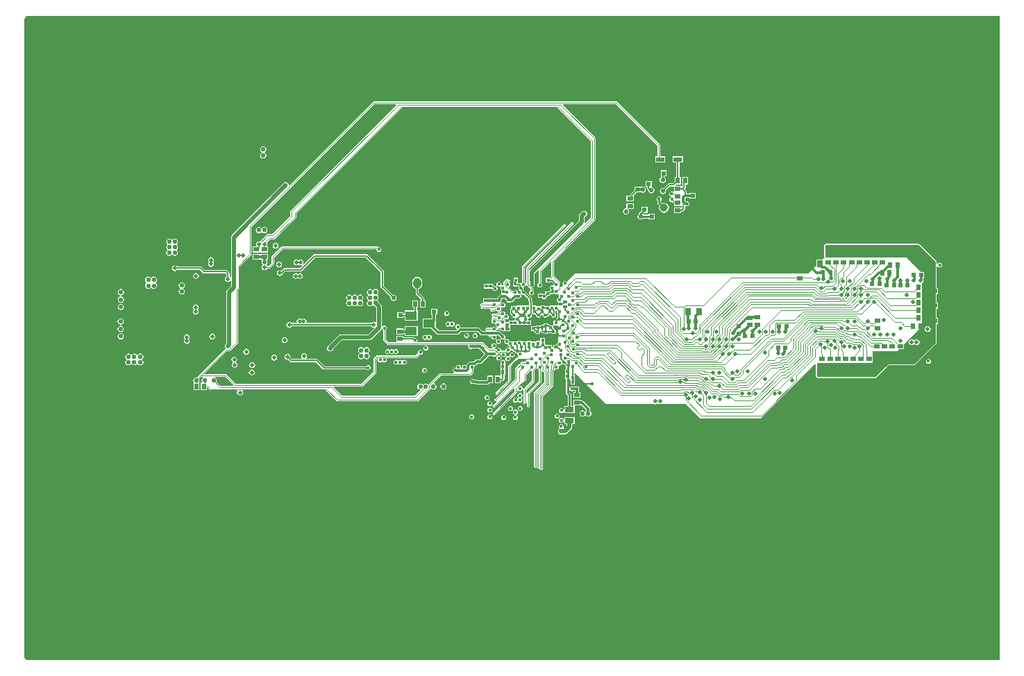
<source format=gbl>
G04*
G04 #@! TF.GenerationSoftware,Altium Limited,Altium Designer,24.0.1 (36)*
G04*
G04 Layer_Physical_Order=4*
G04 Layer_Color=16711680*
%FSLAX43Y43*%
%MOMM*%
G71*
G04*
G04 #@! TF.SameCoordinates,D2B2AA1F-A82D-4DD2-BA18-01BE398CF795*
G04*
G04*
G04 #@! TF.FilePolarity,Positive*
G04*
G01*
G75*
%ADD11C,0.200*%
%ADD12C,0.100*%
%ADD17C,0.500*%
%ADD42C,0.090*%
%ADD43R,0.510X0.560*%
%ADD44R,0.510X0.700*%
%ADD45R,0.700X0.510*%
%ADD46C,0.400*%
%ADD49R,0.640X0.890*%
%ADD62R,0.890X0.640*%
%ADD63R,0.560X0.510*%
%ADD65R,0.350X0.350*%
%ADD69C,0.150*%
%ADD70C,0.300*%
%ADD71C,0.250*%
%ADD73C,0.500*%
%ADD76C,0.160*%
%ADD77C,0.110*%
%ADD81C,0.175*%
%ADD84C,0.400*%
%ADD92O,1.000X1.300*%
%ADD93C,0.550*%
%ADD94C,0.700*%
%ADD95C,0.090*%
%ADD96R,1.400X1.000*%
%ADD97R,0.350X0.350*%
%ADD98R,1.000X0.640*%
%ADD99R,1.060X0.540*%
%ADD100R,0.400X0.500*%
%ADD101R,0.500X0.400*%
%ADD102C,1.000*%
G36*
X119490Y510D02*
X1000D01*
X1000Y510D01*
X1000Y510D01*
X952Y510D01*
X857Y529D01*
X768Y566D01*
X688Y619D01*
X619Y687D01*
X566Y768D01*
X529Y857D01*
X510Y952D01*
Y1000D01*
X510Y78600D01*
Y78648D01*
X529Y78743D01*
X566Y78832D01*
X619Y78912D01*
X688Y78981D01*
X768Y79034D01*
X857Y79071D01*
X952Y79090D01*
X1000Y79090D01*
X119490D01*
Y510D01*
D02*
G37*
%LPC*%
G36*
X29642Y63182D02*
X29495Y63153D01*
X29371Y63070D01*
X29288Y62946D01*
X29259Y62800D01*
X29288Y62654D01*
X29371Y62530D01*
X29438Y62485D01*
X29435Y62367D01*
X29361Y62317D01*
X29278Y62193D01*
X29249Y62047D01*
X29278Y61901D01*
X29361Y61776D01*
X29485Y61694D01*
X29631Y61664D01*
X29778Y61694D01*
X29902Y61776D01*
X29985Y61901D01*
X30014Y62047D01*
X29985Y62193D01*
X29902Y62317D01*
X29835Y62362D01*
X29838Y62480D01*
X29912Y62530D01*
X29995Y62654D01*
X30024Y62800D01*
X29995Y62946D01*
X29912Y63070D01*
X29788Y63153D01*
X29642Y63182D01*
D02*
G37*
G36*
X72735Y68627D02*
X43114D01*
X42999Y68580D01*
X32840Y58421D01*
X32741Y58463D01*
X32718Y58576D01*
X32635Y58700D01*
X32511Y58783D01*
X32365Y58812D01*
X32219Y58783D01*
X32095Y58700D01*
X32012Y58576D01*
X32010Y58566D01*
X32006Y58560D01*
X32002Y58541D01*
X25808Y52347D01*
X25731Y52232D01*
X25704Y52095D01*
Y47218D01*
X25604Y47187D01*
X25577Y47227D01*
X25529Y47260D01*
Y47673D01*
X25529Y47673D01*
X25513Y47751D01*
X25469Y47817D01*
X25469Y47817D01*
X25267Y48019D01*
X25201Y48063D01*
X25123Y48079D01*
X22479D01*
X22123Y48434D01*
X22057Y48478D01*
X21979Y48494D01*
X19135D01*
X19102Y48542D01*
X18987Y48620D01*
X18850Y48647D01*
X18713Y48620D01*
X18598Y48542D01*
X18520Y48427D01*
X18493Y48290D01*
X18520Y48153D01*
X18598Y48038D01*
X18713Y47960D01*
X18850Y47933D01*
X18987Y47960D01*
X19102Y48038D01*
X19135Y48086D01*
X21895D01*
X22250Y47731D01*
X22250Y47731D01*
X22316Y47687D01*
X22394Y47671D01*
X22394Y47671D01*
X25039D01*
X25121Y47589D01*
Y47260D01*
X25073Y47227D01*
X24995Y47112D01*
X24968Y46975D01*
X24995Y46838D01*
X25073Y46723D01*
X25188Y46645D01*
X25325Y46618D01*
X25462Y46645D01*
X25577Y46723D01*
X25604Y46763D01*
X25704Y46732D01*
Y46083D01*
X25236Y45616D01*
X25159Y45500D01*
X25132Y45364D01*
Y39062D01*
X25063Y38992D01*
X24985Y38877D01*
X24958Y38740D01*
X24985Y38603D01*
X25015Y38559D01*
X25019Y38452D01*
X21857Y35290D01*
X21539Y34973D01*
X21490Y34982D01*
X21344Y34953D01*
X21220Y34870D01*
X21137Y34746D01*
X21108Y34600D01*
X21137Y34454D01*
X21153Y34429D01*
X21145Y34329D01*
X21145Y34329D01*
X21145Y34329D01*
Y33429D01*
X21855D01*
Y34329D01*
X21855Y34329D01*
X21855D01*
X21827Y34429D01*
X21843Y34454D01*
X21872Y34600D01*
X21843Y34746D01*
X21815Y34789D01*
X22039Y35013D01*
X22264D01*
X22294Y34913D01*
X22230Y34870D01*
X22147Y34746D01*
X22118Y34600D01*
X22147Y34454D01*
X22163Y34429D01*
X22110Y34329D01*
X22045D01*
Y33429D01*
X22755D01*
Y33720D01*
X22869D01*
X23150Y33438D01*
X23265Y33391D01*
X26436D01*
X26490Y33291D01*
X26470Y33262D01*
X26443Y33125D01*
X26470Y32988D01*
X26548Y32873D01*
X26663Y32795D01*
X26800Y32768D01*
X26937Y32795D01*
X27052Y32873D01*
X27130Y32988D01*
X27157Y33125D01*
X27130Y33262D01*
X27110Y33291D01*
X27164Y33391D01*
X37263D01*
X38551Y32102D01*
X38666Y32055D01*
X48438D01*
X48553Y32102D01*
X50015Y33564D01*
X50017Y33570D01*
X50060Y33582D01*
X50133Y33589D01*
X50242Y33516D01*
X50389Y33487D01*
X50535Y33516D01*
X50659Y33599D01*
X50742Y33723D01*
X50771Y33869D01*
X50742Y34015D01*
X50659Y34139D01*
X50535Y34222D01*
X50495Y34230D01*
X50462Y34339D01*
X51296Y35172D01*
X54815D01*
X54930Y35220D01*
X55198Y35488D01*
X55246Y35603D01*
Y35977D01*
X55293Y36009D01*
X55360Y36108D01*
X55383Y36225D01*
X55364Y36321D01*
X55419Y36421D01*
X55461D01*
X55559Y36440D01*
X55642Y36495D01*
X55768Y36622D01*
X56088D01*
X56186Y36641D01*
X56268Y36696D01*
X57117Y37545D01*
X57666D01*
X57708Y37517D01*
X57825Y37494D01*
X57942Y37517D01*
X58041Y37584D01*
X58108Y37683D01*
X58119Y37741D01*
X58202Y37810D01*
X58228Y37813D01*
X58492D01*
X58545Y37835D01*
X58632Y37771D01*
X58635Y37764D01*
X58657Y37653D01*
X58723Y37554D01*
X58822Y37487D01*
X58939Y37464D01*
X59056Y37487D01*
X59156Y37554D01*
X59222Y37653D01*
X59245Y37770D01*
X59228Y37858D01*
X59252Y37923D01*
X59288Y37968D01*
X59376Y38004D01*
X59405Y38033D01*
X59475Y38019D01*
X59592Y38042D01*
X59691Y38109D01*
X59758Y38208D01*
X59773Y38287D01*
X59861Y38335D01*
X59878Y38338D01*
X59908Y38317D01*
X60025Y38294D01*
X60028Y38295D01*
X60226Y38097D01*
X60284Y38058D01*
X60323Y38050D01*
X60384Y37959D01*
X60483Y37892D01*
X60573Y37875D01*
X60644Y37800D01*
X60667Y37683D01*
X60734Y37584D01*
X60811Y37532D01*
X60788Y37432D01*
X60654D01*
X60593Y37420D01*
X60542Y37386D01*
X59541Y36385D01*
X59507Y36334D01*
X59495Y36273D01*
Y34613D01*
X59068Y34187D01*
X59068Y34187D01*
X58015Y33133D01*
X57980Y33082D01*
X57968Y33021D01*
X57980Y32961D01*
X58015Y32910D01*
X58066Y32875D01*
X58126Y32863D01*
X58187Y32875D01*
X58238Y32910D01*
X59292Y33963D01*
X59292Y33963D01*
X59765Y34436D01*
X59799Y34487D01*
X59811Y34548D01*
Y36208D01*
X60719Y37116D01*
X61680D01*
X61693Y37099D01*
X61669Y36963D01*
X61659Y36956D01*
X61627Y36909D01*
X61249D01*
X61188Y36897D01*
X61137Y36863D01*
X60364Y36089D01*
X60329Y36038D01*
X60317Y35978D01*
Y34791D01*
X57866Y32339D01*
X57831Y32288D01*
X57819Y32227D01*
X57831Y32167D01*
X57866Y32116D01*
X57917Y32081D01*
X57977Y32069D01*
X58038Y32081D01*
X58054Y32092D01*
X58118Y32014D01*
X57640Y31537D01*
X57606Y31485D01*
X57594Y31425D01*
X57606Y31365D01*
X57640Y31313D01*
X57691Y31279D01*
X57752Y31267D01*
X57812Y31279D01*
X57863Y31313D01*
X60213Y33662D01*
X60305Y33613D01*
X60300Y33588D01*
Y33296D01*
X57665Y30661D01*
X57631Y30610D01*
X57619Y30550D01*
X57631Y30489D01*
X57665Y30438D01*
X57717Y30404D01*
X57777Y30391D01*
X57838Y30404D01*
X57889Y30438D01*
X60569Y33118D01*
X60604Y33170D01*
X60616Y33230D01*
Y33417D01*
X60716Y33447D01*
X60757Y33385D01*
X60856Y33319D01*
X60973Y33295D01*
X61091Y33319D01*
X61190Y33385D01*
X61256Y33484D01*
X61279Y33601D01*
X61256Y33718D01*
X61190Y33818D01*
X61108Y33873D01*
X61075Y33981D01*
X61637Y34543D01*
X61671Y34594D01*
X61683Y34655D01*
Y35284D01*
X62270Y35870D01*
X62370Y35829D01*
Y34566D01*
X61413Y33610D01*
X61379Y33559D01*
X61367Y33498D01*
Y31919D01*
X61379Y31858D01*
X61413Y31807D01*
X61465Y31773D01*
X61525Y31761D01*
X61585Y31773D01*
X61637Y31807D01*
X61671Y31858D01*
X61683Y31919D01*
Y33433D01*
X62639Y34389D01*
X62674Y34440D01*
X62686Y34501D01*
Y35835D01*
X62987Y36136D01*
X62988Y36137D01*
X63092Y36123D01*
X63159Y36024D01*
X63217Y35985D01*
Y34498D01*
X61870Y33151D01*
X61835Y33100D01*
X61823Y33039D01*
Y31469D01*
X61835Y31408D01*
X61870Y31357D01*
X61921Y31323D01*
X61981Y31311D01*
X62042Y31323D01*
X62093Y31357D01*
X62127Y31408D01*
X62139Y31469D01*
Y32974D01*
X63487Y34321D01*
X63521Y34372D01*
X63533Y34433D01*
Y35794D01*
X63633Y35836D01*
X63896Y35573D01*
Y34387D01*
X63698Y34190D01*
X62672Y33164D01*
X62625Y33049D01*
Y24149D01*
X62672Y24034D01*
X62787Y23987D01*
X62847Y24012D01*
X62872Y23951D01*
X62987Y23904D01*
X63047Y23929D01*
X63072Y23869D01*
X63187Y23821D01*
X63247Y23846D01*
X63272Y23786D01*
X63387Y23738D01*
X63447Y23763D01*
X63472Y23703D01*
X63587Y23655D01*
X63702Y23703D01*
X63749Y23818D01*
Y32650D01*
X64973Y33874D01*
X65021Y33989D01*
Y35713D01*
X65102Y35794D01*
X65150Y35909D01*
Y35909D01*
X65250Y35963D01*
X65258Y35957D01*
X65375Y35934D01*
X65492Y35957D01*
X65591Y36024D01*
X65658Y36123D01*
X65681Y36240D01*
X65660Y36346D01*
X65687Y36390D01*
X65726Y36435D01*
X65780Y36424D01*
X65897Y36447D01*
X65996Y36514D01*
X66037Y36575D01*
X66349D01*
X66367Y36572D01*
X66392D01*
X66544Y36420D01*
X66538Y36411D01*
X66521Y36324D01*
Y35991D01*
X66446D01*
Y35457D01*
X66446Y35441D01*
X66446Y35441D01*
X66473Y35369D01*
X66473Y35369D01*
Y34819D01*
X66521D01*
Y33083D01*
X66538Y32995D01*
X66588Y32921D01*
X66771Y32738D01*
Y31495D01*
X66400D01*
Y30979D01*
X66300Y30969D01*
X66282Y31061D01*
X66215Y31161D01*
X66116Y31227D01*
X65999Y31250D01*
X65882Y31227D01*
X65783Y31161D01*
X65716Y31061D01*
X65693Y30944D01*
X65716Y30827D01*
X65783Y30728D01*
X65882Y30662D01*
X65999Y30638D01*
X66116Y30662D01*
X66215Y30728D01*
X66282Y30827D01*
X66300Y30920D01*
X66400Y30910D01*
Y30655D01*
X67600D01*
Y31460D01*
X67600Y31495D01*
X67673Y31560D01*
X68340D01*
Y31580D01*
X68440Y31621D01*
X69029Y31032D01*
Y30850D01*
X69014Y30840D01*
X68984Y30795D01*
X68884D01*
X68854Y30840D01*
X68730Y30923D01*
X68584Y30952D01*
X68438Y30923D01*
X68314Y30840D01*
X68231Y30716D01*
X68202Y30569D01*
X68231Y30423D01*
X68314Y30299D01*
X68438Y30216D01*
X68584Y30187D01*
X68730Y30216D01*
X68854Y30299D01*
X68884Y30343D01*
X68984D01*
X69014Y30299D01*
X69138Y30216D01*
X69284Y30187D01*
X69430Y30216D01*
X69554Y30299D01*
X69637Y30423D01*
X69666Y30569D01*
X69637Y30716D01*
X69554Y30840D01*
X69539Y30850D01*
Y31138D01*
X69520Y31235D01*
X69464Y31318D01*
X68695Y32088D01*
X68612Y32143D01*
X68514Y32162D01*
X68340D01*
Y32270D01*
X67440D01*
Y31595D01*
X67440Y31560D01*
X67367Y31495D01*
X67229D01*
Y32833D01*
X67212Y32921D01*
X67162Y32995D01*
X66979Y33178D01*
Y33348D01*
X67079Y33378D01*
X67084Y33372D01*
X67183Y33305D01*
X67300Y33282D01*
X67417Y33305D01*
X67459Y33333D01*
X67615D01*
Y33313D01*
X67635D01*
Y33170D01*
X67440D01*
Y32460D01*
X68340D01*
Y33170D01*
X68145D01*
Y33313D01*
X68165D01*
Y33863D01*
X67615D01*
Y33843D01*
X67459D01*
X67417Y33871D01*
X67300Y33894D01*
X67183Y33871D01*
X67084Y33804D01*
X67079Y33798D01*
X66979Y33828D01*
Y34737D01*
X66980Y34737D01*
X67008Y34757D01*
X67116Y34712D01*
X67116Y34711D01*
Y34642D01*
X67116D01*
Y34092D01*
X67666D01*
Y34642D01*
X67666D01*
Y34711D01*
X67666D01*
Y35261D01*
X67553D01*
Y35460D01*
X67646Y35498D01*
X71437Y31707D01*
X77351D01*
X77432Y31691D01*
X77512Y31707D01*
X81149D01*
X82907Y29949D01*
X90348D01*
X96807Y36520D01*
X96950Y36659D01*
X97050Y36617D01*
X97050Y35071D01*
X97050Y35071D01*
X97050Y35071D01*
X97064Y35038D01*
X97082Y34994D01*
X97082Y34994D01*
X97082Y34994D01*
X97152Y34923D01*
X97152Y34923D01*
X97152Y34923D01*
X97193Y34907D01*
X97229Y34892D01*
X97229Y34892D01*
X97229Y34892D01*
X104309Y34894D01*
X104310Y34894D01*
X104388Y34920D01*
Y34927D01*
X105529Y36068D01*
X105561Y36145D01*
Y36147D01*
X105563D01*
X105639Y36178D01*
X105639Y36178D01*
X105906Y36445D01*
X106213D01*
Y36492D01*
X107228Y36492D01*
Y36470D01*
X107988D01*
Y36492D01*
X109033Y36492D01*
X109110Y36523D01*
X109110Y36523D01*
X109641Y37055D01*
X109678D01*
Y37092D01*
X111735Y39148D01*
X111766Y39225D01*
Y41495D01*
X111938D01*
Y42255D01*
X111766D01*
Y43335D01*
X111930D01*
Y44095D01*
X111766D01*
Y45145D01*
X111938D01*
Y45905D01*
X111766D01*
Y48559D01*
X111866Y48569D01*
X111867Y48563D01*
X111934Y48464D01*
X112033Y48397D01*
X112150Y48374D01*
X112267Y48397D01*
X112366Y48464D01*
X112433Y48563D01*
X112456Y48680D01*
X112433Y48797D01*
X112366Y48896D01*
X112267Y48963D01*
X112150Y48986D01*
X112033Y48963D01*
X111934Y48896D01*
X111867Y48797D01*
X111866Y48791D01*
X111766Y48801D01*
Y49075D01*
X111766Y49075D01*
X111735Y49152D01*
X109660Y51227D01*
X109660Y51227D01*
X109583Y51258D01*
X98183Y51258D01*
X98106Y51227D01*
X98075Y51150D01*
X98075Y49627D01*
X98083Y49608D01*
Y49570D01*
X98047Y49497D01*
X98039Y49487D01*
X97931D01*
X97814Y49370D01*
X97088D01*
Y48644D01*
X96120Y47677D01*
X68156D01*
X68155Y47677D01*
X67663D01*
X66643Y46657D01*
X66567Y46708D01*
X66450Y46731D01*
X66333Y46708D01*
X66234Y46641D01*
X66167Y46542D01*
X66144Y46425D01*
X66167Y46308D01*
X66218Y46232D01*
X65995Y46009D01*
X65903Y46048D01*
Y46469D01*
X65855Y46584D01*
X65073Y47366D01*
Y49139D01*
X70124Y54189D01*
X70171Y54304D01*
Y64140D01*
X70124Y64255D01*
X66168Y68210D01*
X66206Y68303D01*
X72668D01*
X77717Y63253D01*
Y61932D01*
X77425D01*
Y61193D01*
X78685D01*
Y61932D01*
X78042D01*
Y63320D01*
X77994Y63435D01*
X72850Y68580D01*
X72735Y68627D01*
D02*
G37*
G36*
X78830Y60244D02*
X78120D01*
Y59484D01*
X78146D01*
Y59370D01*
X78080Y59325D01*
X77997Y59201D01*
X77968Y59055D01*
X77997Y58909D01*
X78080Y58785D01*
X78204Y58702D01*
X78350Y58673D01*
X78496Y58702D01*
X78620Y58785D01*
X78703Y58909D01*
X78732Y59055D01*
X78703Y59201D01*
X78620Y59325D01*
X78554Y59370D01*
Y59484D01*
X78830D01*
Y60244D01*
D02*
G37*
G36*
X80825Y61932D02*
X79565D01*
Y61193D01*
X80003D01*
Y59430D01*
X79852D01*
Y58913D01*
X79598Y58659D01*
X79125D01*
X79125Y58659D01*
X79047Y58643D01*
X78981Y58599D01*
X78453Y58072D01*
X78375Y58087D01*
X78229Y58058D01*
X78105Y57975D01*
X78022Y57851D01*
X77993Y57705D01*
X78022Y57559D01*
X78105Y57435D01*
X78229Y57352D01*
X78375Y57323D01*
X78521Y57352D01*
X78645Y57435D01*
X78728Y57559D01*
X78757Y57705D01*
X78742Y57783D01*
X79209Y58251D01*
X79682D01*
X79721Y58219D01*
Y57649D01*
X79693Y57629D01*
X79622Y57604D01*
X79542Y57658D01*
X79425Y57681D01*
X79308Y57658D01*
X79209Y57591D01*
X79142Y57492D01*
X79119Y57375D01*
X79142Y57258D01*
X79209Y57159D01*
X79308Y57092D01*
X79378Y57078D01*
Y56977D01*
X79333Y56968D01*
X79234Y56901D01*
X79167Y56802D01*
X79144Y56685D01*
X79167Y56568D01*
X79234Y56469D01*
X79333Y56402D01*
X79450Y56379D01*
X79519Y56393D01*
X79613Y56299D01*
X79664Y56265D01*
X79724Y56253D01*
X79725D01*
Y55900D01*
X80625D01*
X80681Y55823D01*
Y55787D01*
X80625Y55710D01*
X79725D01*
Y55000D01*
X80625D01*
Y55151D01*
X80690D01*
X80768Y55167D01*
X80834Y55211D01*
X81029Y55406D01*
X81073Y55472D01*
X81089Y55550D01*
Y55832D01*
X81189Y55885D01*
X81208Y55872D01*
X81325Y55849D01*
X81442Y55872D01*
X81541Y55939D01*
X81608Y56038D01*
X81631Y56155D01*
X81608Y56272D01*
X81541Y56371D01*
X81442Y56438D01*
X81325Y56461D01*
X81208Y56438D01*
X81207Y56437D01*
X81122Y56486D01*
Y56823D01*
X81180Y56881D01*
X81306D01*
X81402Y56900D01*
X81635D01*
Y56800D01*
X82395D01*
Y57510D01*
X81635D01*
Y57410D01*
X81325D01*
X81279Y57448D01*
Y57655D01*
X81263Y57733D01*
X81219Y57799D01*
X81110Y57908D01*
X81096Y58000D01*
X81140Y58066D01*
X81156Y58144D01*
Y58530D01*
X81462D01*
Y59430D01*
X80752D01*
Y58845D01*
X80748Y58825D01*
Y58298D01*
X80721Y58280D01*
X80621Y58316D01*
Y58316D01*
X79962D01*
X79924Y58408D01*
X80045Y58530D01*
X80562D01*
Y59430D01*
X80411D01*
Y61193D01*
X80825D01*
Y61932D01*
D02*
G37*
G36*
X76995Y58935D02*
X76235D01*
Y58318D01*
X76235Y58244D01*
X76172Y58192D01*
X76171Y58191D01*
X76141Y58187D01*
X76071Y58233D01*
X75925Y58262D01*
X75779Y58233D01*
X75740Y58207D01*
X75640Y58235D01*
X75640Y58235D01*
X74880D01*
Y57788D01*
X74435Y57344D01*
X74391Y57278D01*
X74376Y57200D01*
Y57130D01*
X73925D01*
Y56420D01*
X74825D01*
Y57130D01*
X74825Y57130D01*
X74825D01*
X74876Y57207D01*
X75193Y57525D01*
X75640D01*
X75640Y57525D01*
Y57525D01*
X75740Y57553D01*
X75779Y57527D01*
X75925Y57498D01*
X76071Y57527D01*
X76195Y57610D01*
X76278Y57734D01*
X76307Y57880D01*
X76278Y58026D01*
X76225Y58106D01*
X76204Y58138D01*
X76204Y58138D01*
X76222Y58110D01*
X76204Y58139D01*
X76238Y58202D01*
X76255Y58224D01*
X76259Y58225D01*
X76311Y58225D01*
X76411Y58181D01*
Y58074D01*
X76427Y57996D01*
X76471Y57929D01*
X76593Y57807D01*
X76593Y57805D01*
X76622Y57659D01*
X76705Y57535D01*
X76829Y57452D01*
X76975Y57423D01*
X77121Y57452D01*
X77245Y57535D01*
X77328Y57659D01*
X77357Y57805D01*
X77328Y57951D01*
X77245Y58075D01*
X77121Y58158D01*
X77071Y58168D01*
X76995Y58225D01*
Y58935D01*
D02*
G37*
G36*
X77925Y57061D02*
X77808Y57038D01*
X77709Y56971D01*
X77642Y56872D01*
X77619Y56755D01*
X77642Y56638D01*
X77696Y56558D01*
Y56256D01*
X77713Y56168D01*
X77763Y56094D01*
X77953Y55903D01*
X77951Y55899D01*
X77904Y55665D01*
X77951Y55431D01*
X78083Y55232D01*
X78282Y55100D01*
X78516Y55053D01*
X78750Y55100D01*
X78949Y55232D01*
X79081Y55431D01*
X79128Y55665D01*
X79081Y55899D01*
X78949Y56098D01*
X78750Y56230D01*
X78516Y56277D01*
X78282Y56230D01*
X78278Y56228D01*
X78154Y56351D01*
Y56558D01*
X78208Y56638D01*
X78231Y56755D01*
X78208Y56872D01*
X78141Y56971D01*
X78042Y57038D01*
X77925Y57061D01*
D02*
G37*
G36*
X74825Y56230D02*
X73925D01*
Y55703D01*
X73884Y55609D01*
X73738Y55580D01*
X73614Y55497D01*
X73531Y55373D01*
X73502Y55227D01*
X73531Y55081D01*
X73614Y54957D01*
X73738Y54874D01*
X73884Y54845D01*
X74031Y54874D01*
X74155Y54957D01*
X74238Y55081D01*
X74267Y55227D01*
X74238Y55373D01*
X74199Y55431D01*
X74239Y55520D01*
X74825D01*
Y56230D01*
D02*
G37*
G36*
X76490Y55760D02*
X75730D01*
Y55349D01*
X75513Y55132D01*
X75463Y55058D01*
X75446Y54970D01*
Y54903D01*
X75405Y54875D01*
X75322Y54751D01*
X75293Y54605D01*
X75322Y54459D01*
X75405Y54335D01*
X75529Y54252D01*
X75675Y54223D01*
X75821Y54252D01*
X75945Y54335D01*
X75973Y54376D01*
X76647D01*
Y54250D01*
X77407D01*
Y54960D01*
X76647D01*
Y54834D01*
X76005D01*
X75958Y54928D01*
X76079Y55050D01*
X76490D01*
Y55760D01*
D02*
G37*
G36*
X18850Y51905D02*
X18704Y51876D01*
X18580Y51793D01*
X18563Y51768D01*
X18463D01*
X18445Y51793D01*
X18321Y51876D01*
X18175Y51905D01*
X18029Y51876D01*
X17905Y51793D01*
X17822Y51669D01*
X17793Y51523D01*
X17822Y51377D01*
X17905Y51253D01*
X17930Y51235D01*
Y51135D01*
X17905Y51118D01*
X17822Y50994D01*
X17793Y50848D01*
X17822Y50702D01*
X17905Y50578D01*
X17930Y50560D01*
Y50460D01*
X17905Y50443D01*
X17822Y50319D01*
X17793Y50173D01*
X17822Y50027D01*
X17905Y49903D01*
X18029Y49820D01*
X18175Y49791D01*
X18321Y49820D01*
X18445Y49903D01*
X18463Y49928D01*
X18563D01*
X18580Y49903D01*
X18704Y49820D01*
X18850Y49791D01*
X18996Y49820D01*
X19120Y49903D01*
X19203Y50027D01*
X19232Y50173D01*
X19203Y50319D01*
X19120Y50443D01*
X19095Y50460D01*
Y50560D01*
X19120Y50578D01*
X19203Y50702D01*
X19232Y50848D01*
X19203Y50994D01*
X19120Y51118D01*
X19095Y51135D01*
Y51235D01*
X19120Y51253D01*
X19203Y51377D01*
X19232Y51523D01*
X19203Y51669D01*
X19120Y51793D01*
X18996Y51876D01*
X18850Y51905D01*
D02*
G37*
G36*
X23250Y49657D02*
X23113Y49630D01*
X22998Y49552D01*
X22920Y49437D01*
X22893Y49300D01*
X22920Y49163D01*
X22996Y49050D01*
X22920Y48937D01*
X22893Y48800D01*
X22920Y48663D01*
X22998Y48548D01*
X23113Y48470D01*
X23250Y48443D01*
X23387Y48470D01*
X23502Y48548D01*
X23580Y48663D01*
X23607Y48800D01*
X23580Y48937D01*
X23504Y49050D01*
X23580Y49163D01*
X23607Y49300D01*
X23580Y49437D01*
X23502Y49552D01*
X23387Y49630D01*
X23250Y49657D01*
D02*
G37*
G36*
X16298Y47272D02*
X16152Y47243D01*
X16028Y47160D01*
X16010Y47135D01*
X15910D01*
X15893Y47160D01*
X15769Y47243D01*
X15623Y47272D01*
X15477Y47243D01*
X15353Y47160D01*
X15270Y47036D01*
X15241Y46890D01*
X15270Y46744D01*
X15353Y46620D01*
X15401Y46588D01*
Y46467D01*
X15353Y46435D01*
X15270Y46311D01*
X15241Y46165D01*
X15270Y46019D01*
X15353Y45895D01*
X15477Y45812D01*
X15623Y45783D01*
X15769Y45812D01*
X15893Y45895D01*
X15910Y45920D01*
X16010D01*
X16028Y45895D01*
X16152Y45812D01*
X16298Y45783D01*
X16444Y45812D01*
X16568Y45895D01*
X16651Y46019D01*
X16680Y46165D01*
X16651Y46311D01*
X16568Y46435D01*
X16520Y46467D01*
Y46588D01*
X16568Y46620D01*
X16651Y46744D01*
X16680Y46890D01*
X16651Y47036D01*
X16568Y47160D01*
X16444Y47243D01*
X16298Y47272D01*
D02*
G37*
G36*
X21450Y47705D02*
X21313Y47678D01*
X21198Y47600D01*
X21120Y47485D01*
X21093Y47348D01*
X21120Y47211D01*
X21198Y47096D01*
X21313Y47018D01*
X21450Y46991D01*
X21587Y47018D01*
X21702Y47096D01*
X21780Y47211D01*
X21807Y47348D01*
X21780Y47485D01*
X21702Y47600D01*
X21587Y47678D01*
X21450Y47705D01*
D02*
G37*
G36*
X19700Y46580D02*
X19554Y46551D01*
X19430Y46468D01*
X19347Y46344D01*
X19318Y46198D01*
X19347Y46052D01*
X19430Y45928D01*
X19479Y45895D01*
Y45775D01*
X19432Y45743D01*
X19349Y45619D01*
X19320Y45473D01*
X19349Y45327D01*
X19432Y45203D01*
X19556Y45120D01*
X19702Y45091D01*
X19848Y45120D01*
X19972Y45203D01*
X20055Y45327D01*
X20084Y45473D01*
X20055Y45619D01*
X19972Y45743D01*
X19923Y45776D01*
Y45896D01*
X19970Y45928D01*
X20053Y46052D01*
X20082Y46198D01*
X20053Y46344D01*
X19970Y46468D01*
X19846Y46551D01*
X19700Y46580D01*
D02*
G37*
G36*
X12276Y45747D02*
X12130Y45718D01*
X12006Y45635D01*
X11923Y45511D01*
X11894Y45365D01*
X11923Y45218D01*
X12006Y45094D01*
X12130Y45011D01*
X12276Y44982D01*
X12422Y45011D01*
X12546Y45094D01*
X12629Y45218D01*
X12658Y45365D01*
X12629Y45511D01*
X12546Y45635D01*
X12422Y45718D01*
X12276Y45747D01*
D02*
G37*
G36*
Y44847D02*
X12130Y44818D01*
X12006Y44735D01*
X11923Y44611D01*
X11894Y44465D01*
X11923Y44318D01*
X12006Y44194D01*
X12130Y44111D01*
X12276Y44082D01*
X12422Y44111D01*
X12546Y44194D01*
X12629Y44318D01*
X12658Y44465D01*
X12629Y44611D01*
X12546Y44735D01*
X12422Y44818D01*
X12276Y44847D01*
D02*
G37*
G36*
Y43947D02*
X12130Y43918D01*
X12006Y43835D01*
X11923Y43711D01*
X11894Y43565D01*
X11923Y43418D01*
X12006Y43294D01*
X12130Y43211D01*
X12276Y43182D01*
X12422Y43211D01*
X12546Y43294D01*
X12629Y43418D01*
X12658Y43565D01*
X12629Y43711D01*
X12546Y43835D01*
X12422Y43918D01*
X12276Y43947D01*
D02*
G37*
G36*
X21400Y43882D02*
X21263Y43855D01*
X21148Y43777D01*
X21070Y43662D01*
X21043Y43525D01*
X21070Y43388D01*
X21146Y43275D01*
X21070Y43162D01*
X21043Y43025D01*
X21070Y42888D01*
X21148Y42773D01*
X21263Y42695D01*
X21400Y42668D01*
X21537Y42695D01*
X21652Y42773D01*
X21730Y42888D01*
X21757Y43025D01*
X21730Y43162D01*
X21654Y43275D01*
X21730Y43388D01*
X21757Y43525D01*
X21730Y43662D01*
X21652Y43777D01*
X21537Y43855D01*
X21400Y43882D01*
D02*
G37*
G36*
X12251Y42184D02*
X12105Y42155D01*
X11981Y42072D01*
X11898Y41948D01*
X11869Y41802D01*
X11898Y41656D01*
X11981Y41532D01*
X12105Y41449D01*
X12251Y41420D01*
X12397Y41449D01*
X12521Y41532D01*
X12604Y41656D01*
X12633Y41802D01*
X12604Y41948D01*
X12521Y42072D01*
X12397Y42155D01*
X12251Y42184D01*
D02*
G37*
G36*
Y41284D02*
X12105Y41255D01*
X11981Y41172D01*
X11898Y41048D01*
X11869Y40902D01*
X11898Y40756D01*
X11981Y40632D01*
X12105Y40549D01*
X12251Y40520D01*
X12397Y40549D01*
X12521Y40632D01*
X12604Y40756D01*
X12633Y40902D01*
X12604Y41048D01*
X12521Y41172D01*
X12397Y41255D01*
X12251Y41284D01*
D02*
G37*
G36*
X23410Y40334D02*
X23273Y40307D01*
X23158Y40229D01*
X23080Y40113D01*
X23053Y39977D01*
X23080Y39840D01*
X23158Y39725D01*
X23273Y39647D01*
X23410Y39620D01*
X23547Y39647D01*
X23662Y39725D01*
X23740Y39840D01*
X23767Y39977D01*
X23740Y40113D01*
X23662Y40229D01*
X23547Y40307D01*
X23410Y40334D01*
D02*
G37*
G36*
X12251Y40384D02*
X12105Y40355D01*
X11981Y40272D01*
X11898Y40148D01*
X11869Y40002D01*
X11898Y39856D01*
X11981Y39732D01*
X12105Y39649D01*
X12251Y39620D01*
X12397Y39649D01*
X12521Y39732D01*
X12604Y39856D01*
X12633Y40002D01*
X12604Y40148D01*
X12521Y40272D01*
X12397Y40355D01*
X12251Y40384D01*
D02*
G37*
G36*
X20325Y40257D02*
X20188Y40230D01*
X20073Y40152D01*
X19995Y40037D01*
X19968Y39900D01*
X19995Y39763D01*
X20071Y39650D01*
X19995Y39537D01*
X19968Y39400D01*
X19995Y39263D01*
X20073Y39148D01*
X20188Y39070D01*
X20325Y39043D01*
X20462Y39070D01*
X20577Y39148D01*
X20655Y39263D01*
X20682Y39400D01*
X20655Y39537D01*
X20579Y39650D01*
X20655Y39763D01*
X20682Y39900D01*
X20655Y40037D01*
X20577Y40152D01*
X20462Y40230D01*
X20325Y40257D01*
D02*
G37*
G36*
X14637Y37880D02*
X14491Y37851D01*
X14367Y37768D01*
X14335Y37720D01*
X14215D01*
X14183Y37768D01*
X14059Y37851D01*
X13912Y37880D01*
X13766Y37851D01*
X13642Y37768D01*
X13610Y37720D01*
X13490D01*
X13458Y37768D01*
X13334Y37851D01*
X13187Y37880D01*
X13041Y37851D01*
X12917Y37768D01*
X12834Y37644D01*
X12805Y37498D01*
X12834Y37352D01*
X12917Y37228D01*
X12943Y37210D01*
Y37110D01*
X12917Y37093D01*
X12834Y36969D01*
X12805Y36823D01*
X12834Y36677D01*
X12917Y36553D01*
X13041Y36470D01*
X13187Y36441D01*
X13334Y36470D01*
X13458Y36553D01*
X13490Y36601D01*
X13610D01*
X13642Y36553D01*
X13766Y36470D01*
X13912Y36441D01*
X14059Y36470D01*
X14183Y36553D01*
X14215Y36601D01*
X14335D01*
X14367Y36553D01*
X14491Y36470D01*
X14637Y36441D01*
X14784Y36470D01*
X14908Y36553D01*
X14991Y36677D01*
X15020Y36823D01*
X14991Y36969D01*
X14908Y37093D01*
X14882Y37110D01*
Y37210D01*
X14908Y37228D01*
X14991Y37352D01*
X15020Y37498D01*
X14991Y37644D01*
X14908Y37768D01*
X14784Y37851D01*
X14637Y37880D01*
D02*
G37*
G36*
X59989Y38040D02*
X59872Y38017D01*
X59773Y37951D01*
X59706Y37852D01*
X59683Y37735D01*
X59706Y37617D01*
X59764Y37531D01*
X59685Y37472D01*
X59586Y37539D01*
X59469Y37562D01*
X59352Y37539D01*
X59253Y37472D01*
X59187Y37373D01*
X59163Y37256D01*
X59187Y37139D01*
X59253Y37040D01*
X59352Y36973D01*
X59469Y36950D01*
X59586Y36973D01*
X59685Y37040D01*
X59752Y37139D01*
X59775Y37256D01*
X59752Y37373D01*
X59694Y37460D01*
X59773Y37518D01*
X59872Y37452D01*
X59989Y37429D01*
X60106Y37452D01*
X60205Y37518D01*
X60272Y37617D01*
X60295Y37735D01*
X60272Y37852D01*
X60205Y37951D01*
X60106Y38017D01*
X59989Y38040D01*
D02*
G37*
G36*
X58375Y37656D02*
X58258Y37633D01*
X58159Y37566D01*
X58092Y37467D01*
X58069Y37350D01*
X58092Y37233D01*
X58159Y37134D01*
X58258Y37067D01*
X58375Y37044D01*
X58492Y37067D01*
X58591Y37134D01*
X58658Y37233D01*
X58681Y37350D01*
X58658Y37467D01*
X58591Y37566D01*
X58492Y37633D01*
X58375Y37656D01*
D02*
G37*
G36*
X110750Y37263D02*
X110633Y37239D01*
X110534Y37173D01*
X110468Y37074D01*
X110444Y36957D01*
X110468Y36840D01*
X110534Y36740D01*
X110633Y36674D01*
X110750Y36651D01*
X110867Y36674D01*
X110967Y36740D01*
X111033Y36840D01*
X111056Y36957D01*
X111033Y37074D01*
X110967Y37173D01*
X110867Y37239D01*
X110750Y37263D01*
D02*
G37*
G36*
X57678Y35173D02*
X56968D01*
Y34720D01*
X56943Y34703D01*
X56869Y34630D01*
X55794D01*
X55792Y34632D01*
X55709Y34687D01*
X55612Y34707D01*
X55365D01*
X55363Y34710D01*
X55263Y34776D01*
X55146Y34799D01*
X55029Y34776D01*
X54930Y34710D01*
X54864Y34611D01*
X54840Y34494D01*
X54864Y34377D01*
X54930Y34277D01*
X55029Y34211D01*
X55146Y34188D01*
X55226Y34204D01*
X55259Y34197D01*
X55506D01*
X55508Y34195D01*
X55591Y34140D01*
X55689Y34120D01*
X56975D01*
X57073Y34140D01*
X57155Y34195D01*
X57231Y34271D01*
X57243Y34273D01*
X57678D01*
Y35173D01*
D02*
G37*
G36*
X58875Y37131D02*
X58758Y37108D01*
X58659Y37041D01*
X58592Y36942D01*
X58569Y36825D01*
X58592Y36708D01*
X58595Y36704D01*
X58600Y36606D01*
X58600Y36606D01*
X58600Y36606D01*
Y36056D01*
X58600Y36056D01*
X58575Y35975D01*
X58575D01*
X58575Y35966D01*
Y35275D01*
X58580D01*
X58581Y35272D01*
X58489Y35173D01*
X57868D01*
Y34273D01*
X58578D01*
Y34519D01*
X58734D01*
X58812Y34535D01*
X58878Y34579D01*
X59019Y34720D01*
X59063Y34786D01*
X59079Y34864D01*
Y35275D01*
X59175D01*
Y35966D01*
X59175Y35975D01*
X59175D01*
X59150Y36056D01*
X59150Y36056D01*
Y36606D01*
X59150Y36606D01*
X59150D01*
X59155Y36704D01*
X59158Y36708D01*
X59181Y36825D01*
X59158Y36942D01*
X59091Y37041D01*
X58992Y37108D01*
X58875Y37131D01*
D02*
G37*
G36*
X51631Y34257D02*
X51485Y34228D01*
X51361Y34145D01*
X51278Y34021D01*
X51249Y33875D01*
X51278Y33729D01*
X51361Y33605D01*
X51485Y33522D01*
X51631Y33493D01*
X51777Y33522D01*
X51901Y33605D01*
X51984Y33729D01*
X52013Y33875D01*
X51984Y34021D01*
X51901Y34145D01*
X51777Y34228D01*
X51631Y34257D01*
D02*
G37*
G36*
X60956Y33070D02*
X60839Y33047D01*
X60740Y32981D01*
X60674Y32882D01*
X60650Y32765D01*
X60674Y32647D01*
X60740Y32548D01*
X60715Y32452D01*
X60624Y32420D01*
X60525Y32486D01*
X60408Y32510D01*
X60291Y32486D01*
X60192Y32420D01*
X60125Y32321D01*
X60102Y32204D01*
X60125Y32087D01*
X60192Y31987D01*
X60291Y31921D01*
X60408Y31898D01*
X60525Y31921D01*
X60624Y31987D01*
X60636Y32005D01*
X60736D01*
X60744Y31993D01*
X60843Y31927D01*
X60960Y31904D01*
X61077Y31927D01*
X61176Y31993D01*
X61243Y32092D01*
X61266Y32210D01*
X61243Y32327D01*
X61176Y32426D01*
X61158Y32438D01*
Y32538D01*
X61173Y32548D01*
X61239Y32647D01*
X61262Y32765D01*
X61239Y32882D01*
X61173Y32981D01*
X61073Y33047D01*
X60956Y33070D01*
D02*
G37*
G36*
X56956Y32815D02*
X56839Y32792D01*
X56740Y32726D01*
X56674Y32627D01*
X56650Y32510D01*
X56674Y32392D01*
X56740Y32293D01*
X56839Y32227D01*
X56956Y32204D01*
X57073Y32227D01*
X57173Y32293D01*
X57239Y32392D01*
X57262Y32510D01*
X57239Y32627D01*
X57173Y32726D01*
X57073Y32792D01*
X56956Y32815D01*
D02*
G37*
G36*
X57275Y32106D02*
X57158Y32083D01*
X57059Y32016D01*
X56992Y31917D01*
X56969Y31800D01*
X56992Y31683D01*
X57059Y31584D01*
X57158Y31517D01*
X57275Y31494D01*
X57392Y31517D01*
X57491Y31584D01*
X57558Y31683D01*
X57581Y31800D01*
X57558Y31917D01*
X57491Y32016D01*
X57392Y32083D01*
X57275Y32106D01*
D02*
G37*
G36*
X60960Y31481D02*
X60843Y31458D01*
X60744Y31391D01*
X60677Y31292D01*
X60654Y31175D01*
X60677Y31058D01*
X60744Y30959D01*
X60843Y30892D01*
X60960Y30869D01*
X61077Y30892D01*
X61176Y30959D01*
X61243Y31058D01*
X61266Y31175D01*
X61243Y31292D01*
X61176Y31391D01*
X61077Y31458D01*
X60960Y31481D01*
D02*
G37*
G36*
X59781D02*
X59664Y31458D01*
X59565Y31391D01*
X59498Y31292D01*
X59475Y31175D01*
X59498Y31058D01*
X59565Y30959D01*
X59664Y30892D01*
X59781Y30869D01*
X59898Y30892D01*
X59997Y30959D01*
X60064Y31058D01*
X60087Y31175D01*
X60064Y31292D01*
X59997Y31391D01*
X59898Y31458D01*
X59781Y31481D01*
D02*
G37*
G36*
X57271Y31288D02*
X57154Y31265D01*
X57055Y31199D01*
X56989Y31100D01*
X56966Y30982D01*
X56989Y30865D01*
X57055Y30766D01*
X57154Y30700D01*
X57271Y30677D01*
X57389Y30700D01*
X57488Y30766D01*
X57554Y30865D01*
X57577Y30982D01*
X57554Y31100D01*
X57488Y31199D01*
X57389Y31265D01*
X57271Y31288D01*
D02*
G37*
G36*
X65500Y30581D02*
X65383Y30558D01*
X65284Y30491D01*
X65217Y30392D01*
X65194Y30275D01*
X65217Y30158D01*
X65284Y30059D01*
X65383Y29992D01*
X65500Y29969D01*
X65617Y29992D01*
X65716Y30059D01*
X65783Y30158D01*
X65806Y30275D01*
X65783Y30392D01*
X65716Y30491D01*
X65617Y30558D01*
X65500Y30581D01*
D02*
G37*
G36*
X57271Y30500D02*
X57154Y30477D01*
X57055Y30411D01*
X56989Y30312D01*
X56966Y30195D01*
X56989Y30077D01*
X57055Y29978D01*
X57154Y29912D01*
X57271Y29889D01*
X57389Y29912D01*
X57488Y29978D01*
X57554Y30077D01*
X57577Y30195D01*
X57554Y30312D01*
X57488Y30411D01*
X57389Y30477D01*
X57271Y30500D01*
D02*
G37*
G36*
X55049Y30471D02*
X54932Y30448D01*
X54833Y30381D01*
X54767Y30282D01*
X54743Y30165D01*
X54767Y30048D01*
X54833Y29949D01*
X54932Y29882D01*
X55049Y29859D01*
X55166Y29882D01*
X55265Y29949D01*
X55332Y30048D01*
X55355Y30165D01*
X55332Y30282D01*
X55265Y30381D01*
X55166Y30448D01*
X55049Y30471D01*
D02*
G37*
G36*
X60375Y31056D02*
X60258Y31033D01*
X60159Y30966D01*
X60092Y30867D01*
X60069Y30750D01*
X60092Y30633D01*
X60159Y30534D01*
X60236Y30482D01*
X60237Y30481D01*
X60243Y30399D01*
X60236Y30371D01*
X60172Y30328D01*
X60106Y30229D01*
X60083Y30112D01*
X60106Y29995D01*
X60172Y29895D01*
X60272Y29829D01*
X60389Y29806D01*
X60506Y29829D01*
X60605Y29895D01*
X60671Y29995D01*
X60695Y30112D01*
X60671Y30229D01*
X60605Y30328D01*
X60527Y30380D01*
X60527Y30381D01*
X60521Y30463D01*
X60527Y30491D01*
X60591Y30534D01*
X60658Y30633D01*
X60681Y30750D01*
X60658Y30867D01*
X60591Y30966D01*
X60492Y31033D01*
X60375Y31056D01*
D02*
G37*
G36*
X58962Y30418D02*
X58845Y30394D01*
X58745Y30328D01*
X58679Y30229D01*
X58656Y30112D01*
X58679Y29995D01*
X58745Y29895D01*
X58845Y29829D01*
X58962Y29806D01*
X59079Y29829D01*
X59178Y29895D01*
X59244Y29995D01*
X59268Y30112D01*
X59244Y30229D01*
X59178Y30328D01*
X59079Y30394D01*
X58962Y30418D01*
D02*
G37*
G36*
X67600Y30095D02*
X66400D01*
Y29843D01*
X66335Y29770D01*
X66335Y29770D01*
Y29770D01*
X66300Y29767D01*
X66299Y29770D01*
X66286Y29837D01*
X66220Y29937D01*
X66120Y30003D01*
X66003Y30026D01*
X65886Y30003D01*
X65787Y29937D01*
X65721Y29837D01*
X65698Y29720D01*
X65721Y29603D01*
X65787Y29504D01*
X65886Y29438D01*
X66003Y29414D01*
X66120Y29438D01*
X66220Y29504D01*
X66286Y29603D01*
X66299Y29671D01*
X66300Y29673D01*
X66335Y29670D01*
Y29670D01*
X66335Y29670D01*
X66400Y29597D01*
Y29255D01*
X66626D01*
Y29046D01*
X66374Y28793D01*
X66313Y28800D01*
X66296Y28816D01*
X66245Y28899D01*
X66262Y28986D01*
X66239Y29103D01*
X66173Y29202D01*
X66073Y29269D01*
X65956Y29292D01*
X65839Y29269D01*
X65740Y29202D01*
X65674Y29103D01*
X65650Y28986D01*
X65674Y28869D01*
X65740Y28770D01*
Y28707D01*
X65686Y28671D01*
X65603Y28547D01*
X65574Y28400D01*
X65603Y28254D01*
X65686Y28130D01*
X65810Y28047D01*
X65956Y28018D01*
X66084Y28043D01*
X66485D01*
X66622Y28071D01*
X66738Y28148D01*
X67235Y28646D01*
X67313Y28761D01*
X67340Y28898D01*
Y29255D01*
X67600D01*
Y30095D01*
D02*
G37*
%LPD*%
G36*
X45846Y68210D02*
X32985Y55349D01*
X32937Y55234D01*
Y54671D01*
X30704Y52438D01*
X30141D01*
X30026Y52390D01*
X29198Y51562D01*
X29100Y51582D01*
X28963Y51555D01*
X28848Y51477D01*
X28770Y51362D01*
X28743Y51225D01*
X28770Y51088D01*
X28806Y51035D01*
X28753Y50935D01*
X28355D01*
Y50225D01*
X29230D01*
X29255Y50225D01*
Y50225D01*
X29330D01*
Y50225D01*
X30230D01*
Y50935D01*
X30110D01*
X30056Y51035D01*
X30092Y51088D01*
X30119Y51225D01*
X30092Y51362D01*
X30083Y51376D01*
X30473Y51767D01*
X30917D01*
X31032Y51814D01*
X33608Y54391D01*
X33656Y54505D01*
Y54949D01*
X46554Y67848D01*
X65520D01*
X69570Y63798D01*
Y54479D01*
X68939Y53848D01*
X68847Y53897D01*
X68851Y53919D01*
Y54513D01*
X68980Y54642D01*
X69048Y54687D01*
X69131Y54811D01*
X69160Y54958D01*
X69131Y55104D01*
X69048Y55228D01*
X68924Y55311D01*
X68777Y55340D01*
X68631Y55311D01*
X68507Y55228D01*
X68424Y55104D01*
X68422Y55094D01*
X68242Y54914D01*
X68165Y54798D01*
X68138Y54661D01*
Y54067D01*
X62164Y48093D01*
X62100Y48108D01*
X62064Y48132D01*
Y48275D01*
X67453Y53664D01*
X67487Y53715D01*
X67499Y53775D01*
X67487Y53836D01*
X67453Y53887D01*
X67401Y53922D01*
X67341Y53934D01*
X67281Y53922D01*
X67229Y53887D01*
X61794Y48452D01*
X61760Y48401D01*
X61748Y48340D01*
Y46473D01*
X61708Y46459D01*
X61648Y46456D01*
X61591Y46541D01*
X61537Y46577D01*
Y48463D01*
X66477Y53403D01*
X66525Y53518D01*
X66477Y53632D01*
X66363Y53680D01*
X66248Y53632D01*
X61260Y48645D01*
X61213Y48530D01*
Y46577D01*
X61159Y46541D01*
X61106Y46462D01*
X60996Y46430D01*
X60986Y46440D01*
X60924Y46482D01*
X60850Y46496D01*
X60804D01*
X60727Y46554D01*
Y47104D01*
X60177D01*
Y46572D01*
X60159Y46560D01*
X60092Y46461D01*
X60069Y46344D01*
X60092Y46226D01*
X60159Y46127D01*
X60258Y46061D01*
X60375Y46038D01*
X60492Y46061D01*
X60572Y46114D01*
X60771D01*
X60776Y46109D01*
Y46042D01*
X60791Y45969D01*
X60800Y45955D01*
Y45575D01*
X60984D01*
Y45565D01*
X60998Y45492D01*
X61040Y45430D01*
X61057Y45413D01*
X61044Y45350D01*
X61067Y45233D01*
X61134Y45134D01*
X61233Y45067D01*
X61350Y45044D01*
X61461Y45066D01*
X61995Y44532D01*
Y44315D01*
X62009Y44242D01*
X62051Y44180D01*
X62082Y44149D01*
X62092Y44133D01*
Y43725D01*
X61625D01*
Y43725D01*
X61625Y43725D01*
X61525Y43725D01*
X61175D01*
X61075Y43725D01*
Y43725D01*
X61075D01*
Y43725D01*
X60525D01*
Y43694D01*
X60435Y43670D01*
Y43670D01*
X59885D01*
Y43384D01*
X59798Y43297D01*
X59754Y43231D01*
X59738Y43153D01*
Y42839D01*
X59754Y42761D01*
X59798Y42695D01*
X59906Y42587D01*
X59904Y42575D01*
X59927Y42458D01*
X59994Y42359D01*
X60093Y42292D01*
X60210Y42269D01*
X60264Y42280D01*
X60292Y42258D01*
X60338Y42193D01*
X60319Y42100D01*
X60333Y42030D01*
X60267Y41930D01*
X60076D01*
X60076Y41930D01*
Y41930D01*
X59976Y41927D01*
X59967Y41933D01*
X59850Y41956D01*
X59733Y41933D01*
X59634Y41866D01*
X59567Y41767D01*
X59454Y41707D01*
X59410Y41716D01*
X59293Y41693D01*
X59268Y41676D01*
X59178Y41736D01*
X59181Y41750D01*
X59158Y41867D01*
X59091Y41966D01*
X59052Y41992D01*
X59032Y42108D01*
X59064Y42147D01*
X59082Y42153D01*
X59173Y42092D01*
X59290Y42069D01*
X59407Y42092D01*
X59506Y42159D01*
X59573Y42258D01*
X59596Y42375D01*
X59573Y42492D01*
X59506Y42591D01*
X59407Y42658D01*
X59290Y42681D01*
X59270Y42677D01*
X59181Y42740D01*
X59158Y42857D01*
X59091Y42956D01*
X58992Y43023D01*
X58875Y43046D01*
X58758Y43023D01*
X58659Y42956D01*
X58623Y42902D01*
X58494D01*
X58398Y42913D01*
X58398Y42913D01*
X58398D01*
X58390Y43002D01*
X58403Y43005D01*
X58465Y43017D01*
X58564Y43084D01*
X58631Y43183D01*
X58654Y43300D01*
X58631Y43417D01*
X58598Y43465D01*
X58598Y43467D01*
X58645Y43574D01*
X58648Y43574D01*
X58733Y43517D01*
X58850Y43494D01*
X58967Y43517D01*
X59066Y43584D01*
X59133Y43683D01*
X59156Y43800D01*
X59133Y43917D01*
X59066Y44016D01*
X58967Y44083D01*
X58850Y44106D01*
X58733Y44083D01*
X58639Y44020D01*
X58631Y44017D01*
X58617Y44050D01*
X58603Y44126D01*
X58658Y44208D01*
X58681Y44325D01*
X58659Y44435D01*
X58795Y44570D01*
X59025D01*
X59050Y44575D01*
X59080D01*
X59120Y44535D01*
X59202Y44480D01*
X59288Y44463D01*
X59305Y44377D01*
X59334Y44333D01*
Y44131D01*
X59884D01*
Y44176D01*
X59911D01*
X60009Y44196D01*
X60091Y44251D01*
X60478Y44637D01*
X60621D01*
X60673Y44602D01*
X60790Y44579D01*
X60907Y44602D01*
X61006Y44669D01*
X61073Y44768D01*
X61096Y44885D01*
X61073Y45002D01*
X61006Y45101D01*
X60907Y45168D01*
X60790Y45191D01*
X60742Y45181D01*
X60723Y45193D01*
X60665Y45268D01*
X60681Y45350D01*
X60658Y45467D01*
X60591Y45566D01*
X60492Y45633D01*
X60375Y45656D01*
X60258Y45633D01*
X60159Y45566D01*
X60146Y45547D01*
X60021Y45536D01*
X59603Y45955D01*
X59602Y45956D01*
X59600Y46020D01*
X59605Y46068D01*
X59666Y46109D01*
X59733Y46208D01*
X59756Y46325D01*
X59733Y46442D01*
X59666Y46541D01*
X59690Y46635D01*
X59737Y46750D01*
X59690Y46865D01*
X59575Y46912D01*
X59530Y46894D01*
X59490Y46990D01*
X59375Y47037D01*
X59260Y46990D01*
X58974Y46704D01*
X58927Y46589D01*
Y46248D01*
X58875Y46206D01*
X58758Y46183D01*
X58748Y46176D01*
X58676Y46248D01*
X58679Y46252D01*
X58702Y46369D01*
X58679Y46486D01*
X58612Y46585D01*
X58513Y46652D01*
X58396Y46675D01*
X58279Y46652D01*
X58180Y46585D01*
X58113Y46486D01*
X58090Y46369D01*
X58113Y46252D01*
X58180Y46153D01*
X58279Y46086D01*
X58396Y46063D01*
X58513Y46086D01*
X58523Y46093D01*
X58595Y46021D01*
X58592Y46017D01*
X58569Y45900D01*
X58592Y45783D01*
X58625Y45700D01*
X58625Y45700D01*
X58625Y45700D01*
Y45150D01*
X58625Y45150D01*
X58625D01*
X58593Y45061D01*
X58591Y45060D01*
X58509Y45005D01*
X58214Y44710D01*
X58159Y44628D01*
X58149Y44580D01*
X57625D01*
Y44600D01*
X57075D01*
Y44580D01*
X56971D01*
Y44605D01*
X56421D01*
Y44055D01*
X56373Y43975D01*
X56233D01*
X56118Y43927D01*
X56071Y43812D01*
X56118Y43698D01*
X56174Y43675D01*
X56200Y43577D01*
X56152Y43463D01*
X56200Y43348D01*
X56314Y43300D01*
X57302D01*
X57357Y43217D01*
X57347Y43191D01*
X57394Y43076D01*
X57509Y43029D01*
X57742D01*
X57856Y43076D01*
X57888Y43108D01*
X58003D01*
X58076Y43138D01*
X58096D01*
X58132Y43084D01*
X58231Y43017D01*
X58294Y43005D01*
X58307Y43002D01*
X58298Y42913D01*
X58298D01*
X58298Y42913D01*
X58215Y42871D01*
X58175Y42855D01*
X58142Y42821D01*
X58126Y42815D01*
X58043Y42732D01*
X57647D01*
X57635Y42737D01*
X57520Y42690D01*
X57472Y42575D01*
X57520Y42460D01*
X57525Y42455D01*
X57572Y42436D01*
X57583Y42336D01*
X57554Y42306D01*
X57527Y42295D01*
X57479Y42180D01*
X57527Y42065D01*
X57519Y41960D01*
X57507Y41942D01*
X57484Y41825D01*
X57507Y41708D01*
X57574Y41609D01*
X57673Y41542D01*
X57790Y41519D01*
X57896Y41540D01*
X57941Y41513D01*
X57985Y41474D01*
X57974Y41421D01*
X57997Y41304D01*
X58064Y41205D01*
X58150Y41147D01*
X58158Y41110D01*
X58130Y41060D01*
X58014Y41055D01*
X58006Y41066D01*
X57907Y41133D01*
X57790Y41156D01*
X57673Y41133D01*
X57574Y41066D01*
X57538Y41012D01*
X57287D01*
X57284Y41011D01*
X56899D01*
X56784Y40964D01*
X56736Y40849D01*
X56784Y40734D01*
X56834Y40713D01*
X56815Y40613D01*
X56405D01*
X56050Y40968D01*
X55968Y41023D01*
X55870Y41042D01*
X53771D01*
X53689Y41142D01*
X53694Y41170D01*
X53671Y41287D01*
X53605Y41386D01*
X53506Y41453D01*
X53389Y41476D01*
X53272Y41453D01*
X53172Y41386D01*
X53106Y41287D01*
X53083Y41170D01*
X53106Y41053D01*
X53172Y40954D01*
X53253Y40900D01*
X53282Y40800D01*
X53219Y40726D01*
X51082D01*
X50673Y41134D01*
Y41899D01*
X50678Y41923D01*
Y42024D01*
X50721Y42088D01*
X50740Y42185D01*
Y42633D01*
X50865D01*
Y43343D01*
X50105D01*
Y42633D01*
X50230D01*
Y42284D01*
X50188Y42221D01*
X50178Y42173D01*
X49073D01*
Y40973D01*
X50113D01*
X50796Y40290D01*
X50878Y40235D01*
X50976Y40216D01*
X53326D01*
X53423Y40235D01*
X53506Y40290D01*
X53748Y40533D01*
X55764D01*
X56119Y40178D01*
X56202Y40123D01*
X56299Y40103D01*
X57092D01*
X57147Y40020D01*
X57139Y40000D01*
X57185Y39889D01*
X57296Y39843D01*
X57452D01*
X57471Y39823D01*
X57496Y39813D01*
X57507Y39758D01*
X57574Y39659D01*
X57673Y39592D01*
X57790Y39569D01*
X57907Y39592D01*
X58006Y39659D01*
X58073Y39758D01*
X58096Y39875D01*
X58073Y39992D01*
X58065Y40003D01*
X58119Y40103D01*
X58321D01*
X58583Y39842D01*
X58592Y39793D01*
X58659Y39694D01*
X58758Y39627D01*
X58875Y39604D01*
X58992Y39627D01*
X59091Y39694D01*
X59158Y39793D01*
X59181Y39910D01*
X59158Y40027D01*
X59091Y40126D01*
X58992Y40193D01*
X58943Y40202D01*
X58607Y40538D01*
X58524Y40594D01*
X58427Y40613D01*
X58132D01*
X58079Y40699D01*
X58105Y40765D01*
X58206Y40804D01*
X58287Y40771D01*
X58590D01*
X58642Y40694D01*
X58741Y40627D01*
X58858Y40604D01*
X58975Y40627D01*
X59075Y40600D01*
Y40600D01*
X59075Y40600D01*
X59775D01*
Y41200D01*
X59775D01*
X59762Y41300D01*
X59771Y41334D01*
X59806Y41353D01*
X59850Y41344D01*
X59967Y41367D01*
X59978Y41375D01*
X60076Y41380D01*
X60076Y41380D01*
X60626D01*
X60626Y41380D01*
X60640D01*
Y41380D01*
X60726Y41380D01*
X61190D01*
X61201Y41356D01*
X61751D01*
X61763Y41382D01*
X62313D01*
Y41932D01*
X61985D01*
X61917Y42032D01*
X61931Y42100D01*
X61926Y42122D01*
X62012Y42203D01*
X62072Y42191D01*
X62189Y42214D01*
X62288Y42281D01*
X62354Y42380D01*
X62378Y42497D01*
X62361Y42583D01*
X62419Y42641D01*
X62450Y42688D01*
X62461Y42703D01*
X62566Y42722D01*
X62603Y42697D01*
X62720Y42674D01*
X62772Y42684D01*
X62910Y42546D01*
X62927Y42458D01*
X62994Y42359D01*
X63093Y42292D01*
X63210Y42269D01*
X63327Y42292D01*
X63426Y42359D01*
X63493Y42458D01*
X63514Y42563D01*
X63561Y42610D01*
X63617Y42611D01*
X63711Y42572D01*
X63734Y42455D01*
X63801Y42356D01*
X63900Y42289D01*
X64017Y42266D01*
X64134Y42289D01*
X64233Y42356D01*
X64270Y42410D01*
X64330Y42422D01*
X64396Y42466D01*
X64560Y42630D01*
X64657D01*
X64734Y42572D01*
X64757Y42455D01*
X64824Y42356D01*
X64923Y42289D01*
X65040Y42266D01*
X65157Y42289D01*
X65256Y42356D01*
X65323Y42455D01*
X65346Y42572D01*
X65323Y42689D01*
X65290Y42739D01*
Y43092D01*
X65390Y43133D01*
X65457Y43066D01*
X65444Y43000D01*
X65467Y42883D01*
X65497Y42839D01*
Y42300D01*
X65484Y42291D01*
X65417Y42192D01*
X65394Y42075D01*
X65397Y42060D01*
X65326Y41988D01*
X65287Y41930D01*
X65276Y41875D01*
X65050D01*
Y41421D01*
X65050Y41415D01*
X65047Y41372D01*
X64987Y41311D01*
X64982Y41309D01*
X64953Y41305D01*
X64948Y41304D01*
X64904Y41304D01*
X64683D01*
X64622Y41365D01*
X64564Y41404D01*
X64547Y41407D01*
X64522Y41432D01*
X64464Y41471D01*
X64396Y41484D01*
X64358D01*
Y41581D01*
X63808D01*
Y41450D01*
X63708Y41389D01*
X63625Y41406D01*
X63508Y41383D01*
X63432Y41332D01*
X62887D01*
Y41235D01*
X62788D01*
X62720Y41222D01*
X62689Y41201D01*
X62683Y41200D01*
X62325D01*
Y40650D01*
X62623D01*
X62776Y40497D01*
X62815Y40471D01*
X62817Y40458D01*
X62884Y40359D01*
X62983Y40292D01*
X63100Y40269D01*
X63217Y40292D01*
X63316Y40359D01*
X63383Y40458D01*
X63402Y40557D01*
X63464Y40583D01*
X63503Y40589D01*
X63642Y40449D01*
X63700Y40410D01*
X63769Y40397D01*
X63883D01*
X63909Y40359D01*
X64008Y40292D01*
X64125Y40269D01*
X64242Y40292D01*
X64341Y40359D01*
X64350Y40372D01*
X64808D01*
X64834Y40334D01*
X64933Y40267D01*
X65050Y40244D01*
X65167Y40267D01*
X65266Y40334D01*
X65333Y40433D01*
X65356Y40550D01*
X65333Y40667D01*
X65266Y40766D01*
X65167Y40833D01*
X65143Y40837D01*
X65128Y40859D01*
X64981Y41006D01*
Y41208D01*
X64981Y41214D01*
X64984Y41257D01*
X65044Y41318D01*
X65049Y41320D01*
X65078Y41324D01*
X65083Y41325D01*
X65127Y41325D01*
X65600D01*
X65649Y41245D01*
Y39286D01*
X65633Y39283D01*
X65534Y39216D01*
X65467Y39117D01*
X65444Y39000D01*
X65375Y38927D01*
X65349D01*
X65349Y38927D01*
X65329Y38923D01*
X64999D01*
Y38717D01*
X64899Y38654D01*
X64882Y38662D01*
Y38972D01*
X64332D01*
Y38972D01*
X64250Y38918D01*
X64232Y38914D01*
X64144Y38932D01*
X64053Y38971D01*
X64030Y39088D01*
X64009Y39119D01*
X63989Y39211D01*
X63989Y39211D01*
X63989Y39211D01*
Y39761D01*
X63439D01*
Y39493D01*
X63429Y39397D01*
X62879D01*
X62867Y39328D01*
X62353Y39328D01*
X62305Y39408D01*
X62269Y39408D01*
X62269Y39408D01*
X61755D01*
X61742Y39349D01*
X61192D01*
X61180Y39423D01*
X60630D01*
X60630Y39350D01*
X60180D01*
X60080Y39350D01*
Y39350D01*
X60080D01*
Y39350D01*
X59655D01*
X59651Y39355D01*
X59628Y39472D01*
X59561Y39571D01*
X59462Y39638D01*
X59345Y39661D01*
X59228Y39638D01*
X59129Y39571D01*
X59062Y39472D01*
X59039Y39355D01*
X59062Y39238D01*
X59129Y39139D01*
X59228Y39072D01*
X59345Y39049D01*
X59430Y39066D01*
X59530Y39007D01*
Y38800D01*
X59665D01*
X59711Y38704D01*
X59693Y38648D01*
X59592Y38608D01*
X59475Y38631D01*
X59358Y38608D01*
X59259Y38541D01*
X59192Y38442D01*
X59169Y38325D01*
X59125Y38272D01*
X58690D01*
X58655Y38315D01*
X58632Y38432D01*
X58565Y38531D01*
X58466Y38598D01*
X58349Y38621D01*
X58232Y38598D01*
X58133Y38531D01*
X58083Y38457D01*
X57983Y38430D01*
X57926Y38469D01*
X57918Y38507D01*
X57922Y38577D01*
X58006Y38634D01*
X58073Y38733D01*
X58096Y38850D01*
X58073Y38967D01*
X58006Y39066D01*
X57907Y39133D01*
X57790Y39156D01*
X57673Y39133D01*
X57574Y39066D01*
X57507Y38967D01*
X57484Y38850D01*
X57507Y38733D01*
X57574Y38634D01*
X57651Y38582D01*
X57629Y38482D01*
X57204D01*
X56452Y39234D01*
X56341Y39280D01*
X48492D01*
X48439Y39380D01*
X48441Y39383D01*
X48464Y39500D01*
X48441Y39617D01*
X48374Y39716D01*
X48275Y39782D01*
X48158Y39806D01*
X48108Y39796D01*
X48085Y39819D01*
X48019Y39863D01*
X47941Y39879D01*
X46750D01*
Y40030D01*
X45850D01*
Y39320D01*
X45767Y39280D01*
X44898D01*
X44587Y39592D01*
Y40745D01*
X44646Y40784D01*
X44712Y40883D01*
X44736Y41000D01*
X44712Y41118D01*
X44646Y41217D01*
X44547Y41283D01*
X44430Y41306D01*
X44313Y41283D01*
X44214Y41217D01*
X44114Y41248D01*
Y43623D01*
X44087Y43760D01*
X44009Y43875D01*
X43669Y44216D01*
X43596Y44324D01*
X43571Y44341D01*
Y44442D01*
X43596Y44459D01*
X43679Y44583D01*
X43708Y44729D01*
X43679Y44875D01*
X43596Y44999D01*
X43571Y45016D01*
Y45117D01*
X43596Y45134D01*
X43679Y45258D01*
X43708Y45404D01*
X43679Y45550D01*
X43596Y45674D01*
X43472Y45757D01*
X43326Y45786D01*
X43180Y45757D01*
X43056Y45674D01*
X43031Y45637D01*
X42931D01*
X42926Y45644D01*
X42802Y45727D01*
X42656Y45756D01*
X42510Y45727D01*
X42386Y45644D01*
X42303Y45520D01*
X42274Y45374D01*
X42303Y45228D01*
X42386Y45104D01*
X42411Y45086D01*
Y44986D01*
X42386Y44969D01*
X42303Y44845D01*
X42274Y44699D01*
X42303Y44553D01*
X42386Y44429D01*
X42411Y44411D01*
Y44312D01*
X42386Y44294D01*
X42303Y44170D01*
X42274Y44024D01*
X42303Y43878D01*
X42386Y43754D01*
X42510Y43671D01*
X42656Y43642D01*
X42802Y43671D01*
X42926Y43754D01*
X42951Y43791D01*
X43051D01*
X43056Y43784D01*
X43164Y43711D01*
X43400Y43475D01*
Y41741D01*
X43300Y41687D01*
X43237Y41730D01*
X43100Y41757D01*
X42963Y41730D01*
X42848Y41652D01*
X42813Y41601D01*
X34935D01*
X34888Y41689D01*
X34905Y41713D01*
X34932Y41850D01*
X34905Y41987D01*
X34827Y42102D01*
X34712Y42180D01*
X34575Y42207D01*
X34438Y42180D01*
X34325Y42104D01*
X34212Y42180D01*
X34075Y42207D01*
X33938Y42180D01*
X33823Y42102D01*
X33745Y41987D01*
X33718Y41850D01*
X33745Y41713D01*
X33762Y41689D01*
X33715Y41601D01*
X33100D01*
X33068Y41649D01*
X32952Y41726D01*
X32815Y41754D01*
X32679Y41726D01*
X32563Y41649D01*
X32486Y41533D01*
X32459Y41397D01*
X32486Y41260D01*
X32563Y41144D01*
X32679Y41067D01*
X32815Y41040D01*
X32952Y41067D01*
X33068Y41144D01*
X33100Y41193D01*
X42818D01*
X42848Y41148D01*
X42963Y41070D01*
X43089Y41045D01*
X43113Y41006D01*
X43132Y40948D01*
X42407Y40223D01*
X39084D01*
X38947Y40195D01*
X38831Y40118D01*
X37557Y38844D01*
X37480Y38728D01*
X37478Y38718D01*
X37447Y38671D01*
X37418Y38525D01*
X37447Y38379D01*
X37530Y38255D01*
X37654Y38172D01*
X37800Y38143D01*
X37946Y38172D01*
X38070Y38255D01*
X38153Y38379D01*
X38166Y38444D01*
X39231Y39509D01*
X42555D01*
X42692Y39536D01*
X42807Y39613D01*
X44009Y40815D01*
X44047Y40872D01*
X44082Y40876D01*
X44161Y40862D01*
X44214Y40784D01*
X44273Y40745D01*
Y39527D01*
X44319Y39416D01*
X44722Y39012D01*
X44833Y38966D01*
X54600D01*
X54653Y38866D01*
X54650Y38861D01*
X54626Y38744D01*
X54650Y38627D01*
X54716Y38527D01*
X54815Y38461D01*
X54932Y38438D01*
X55049Y38461D01*
X55097Y38493D01*
X55789D01*
Y38473D01*
X55978D01*
X56018Y38433D01*
X56101Y38378D01*
X56199Y38358D01*
X56224D01*
Y38333D01*
X56243Y38235D01*
X56298Y38153D01*
X56651Y37800D01*
X55983Y37131D01*
X55662D01*
X55565Y37112D01*
X55482Y37057D01*
X55356Y36930D01*
X54891D01*
X54793Y36911D01*
X54711Y36856D01*
X54447Y36592D01*
X54392Y36509D01*
X54364Y36498D01*
X54289Y36508D01*
X54175Y36531D01*
X54058Y36508D01*
X53959Y36441D01*
X53892Y36342D01*
X53869Y36225D01*
X53877Y36183D01*
X53815Y36090D01*
X53808Y36088D01*
X53741Y36151D01*
X53756Y36225D01*
X53733Y36342D01*
X53666Y36441D01*
X53567Y36508D01*
X53450Y36531D01*
X53333Y36508D01*
X53234Y36441D01*
X53167Y36342D01*
X53144Y36225D01*
X53052Y36176D01*
X53025Y36181D01*
X52908Y36158D01*
X52809Y36091D01*
X52742Y35992D01*
X52719Y35875D01*
X52742Y35758D01*
X52809Y35659D01*
X52901Y35597D01*
X52902Y35590D01*
X52842Y35497D01*
X51228D01*
X51114Y35450D01*
X49835Y34171D01*
X49759Y34132D01*
X49693Y34160D01*
X49621Y34208D01*
X49475Y34237D01*
X49328Y34208D01*
X49204Y34125D01*
X49191Y34105D01*
X49091D01*
X49077Y34125D01*
X48953Y34208D01*
X48806Y34237D01*
X48660Y34208D01*
X48536Y34125D01*
X48453Y34001D01*
X48424Y33855D01*
X48453Y33709D01*
X48536Y33585D01*
X48660Y33502D01*
X48735Y33487D01*
X48768Y33378D01*
X48113Y32723D01*
X39264D01*
X38253Y33734D01*
X38291Y33827D01*
X41626D01*
X41740Y33874D01*
X43402Y35536D01*
X43450Y35651D01*
Y37190D01*
X43526Y37266D01*
X43612Y37211D01*
X43594Y37120D01*
X43617Y37003D01*
X43684Y36904D01*
X43783Y36837D01*
X43900Y36814D01*
X44017Y36837D01*
X44080Y36879D01*
X44150Y36896D01*
X44220Y36879D01*
X44283Y36837D01*
X44400Y36814D01*
X44517Y36837D01*
X44616Y36904D01*
X44683Y37003D01*
X44706Y37120D01*
X44683Y37237D01*
X44665Y37263D01*
X44719Y37363D01*
X48314D01*
X48429Y37411D01*
X48779Y37760D01*
X48805Y37755D01*
X48922Y37778D01*
X49021Y37845D01*
X49087Y37944D01*
X49111Y38061D01*
X49087Y38178D01*
X49021Y38277D01*
X48922Y38343D01*
X48805Y38367D01*
X48688Y38343D01*
X48588Y38277D01*
X48522Y38178D01*
X48499Y38061D01*
X48519Y37960D01*
X48247Y37688D01*
X43556D01*
X43441Y37640D01*
X43173Y37372D01*
X43125Y37258D01*
Y35718D01*
X41558Y34151D01*
X26346D01*
X25207Y35290D01*
X25092Y35338D01*
X22495D01*
X22457Y35430D01*
X25201Y38174D01*
X25501D01*
X25615Y38222D01*
X26546Y39152D01*
X26593Y39267D01*
Y45666D01*
X26733Y45805D01*
X26781Y45920D01*
Y48505D01*
X28163Y49888D01*
X28211Y50003D01*
Y53333D01*
X43181Y68303D01*
X45808D01*
X45846Y68210D01*
D02*
G37*
G36*
X64748Y49067D02*
Y47299D01*
X64796Y47184D01*
X64839Y47141D01*
X64798Y47041D01*
X64675D01*
Y47112D01*
X64125D01*
Y46562D01*
X64675D01*
Y46633D01*
X64775D01*
X65068Y46341D01*
X65066Y46254D01*
X64984Y46194D01*
X64875Y46216D01*
X64758Y46193D01*
X64659Y46126D01*
X64592Y46027D01*
X64569Y45910D01*
X64592Y45793D01*
X64594Y45790D01*
X64640Y45710D01*
X64640D01*
X64640Y45710D01*
Y45596D01*
X64574Y45527D01*
X64537Y45519D01*
X64501Y45512D01*
X64499Y45510D01*
X64496Y45510D01*
X64422Y45477D01*
X64030D01*
Y45210D01*
X63942Y45122D01*
X63900Y45131D01*
X63872Y45125D01*
X63853Y45138D01*
X63775Y45154D01*
X63675D01*
Y45225D01*
X63125D01*
Y44675D01*
X63639D01*
X63684Y44609D01*
X63783Y44542D01*
X63900Y44519D01*
X64017Y44542D01*
X64116Y44609D01*
X64183Y44708D01*
X64202Y44805D01*
X64324Y44927D01*
X64580D01*
Y45101D01*
X64622Y45120D01*
X64778D01*
X64856Y45135D01*
X64893Y45160D01*
X65190D01*
X65190Y45160D01*
X65268Y45130D01*
X65273Y45127D01*
X65273Y45127D01*
X65390Y45104D01*
X65507Y45127D01*
X65549Y45156D01*
X65649Y45102D01*
Y44715D01*
X65618Y44709D01*
X65518Y44642D01*
X65452Y44543D01*
X65429Y44426D01*
X65452Y44309D01*
X65518Y44210D01*
X65618Y44143D01*
X65649Y44137D01*
Y43725D01*
X64575D01*
X64575Y43700D01*
X64025D01*
X64025Y43750D01*
X63475D01*
X63475Y43650D01*
X62925D01*
X62925Y43730D01*
X62475D01*
Y44200D01*
X62460Y44273D01*
X62430Y44318D01*
X62429Y44322D01*
X62388Y44384D01*
X62377Y44394D01*
Y44612D01*
X62362Y44685D01*
X62321Y44747D01*
X61641Y45427D01*
X61633Y45467D01*
X61566Y45566D01*
X61467Y45633D01*
X61366Y45653D01*
Y45660D01*
X61354Y45723D01*
Y45763D01*
X61350Y45781D01*
Y45999D01*
X61375Y46019D01*
X61492Y46042D01*
X61591Y46109D01*
X61658Y46208D01*
X61663Y46235D01*
X61725Y46249D01*
X61767Y46246D01*
X61794Y46205D01*
X62217Y45782D01*
Y45555D01*
X62159Y45516D01*
X62092Y45417D01*
X62069Y45300D01*
X62092Y45183D01*
X62159Y45084D01*
X62258Y45017D01*
X62375Y44994D01*
X62492Y45017D01*
X62591Y45084D01*
X62658Y45183D01*
X62681Y45300D01*
X62658Y45417D01*
X62591Y45516D01*
X62533Y45555D01*
Y45848D01*
X62521Y45908D01*
X62502Y45937D01*
X62511Y45999D01*
X62515Y46016D01*
X62534Y46054D01*
X62616Y46109D01*
X62683Y46208D01*
X62706Y46325D01*
Y46615D01*
X62730Y46650D01*
X62757Y46787D01*
Y47677D01*
X63113Y48032D01*
X63213Y47991D01*
Y46502D01*
X63159Y46466D01*
X63092Y46367D01*
X63069Y46250D01*
X63092Y46133D01*
X63159Y46034D01*
X63258Y45967D01*
X63375Y45944D01*
X63492Y45967D01*
X63591Y46034D01*
X63658Y46133D01*
X63681Y46250D01*
X63658Y46367D01*
X63591Y46466D01*
X63537Y46502D01*
Y47987D01*
X64656Y49105D01*
X64748Y49067D01*
D02*
G37*
G36*
X109583Y51150D02*
X111658Y49075D01*
Y39225D01*
X109033Y36600D01*
X105908Y36600D01*
X105563Y36255D01*
X105453D01*
Y36145D01*
X104310Y35002D01*
X97229Y35000D01*
X97158Y35071D01*
X97158Y36702D01*
X103996D01*
Y38200D01*
X106960Y38200D01*
X107205Y38445D01*
X107758D01*
Y38998D01*
X109983Y41223D01*
X109983Y46471D01*
X110059Y46522D01*
X110137Y46638D01*
X110164Y46775D01*
X110137Y46911D01*
X110106Y46957D01*
Y47070D01*
X110213D01*
Y47830D01*
X109876D01*
X108079Y49627D01*
X98183D01*
X98183Y51150D01*
X109583Y51150D01*
D02*
G37*
G36*
X26008Y34030D02*
X25970Y33937D01*
X24467D01*
X23932Y34473D01*
X23957Y34600D01*
X23928Y34746D01*
X23845Y34870D01*
X23781Y34913D01*
X23811Y35013D01*
X25025D01*
X26008Y34030D01*
D02*
G37*
%LPC*%
G36*
X29780Y53332D02*
X29634Y53303D01*
X29510Y53220D01*
X29490Y53191D01*
X29390D01*
X29370Y53220D01*
X29246Y53303D01*
X29100Y53332D01*
X28954Y53303D01*
X28830Y53220D01*
X28747Y53096D01*
X28718Y52950D01*
X28747Y52804D01*
X28830Y52680D01*
X28954Y52597D01*
X29100Y52568D01*
X29246Y52597D01*
X29370Y52680D01*
X29390Y52709D01*
X29490D01*
X29510Y52680D01*
X29634Y52597D01*
X29780Y52568D01*
X29926Y52597D01*
X30050Y52680D01*
X30133Y52804D01*
X30162Y52950D01*
X30133Y53096D01*
X30050Y53220D01*
X29926Y53303D01*
X29780Y53332D01*
D02*
G37*
G36*
X31150Y51390D02*
X31013Y51363D01*
X30898Y51285D01*
X30820Y51169D01*
X30793Y51033D01*
X30820Y50896D01*
X30898Y50781D01*
X31013Y50703D01*
X31150Y50676D01*
X31287Y50703D01*
X31402Y50781D01*
X31480Y50896D01*
X31507Y51033D01*
X31480Y51169D01*
X31402Y51285D01*
X31287Y51363D01*
X31150Y51390D01*
D02*
G37*
G36*
X43543Y50941D02*
X31898D01*
X31783Y50893D01*
X30665Y49775D01*
X30618Y49661D01*
Y48890D01*
X30293Y48566D01*
X30110D01*
X30052Y48652D01*
X30027Y48669D01*
Y48752D01*
X30040Y48781D01*
X30114Y48891D01*
X30141Y49027D01*
X30114Y49164D01*
X30073Y49225D01*
X30126Y49325D01*
X30230D01*
Y50035D01*
X29330D01*
Y50035D01*
X29255D01*
Y50035D01*
X28355D01*
Y49325D01*
X29255D01*
Y49325D01*
X29330D01*
Y49325D01*
X29448D01*
X29495Y49225D01*
X29454Y49164D01*
X29427Y49027D01*
X29454Y48891D01*
X29532Y48775D01*
X29557Y48758D01*
Y48675D01*
X29544Y48647D01*
X29470Y48537D01*
X29443Y48400D01*
X29470Y48263D01*
X29548Y48148D01*
X29663Y48070D01*
X29800Y48043D01*
X29937Y48070D01*
X30052Y48148D01*
X30115Y48241D01*
X30361D01*
X30475Y48288D01*
X30895Y48708D01*
X30942Y48823D01*
Y49593D01*
X31965Y50616D01*
X43416D01*
X43445Y50580D01*
X43469Y50463D01*
X43535Y50364D01*
X43634Y50298D01*
X43751Y50275D01*
X43868Y50298D01*
X43967Y50364D01*
X44034Y50463D01*
X44057Y50580D01*
X44034Y50697D01*
X43967Y50797D01*
X43868Y50863D01*
X43751Y50886D01*
X43679Y50872D01*
X43657Y50893D01*
X43543Y50941D01*
D02*
G37*
G36*
X31575Y49130D02*
X31438Y49103D01*
X31323Y49025D01*
X31245Y48910D01*
X31218Y48773D01*
X31245Y48636D01*
X31323Y48521D01*
X31438Y48443D01*
X31575Y48416D01*
X31712Y48443D01*
X31827Y48521D01*
X31905Y48636D01*
X31932Y48773D01*
X31905Y48910D01*
X31827Y49025D01*
X31712Y49103D01*
X31575Y49130D01*
D02*
G37*
G36*
X34125Y47707D02*
X33988Y47680D01*
X33875Y47604D01*
X33762Y47680D01*
X33625Y47707D01*
X33488Y47680D01*
X33373Y47602D01*
X33295Y47487D01*
X33268Y47350D01*
X33295Y47213D01*
X33373Y47098D01*
X33488Y47020D01*
X33625Y46993D01*
X33762Y47020D01*
X33875Y47096D01*
X33988Y47020D01*
X34125Y46993D01*
X34262Y47020D01*
X34377Y47098D01*
X34455Y47213D01*
X34482Y47350D01*
X34455Y47487D01*
X34377Y47602D01*
X34262Y47680D01*
X34125Y47707D01*
D02*
G37*
G36*
X57075Y46375D02*
Y46375D01*
X57003Y46375D01*
X56525D01*
Y45825D01*
X57075D01*
Y45825D01*
X57100Y45825D01*
Y45825D01*
X57430D01*
X57450Y45821D01*
X57450Y45821D01*
X57496D01*
X57594Y45800D01*
X57617Y45683D01*
X57684Y45584D01*
X57783Y45517D01*
X57900Y45494D01*
X58017Y45517D01*
X58116Y45584D01*
X58183Y45683D01*
X58206Y45800D01*
X58183Y45917D01*
X58116Y46016D01*
X58017Y46083D01*
X57900Y46106D01*
X57885Y46103D01*
X57819Y46169D01*
X57753Y46213D01*
X57675Y46229D01*
X57650D01*
Y46375D01*
X57172D01*
X57100Y46375D01*
Y46375D01*
X57075Y46375D01*
D02*
G37*
G36*
X41473Y45095D02*
X41327Y45066D01*
X41203Y44983D01*
X41186Y44957D01*
X41085D01*
X41068Y44983D01*
X40944Y45066D01*
X40798Y45095D01*
X40652Y45066D01*
X40528Y44983D01*
X40511Y44957D01*
X40410D01*
X40393Y44983D01*
X40269Y45066D01*
X40123Y45095D01*
X39977Y45066D01*
X39853Y44983D01*
X39770Y44859D01*
X39741Y44713D01*
X39770Y44566D01*
X39853Y44442D01*
X39878Y44425D01*
Y44325D01*
X39853Y44308D01*
X39770Y44184D01*
X39741Y44038D01*
X39770Y43891D01*
X39853Y43767D01*
X39977Y43684D01*
X40123Y43655D01*
X40269Y43684D01*
X40393Y43767D01*
X40410Y43793D01*
X40511D01*
X40528Y43767D01*
X40652Y43684D01*
X40798Y43655D01*
X40944Y43684D01*
X41068Y43767D01*
X41085Y43793D01*
X41186D01*
X41203Y43767D01*
X41327Y43684D01*
X41473Y43655D01*
X41619Y43684D01*
X41743Y43767D01*
X41826Y43891D01*
X41855Y44038D01*
X41826Y44184D01*
X41743Y44308D01*
X41718Y44325D01*
Y44425D01*
X41743Y44442D01*
X41826Y44566D01*
X41855Y44713D01*
X41826Y44859D01*
X41743Y44983D01*
X41619Y45066D01*
X41473Y45095D01*
D02*
G37*
G36*
X42248Y50007D02*
X35902D01*
X35824Y49992D01*
X35758Y49948D01*
X35758Y49948D01*
X34527Y48716D01*
X34449Y48780D01*
X34460Y48796D01*
X34505Y48863D01*
X34532Y49000D01*
X34505Y49137D01*
X34427Y49252D01*
X34312Y49330D01*
X34175Y49357D01*
X34038Y49330D01*
X33925Y49254D01*
X33812Y49330D01*
X33675Y49357D01*
X33538Y49330D01*
X33423Y49252D01*
X33345Y49137D01*
X33318Y49000D01*
X33345Y48863D01*
X33423Y48748D01*
X33538Y48670D01*
X33675Y48643D01*
X33812Y48670D01*
X33925Y48746D01*
X34038Y48670D01*
X34175Y48643D01*
X34312Y48670D01*
X34379Y48715D01*
X34395Y48726D01*
X34459Y48648D01*
X34125Y48314D01*
X32250D01*
X32234Y48318D01*
X32156Y48302D01*
X32152Y48299D01*
X32151Y48299D01*
X32085Y48255D01*
X32085Y48255D01*
X31839Y48008D01*
X31807Y48030D01*
X31670Y48057D01*
X31533Y48030D01*
X31418Y47952D01*
X31340Y47837D01*
X31313Y47700D01*
X31340Y47563D01*
X31418Y47448D01*
X31533Y47370D01*
X31670Y47343D01*
X31807Y47370D01*
X31922Y47448D01*
X32000Y47563D01*
X32008Y47605D01*
X32025Y47616D01*
X32316Y47907D01*
X34209D01*
X34287Y47922D01*
X34353Y47966D01*
X35987Y49600D01*
X42164D01*
X43946Y47817D01*
Y46041D01*
X43962Y45963D01*
X44006Y45896D01*
X45162Y44741D01*
X45150Y44683D01*
X45180Y44537D01*
X45262Y44413D01*
X45386Y44330D01*
X45533Y44301D01*
X45679Y44330D01*
X45803Y44413D01*
X45886Y44537D01*
X45915Y44683D01*
X45886Y44829D01*
X45803Y44953D01*
X45679Y45036D01*
X45533Y45065D01*
X45434Y45046D01*
X44354Y46125D01*
Y47902D01*
X44354Y47902D01*
X44339Y47980D01*
X44294Y48046D01*
X44294Y48046D01*
X42393Y49948D01*
X42326Y49992D01*
X42248Y50007D01*
D02*
G37*
G36*
X48425Y47237D02*
X48191Y47190D01*
X47992Y47058D01*
X47860Y46859D01*
X47813Y46625D01*
Y46325D01*
X47860Y46091D01*
X47992Y45892D01*
X48191Y45760D01*
X48221Y45754D01*
Y45241D01*
X48237Y45163D01*
X48281Y45097D01*
X48879Y44499D01*
Y44367D01*
X48728D01*
Y43467D01*
X49438D01*
Y44367D01*
X49287D01*
Y44583D01*
X49287Y44583D01*
X49271Y44661D01*
X49227Y44727D01*
X49227Y44727D01*
X48629Y45325D01*
Y45754D01*
X48659Y45760D01*
X48858Y45892D01*
X48990Y46091D01*
X49037Y46325D01*
Y46625D01*
X48990Y46859D01*
X48858Y47058D01*
X48659Y47190D01*
X48425Y47237D01*
D02*
G37*
G36*
X48538Y44367D02*
X47828D01*
Y43467D01*
X47988D01*
Y43123D01*
X46873D01*
Y42727D01*
X46762D01*
Y42920D01*
X46002D01*
Y42210D01*
X46762D01*
Y42320D01*
X46873D01*
Y41923D01*
X48473D01*
Y43123D01*
X48396D01*
Y43467D01*
X48538D01*
Y44367D01*
D02*
G37*
G36*
X52031Y43106D02*
X51914Y43083D01*
X51815Y43016D01*
X51748Y42917D01*
X51725Y42800D01*
X51748Y42683D01*
X51815Y42584D01*
X51914Y42517D01*
X52031Y42494D01*
X52148Y42517D01*
X52247Y42584D01*
X52314Y42683D01*
X52337Y42800D01*
X52314Y42917D01*
X52247Y43016D01*
X52148Y43083D01*
X52031Y43106D01*
D02*
G37*
G36*
X52675Y41781D02*
X52558Y41758D01*
X52495Y41716D01*
X52425Y41699D01*
X52355Y41716D01*
X52292Y41758D01*
X52175Y41781D01*
X52058Y41758D01*
X51959Y41691D01*
X51892Y41592D01*
X51869Y41475D01*
X51892Y41358D01*
X51959Y41259D01*
X52058Y41192D01*
X52175Y41169D01*
X52292Y41192D01*
X52355Y41234D01*
X52425Y41251D01*
X52495Y41234D01*
X52558Y41192D01*
X52675Y41169D01*
X52792Y41192D01*
X52891Y41259D01*
X52958Y41358D01*
X52981Y41475D01*
X52958Y41592D01*
X52891Y41691D01*
X52792Y41758D01*
X52675Y41781D01*
D02*
G37*
G36*
X48473Y41223D02*
X46873D01*
Y40830D01*
X46750D01*
Y40930D01*
X45850D01*
Y40220D01*
X46750D01*
Y40320D01*
X46873D01*
Y40023D01*
X48473D01*
Y41223D01*
D02*
G37*
G36*
X49889Y40172D02*
X49772Y40149D01*
X49673Y40083D01*
X49574D01*
X49475Y40149D01*
X49358Y40172D01*
X49241Y40149D01*
X49141Y40083D01*
X49075Y39983D01*
X49052Y39866D01*
X49075Y39749D01*
X49141Y39650D01*
X49241Y39584D01*
X49358Y39560D01*
X49475Y39584D01*
X49574Y39650D01*
X49673D01*
X49772Y39584D01*
X49889Y39560D01*
X50006Y39584D01*
X50105Y39650D01*
X50172Y39749D01*
X50195Y39866D01*
X50172Y39983D01*
X50105Y40083D01*
X50006Y40149D01*
X49889Y40172D01*
D02*
G37*
G36*
X54436Y40383D02*
X54319Y40360D01*
X54220Y40293D01*
X54154Y40194D01*
X54130Y40077D01*
X54154Y39960D01*
X54220Y39861D01*
X54319Y39795D01*
X54436Y39771D01*
X54553Y39795D01*
X54653Y39861D01*
X54719Y39960D01*
X54742Y40077D01*
X54719Y40194D01*
X54653Y40293D01*
X54553Y40360D01*
X54436Y40383D01*
D02*
G37*
G36*
X55458Y40376D02*
X55341Y40353D01*
X55242Y40286D01*
X55176Y40187D01*
X55152Y40070D01*
X55176Y39953D01*
X55242Y39854D01*
X55341Y39787D01*
X55458Y39764D01*
X55575Y39787D01*
X55674Y39854D01*
X55741Y39953D01*
X55764Y40070D01*
X55741Y40187D01*
X55674Y40286D01*
X55575Y40353D01*
X55458Y40376D01*
D02*
G37*
G36*
X32235Y39887D02*
X32098Y39860D01*
X31983Y39782D01*
X31905Y39667D01*
X31878Y39530D01*
X31905Y39393D01*
X31983Y39278D01*
X32098Y39200D01*
X32235Y39173D01*
X32372Y39200D01*
X32487Y39278D01*
X32565Y39393D01*
X32592Y39530D01*
X32565Y39667D01*
X32487Y39782D01*
X32372Y39860D01*
X32235Y39887D01*
D02*
G37*
G36*
X58325Y39661D02*
X58208Y39638D01*
X58109Y39571D01*
X58042Y39472D01*
X58019Y39355D01*
X58042Y39238D01*
X58109Y39139D01*
X58208Y39072D01*
X58325Y39049D01*
X58442Y39072D01*
X58541Y39139D01*
X58608Y39238D01*
X58631Y39355D01*
X58608Y39472D01*
X58541Y39571D01*
X58442Y39638D01*
X58325Y39661D01*
D02*
G37*
G36*
X42252Y38667D02*
X42106Y38638D01*
X41982Y38555D01*
X41965Y38530D01*
X41865D01*
X41847Y38555D01*
X41723Y38638D01*
X41577Y38667D01*
X41431Y38638D01*
X41307Y38555D01*
X41224Y38431D01*
X41195Y38285D01*
X41224Y38139D01*
X41307Y38015D01*
X41355Y37983D01*
Y37862D01*
X41307Y37830D01*
X41224Y37706D01*
X41195Y37560D01*
X41224Y37414D01*
X41307Y37290D01*
X41431Y37207D01*
X41577Y37178D01*
X41723Y37207D01*
X41847Y37290D01*
X41865Y37315D01*
X41965D01*
X41982Y37290D01*
X42106Y37207D01*
X42252Y37178D01*
X42398Y37207D01*
X42522Y37290D01*
X42605Y37414D01*
X42634Y37560D01*
X42605Y37706D01*
X42522Y37830D01*
X42474Y37862D01*
Y37983D01*
X42522Y38015D01*
X42605Y38139D01*
X42634Y38285D01*
X42605Y38431D01*
X42522Y38555D01*
X42398Y38638D01*
X42252Y38667D01*
D02*
G37*
G36*
X45800Y38431D02*
X45683Y38408D01*
X45620Y38366D01*
X45550Y38349D01*
X45480Y38366D01*
X45417Y38408D01*
X45300Y38431D01*
X45183Y38408D01*
X45120Y38366D01*
X45050Y38349D01*
X44980Y38366D01*
X44917Y38408D01*
X44800Y38431D01*
X44683Y38408D01*
X44584Y38341D01*
X44517Y38242D01*
X44494Y38125D01*
X44517Y38008D01*
X44584Y37909D01*
X44683Y37842D01*
X44800Y37819D01*
X44917Y37842D01*
X44980Y37884D01*
X45050Y37901D01*
X45120Y37884D01*
X45183Y37842D01*
X45300Y37819D01*
X45417Y37842D01*
X45480Y37884D01*
X45550Y37901D01*
X45620Y37884D01*
X45683Y37842D01*
X45800Y37819D01*
X45917Y37842D01*
X46016Y37909D01*
X46083Y38008D01*
X46106Y38125D01*
X46083Y38242D01*
X46016Y38341D01*
X45917Y38408D01*
X45800Y38431D01*
D02*
G37*
G36*
X49475Y38860D02*
X49358Y38837D01*
X49258Y38770D01*
X49192Y38671D01*
X49169Y38554D01*
X49192Y38437D01*
X49258Y38338D01*
X49358Y38271D01*
X49475Y38248D01*
X49592Y38271D01*
X49691Y38338D01*
X49757Y38437D01*
X49781Y38554D01*
X49757Y38671D01*
X49691Y38770D01*
X49592Y38837D01*
X49475Y38860D01*
D02*
G37*
G36*
X27565Y38467D02*
X27428Y38440D01*
X27313Y38362D01*
X27235Y38247D01*
X27208Y38110D01*
X27235Y37973D01*
X27313Y37858D01*
X27428Y37780D01*
X27565Y37753D01*
X27702Y37780D01*
X27817Y37858D01*
X27895Y37973D01*
X27922Y38110D01*
X27895Y38247D01*
X27817Y38362D01*
X27702Y38440D01*
X27565Y38467D01*
D02*
G37*
G36*
X34635Y37907D02*
X34498Y37880D01*
X34383Y37802D01*
X34305Y37687D01*
X34278Y37550D01*
X34305Y37413D01*
X34358Y37335D01*
X34310Y37235D01*
X33117D01*
X32933Y37419D01*
X32947Y37490D01*
X32920Y37627D01*
X32842Y37742D01*
X32727Y37820D01*
X32590Y37847D01*
X32453Y37820D01*
X32338Y37742D01*
X32260Y37627D01*
X32233Y37490D01*
X32260Y37353D01*
X32338Y37238D01*
X32453Y37160D01*
X32590Y37133D01*
X32633Y37142D01*
X32888Y36887D01*
X32954Y36843D01*
X33032Y36827D01*
X36074D01*
X36912Y35989D01*
X36978Y35944D01*
X37056Y35929D01*
X42212D01*
X42298Y35871D01*
X42415Y35848D01*
X42532Y35871D01*
X42632Y35937D01*
X42698Y36037D01*
X42721Y36154D01*
X42698Y36271D01*
X42632Y36370D01*
X42532Y36436D01*
X42415Y36460D01*
X42298Y36436D01*
X42199Y36370D01*
X42177Y36337D01*
X37141D01*
X36302Y37175D01*
X36236Y37219D01*
X36158Y37235D01*
X34960D01*
X34912Y37335D01*
X34965Y37413D01*
X34992Y37550D01*
X34965Y37687D01*
X34887Y37802D01*
X34772Y37880D01*
X34635Y37907D01*
D02*
G37*
G36*
X46875Y37131D02*
X46758Y37108D01*
X46659Y37041D01*
X46650Y37028D01*
X46550D01*
X46541Y37041D01*
X46442Y37108D01*
X46325Y37131D01*
X46208Y37108D01*
X46145Y37066D01*
X46075Y37049D01*
X46005Y37066D01*
X45942Y37108D01*
X45825Y37131D01*
X45708Y37108D01*
X45609Y37041D01*
X45542Y36942D01*
X45519Y36825D01*
X45542Y36708D01*
X45609Y36609D01*
X45708Y36542D01*
X45825Y36519D01*
X45942Y36542D01*
X46041Y36609D01*
X46109D01*
X46208Y36542D01*
X46325Y36519D01*
X46442Y36542D01*
X46541Y36609D01*
X46550Y36622D01*
X46650D01*
X46659Y36609D01*
X46758Y36542D01*
X46875Y36519D01*
X46992Y36542D01*
X47091Y36609D01*
X47158Y36708D01*
X47181Y36825D01*
X47158Y36942D01*
X47091Y37041D01*
X46992Y37108D01*
X46875Y37131D01*
D02*
G37*
G36*
X30960Y37737D02*
X30823Y37710D01*
X30708Y37632D01*
X30630Y37517D01*
X30603Y37380D01*
X30630Y37243D01*
X30708Y37128D01*
X30823Y37050D01*
X30960Y37023D01*
X31097Y37050D01*
X31212Y37128D01*
X31290Y37243D01*
X31317Y37380D01*
X31290Y37517D01*
X31212Y37632D01*
X31097Y37710D01*
X30960Y37737D01*
D02*
G37*
G36*
X26110Y37532D02*
X25973Y37505D01*
X25858Y37427D01*
X25780Y37312D01*
X25753Y37175D01*
X25780Y37038D01*
X25858Y36923D01*
X25915Y36884D01*
Y36764D01*
X25913Y36762D01*
X25835Y36647D01*
X25808Y36510D01*
X25835Y36373D01*
X25913Y36258D01*
X26028Y36180D01*
X26165Y36153D01*
X26302Y36180D01*
X26417Y36258D01*
X26495Y36373D01*
X26522Y36510D01*
X26495Y36647D01*
X26417Y36762D01*
X26360Y36801D01*
Y36921D01*
X26362Y36923D01*
X26440Y37038D01*
X26467Y37175D01*
X26440Y37312D01*
X26362Y37427D01*
X26247Y37505D01*
X26110Y37532D01*
D02*
G37*
G36*
X28300Y36817D02*
X28163Y36790D01*
X28048Y36713D01*
X27970Y36597D01*
X27943Y36460D01*
X27970Y36324D01*
X28048Y36208D01*
X28163Y36131D01*
X28300Y36104D01*
X28437Y36131D01*
X28552Y36208D01*
X28630Y36324D01*
X28657Y36460D01*
X28630Y36597D01*
X28552Y36713D01*
X28437Y36790D01*
X28300Y36817D01*
D02*
G37*
G36*
X49325Y36131D02*
X49208Y36108D01*
X49109Y36041D01*
X49042Y35942D01*
X49019Y35825D01*
X49042Y35708D01*
X49109Y35609D01*
X49208Y35542D01*
X49325Y35519D01*
X49442Y35542D01*
X49541Y35609D01*
X49608Y35708D01*
X49631Y35825D01*
X49608Y35942D01*
X49541Y36041D01*
X49442Y36108D01*
X49325Y36131D01*
D02*
G37*
G36*
X28240Y35937D02*
X28103Y35910D01*
X27988Y35832D01*
X27910Y35717D01*
X27883Y35580D01*
X27910Y35443D01*
X27988Y35328D01*
X28103Y35250D01*
X28240Y35223D01*
X28377Y35250D01*
X28492Y35328D01*
X28570Y35443D01*
X28597Y35580D01*
X28570Y35717D01*
X28492Y35832D01*
X28377Y35910D01*
X28240Y35937D01*
D02*
G37*
G36*
X110677Y41232D02*
X110541Y41204D01*
X110425Y41127D01*
X110347Y41011D01*
X110320Y40875D01*
X110347Y40738D01*
X110425Y40622D01*
X110541Y40545D01*
X110677Y40518D01*
X110814Y40545D01*
X110929Y40622D01*
X111007Y40738D01*
X111034Y40875D01*
X111007Y41011D01*
X110929Y41127D01*
X110814Y41204D01*
X110677Y41232D01*
D02*
G37*
G36*
X109332Y39632D02*
X109196Y39604D01*
X109080Y39527D01*
X108984D01*
X108869Y39604D01*
X108732Y39632D01*
X108596Y39604D01*
X108480Y39527D01*
X108402Y39411D01*
X108375Y39275D01*
X108402Y39138D01*
X108480Y39022D01*
X108596Y38945D01*
X108732Y38918D01*
X108869Y38945D01*
X108984Y39022D01*
X109080D01*
X109196Y38945D01*
X109332Y38918D01*
X109469Y38945D01*
X109584Y39022D01*
X109662Y39138D01*
X109689Y39275D01*
X109662Y39411D01*
X109584Y39527D01*
X109469Y39604D01*
X109332Y39632D01*
D02*
G37*
%LPD*%
D11*
X61866Y43363D02*
X61941Y43438D01*
X61616Y42961D02*
X61866Y43211D01*
X60788Y43438D02*
X60814D01*
X61017Y42572D02*
X61135D01*
X61017D02*
Y42591D01*
X61060Y42405D02*
X61227Y42572D01*
X60923Y42405D02*
X61060D01*
X60913Y41657D02*
X61502D01*
X60507Y43028D02*
X60545Y42990D01*
X58900Y45425D02*
X58942Y45383D01*
X59325Y43408D02*
X59534Y43617D01*
Y43856D02*
Y43930D01*
Y43617D02*
Y43781D01*
X59325Y43400D02*
Y43408D01*
X59370Y43980D02*
X59484D01*
X59050Y44300D02*
X59370Y43980D01*
X59484D02*
X59534Y43930D01*
X58942Y45383D02*
X59342D01*
X109943Y41410D02*
X109970D01*
X109783Y41250D02*
X109943Y41410D01*
X109970D02*
X110433Y41873D01*
Y42200D01*
X65735Y44411D02*
X65958Y44635D01*
X37056Y36133D02*
X42394D01*
X42415Y36154D01*
X48425Y45241D02*
Y46801D01*
Y45241D02*
X49083Y44583D01*
Y43917D02*
Y44583D01*
X47792Y42523D02*
X48192Y42923D01*
Y43796D01*
X47673Y42523D02*
X47792D01*
X47941Y39675D02*
X48116Y39500D01*
X46300Y39675D02*
X47941D01*
X48116Y39500D02*
X48158D01*
X46424Y42523D02*
X47673D01*
X46382Y42565D02*
X46424Y42523D01*
X65920Y38260D02*
X65970D01*
X65607Y38573D02*
X65920Y38260D01*
X65349Y38573D02*
X65607D01*
X36158Y37031D02*
X37056Y36133D01*
X33032Y37031D02*
X36158D01*
X32570Y37493D02*
X33032Y37031D01*
X61502Y41657D02*
X62038D01*
X60840D02*
X60913D01*
X60915Y41655D01*
X60840Y41730D02*
X60913Y41657D01*
X61502D02*
X61551Y41706D01*
X61476Y41631D02*
X61502Y41657D01*
X60578Y42990D02*
X60599D01*
X60545D02*
X60578D01*
X32815Y41397D02*
X43097D01*
X35902Y49804D02*
X42248D01*
X44150Y47902D01*
X34209Y48111D02*
X35902Y49804D01*
X31645Y47700D02*
X31702Y47757D01*
X32229Y48111D02*
X34209D01*
X31876Y47757D02*
X32229Y48111D01*
X31702Y47757D02*
X31876D01*
X44150Y46041D02*
Y47902D01*
Y46041D02*
X45508Y44683D01*
X64840Y44796D02*
X65385D01*
X64548Y44408D02*
X64586Y44446D01*
X65375Y44000D02*
X65436Y43939D01*
X64239Y43997D02*
X64314Y44072D01*
X63156Y43924D02*
Y44240D01*
X62636Y44080D02*
Y44483D01*
X61302Y44062D02*
X61377Y43987D01*
X60726Y44075D02*
X60813Y43988D01*
X60173Y43895D02*
X60235Y43957D01*
X60340Y39635D02*
X60491Y39786D01*
X25123Y47875D02*
X25325Y47673D01*
X22394Y47875D02*
X25123D01*
X21979Y48290D02*
X22394Y47875D01*
X25325Y46975D02*
Y47673D01*
X31650Y47703D02*
X31707Y47761D01*
X31881D02*
X32234Y48114D01*
X31707Y47761D02*
X31881D01*
X18850Y48290D02*
X21979D01*
X65169Y39669D02*
Y39809D01*
X65150Y39650D02*
X65169Y39669D01*
Y39809D02*
X65530Y40170D01*
X65557D02*
X65677Y40050D01*
X66250D01*
X65530Y40170D02*
X65557D01*
X59850Y41650D02*
X60346D01*
X60351Y41655D01*
X60813Y43988D02*
X60814D01*
X60248Y44139D02*
X60551Y44442D01*
X60235Y44124D02*
X60248Y44137D01*
X60235Y43957D02*
Y44124D01*
X60624Y44485D02*
X60726Y44383D01*
Y44075D02*
Y44383D01*
X60551Y44442D02*
X60558D01*
X60248Y44137D02*
Y44139D01*
X59902Y45948D02*
Y46829D01*
X60599Y42990D02*
X60699Y42890D01*
X60285Y43270D02*
X60328D01*
X60507Y43091D01*
X60725Y43375D02*
X60788Y43438D01*
X60578Y42990D02*
X60725Y43137D01*
X60699Y42890D02*
X60719D01*
X60173Y43345D02*
X60198Y43320D01*
X60235D02*
X60285Y43270D01*
X60625Y42107D02*
X60923Y42405D01*
X60725Y43137D02*
Y43375D01*
X60719Y42890D02*
X61017Y42591D01*
X60198Y43320D02*
X60235D01*
X60507Y43028D02*
Y43091D01*
X61302Y44062D02*
Y44274D01*
X61132Y44444D02*
X61302Y44274D01*
X61132Y44444D02*
Y44466D01*
X65274Y38648D02*
X65349Y38573D01*
X65274Y38648D02*
X65349Y38723D01*
X65476Y38726D02*
X65750Y39000D01*
X65349Y38723D02*
X65463D01*
X65466Y38726D01*
X65476D01*
X60625Y42100D02*
Y42107D01*
X61227Y42572D02*
X61616Y42961D01*
X61625Y42983D01*
X61455Y42572D02*
X61616Y42961D01*
X61866Y43211D02*
Y43363D01*
X61227Y42572D02*
X61455D01*
X61060Y42405D02*
X61623D01*
X64850Y44000D02*
X65375D01*
X64804D02*
X64850D01*
X63156Y44240D02*
X63328Y44412D01*
X63784Y43441D02*
X64284D01*
X63750Y43475D02*
X63784Y43441D01*
X64284D02*
X64300Y43425D01*
X65030Y43196D02*
Y43270D01*
X65086Y42672D02*
Y43141D01*
X65040Y42572D02*
Y42626D01*
X64850Y43450D02*
X65030Y43270D01*
Y43196D02*
X65086Y43141D01*
X65040Y42626D02*
X65086Y42672D01*
X62758Y43018D02*
X62843D01*
X63200Y43375D01*
X62720Y42980D02*
X62758Y43018D01*
X63275Y43300D02*
X63308D01*
X63200Y43375D02*
X63275Y43300D01*
X63308D02*
X63625Y42983D01*
Y42975D02*
Y42983D01*
Y42963D02*
Y42975D01*
X63675Y43088D02*
Y43400D01*
X63625Y42983D02*
Y43038D01*
X63675Y43400D02*
X63750Y43475D01*
X63625Y43038D02*
X63675Y43088D01*
X64587Y43022D02*
Y43138D01*
X64300Y43425D02*
X64587Y43138D01*
Y43022D02*
X64625Y42983D01*
X64658Y43016D02*
Y43258D01*
X64850Y43450D01*
X64625Y42983D02*
X64658Y43016D01*
X65036Y42572D02*
X65040D01*
X64625Y42983D02*
X65036Y42572D01*
X64055Y42610D02*
X64252D01*
X64017Y42572D02*
X64055Y42610D01*
X64252D02*
X64625Y42983D01*
X63625Y42975D02*
X64017Y42583D01*
X63237Y42575D02*
X63625Y42963D01*
X63169Y42575D02*
X63237D01*
X62720Y42980D02*
X62764D01*
X63169Y42575D01*
X62650Y43455D02*
X62685Y43420D01*
Y43015D02*
Y43420D01*
X64910Y45423D02*
X64915Y45421D01*
X64886Y45432D02*
X64910Y45423D01*
X64300Y45197D02*
X64305D01*
X62625Y44494D02*
X62636Y44483D01*
X62581Y44080D02*
X62636D01*
X65865Y43925D02*
X65886Y43946D01*
X66146D01*
X66225Y44025D01*
X66275D01*
X65436Y43939D02*
X65851D01*
X65865Y43925D01*
X66275Y44025D02*
X66400Y44150D01*
X65958Y44635D02*
Y44819D01*
X66033Y44894D01*
X65385Y44796D02*
X65483Y44894D01*
X64800Y43996D02*
X64804Y44000D01*
X64400Y46837D02*
X64860D01*
X65378Y46319D01*
X59942Y43153D02*
X60059Y43270D01*
X59942Y42839D02*
X60206Y42575D01*
X60059Y43270D02*
X60098D01*
X59942Y42839D02*
Y43153D01*
X80207Y58980D02*
Y61550D01*
X80195Y61562D02*
X80207Y61550D01*
X57825Y44912D02*
Y45100D01*
Y44912D02*
X57862Y44875D01*
X57375Y45550D02*
X57825Y45100D01*
X57862Y44875D02*
Y44894D01*
X57350Y44875D02*
X57862D01*
X56696Y44880D02*
X57345D01*
X58163Y45103D02*
Y45282D01*
X57862Y44894D02*
X57881Y44914D01*
X57974D02*
X58163Y45103D01*
X57881Y44914D02*
X57974D01*
X64579Y45324D02*
X64778D01*
X64886Y45432D01*
X64305Y45202D02*
X64579Y45324D01*
X64579D02*
X64579D01*
X64230Y45122D02*
Y45127D01*
X63900Y44825D02*
X63933D01*
X64230Y45127D02*
X64300Y45197D01*
X63933Y44825D02*
X64230Y45122D01*
X61551Y41706D02*
Y41972D01*
X61625Y42046D01*
Y42100D01*
X60719Y42062D02*
X60840Y41940D01*
X60625Y42100D02*
X60663Y42062D01*
X60840Y41730D02*
Y41940D01*
X60663Y42062D02*
X60719D01*
X61623Y42102D02*
Y42405D01*
X61455Y42572D02*
X61623Y42405D01*
Y42102D02*
X61625Y42100D01*
X74375Y56775D02*
X74425D01*
X74580Y56930D02*
Y57200D01*
X75080Y57700D02*
Y57725D01*
X75235Y57880D02*
X75260D01*
X74425Y56775D02*
X74580Y56930D01*
Y57200D02*
X75080Y57700D01*
Y57725D02*
X75235Y57880D01*
X58163Y45282D02*
X58216Y45334D01*
X55550Y38085D02*
X55662Y38198D01*
X56064D01*
X63600Y44059D02*
Y44195D01*
X63366Y44374D02*
X63421D01*
X63600Y44059D02*
X63675Y43984D01*
X63421Y44374D02*
X63600Y44195D01*
X63328Y44412D02*
X63366Y44374D01*
X64725Y44071D02*
Y44307D01*
Y44071D02*
X64800Y43996D01*
X64586Y44446D02*
X64725Y44307D01*
X64840Y44663D02*
Y44796D01*
X64586Y44446D02*
X64623D01*
X64840Y44796D02*
X64915Y44871D01*
X64623Y44446D02*
X64840Y44663D01*
X64314Y44072D02*
Y44284D01*
X64437Y44408D02*
X64548D01*
X64314Y44284D02*
X64437Y44408D01*
X59534Y43781D02*
X59609Y43856D01*
X64607Y40125D02*
X64625Y40143D01*
X64607Y39247D02*
Y40125D01*
X64198Y39575D02*
Y39949D01*
X64111Y40036D02*
X64198Y39949D01*
X63714Y40036D02*
X64111D01*
X62038Y40737D02*
X62150Y40625D01*
X62038Y40737D02*
Y41107D01*
X60915Y40815D02*
X61092Y40638D01*
X60915Y40815D02*
Y41105D01*
X61092Y40638D02*
X61420D01*
X61476Y40694D01*
Y41081D01*
X60491Y39786D02*
Y40066D01*
X60525Y40100D01*
X60956Y39749D02*
Y40021D01*
X61092Y40157D02*
Y40638D01*
X60905Y39698D02*
X60956Y39749D01*
Y40021D02*
X61092Y40157D01*
X61542Y39699D02*
Y39952D01*
X61467Y39624D02*
X61542Y39699D01*
X61625Y40035D02*
Y40089D01*
X61542Y39952D02*
X61625Y40035D01*
X62150Y40075D02*
Y40625D01*
X62030Y39955D02*
X62150Y40075D01*
X62030Y39683D02*
Y39955D01*
X75425Y57145D02*
X75925D01*
X75260Y56980D02*
X75425Y57145D01*
X75925D02*
X76110Y56960D01*
Y56305D02*
Y56960D01*
X77027Y56407D02*
X77250Y56630D01*
X77027Y55505D02*
Y56407D01*
X81505Y55435D02*
X81858D01*
X82015Y55592D02*
Y56255D01*
X81858Y55435D02*
X82015Y55592D01*
X81475Y55405D02*
X81505Y55435D01*
X81615Y56655D02*
X82015Y56255D01*
X81325Y56655D02*
X81615D01*
X80885Y55998D02*
X81061Y56174D01*
X80885Y55550D02*
Y55998D01*
X80690Y55355D02*
X80885Y55550D01*
X80175Y55355D02*
X80690D01*
X80769Y57961D02*
X81075Y57655D01*
X80952Y58144D02*
Y58825D01*
X80769Y57961D02*
X80952Y58144D01*
Y58825D02*
X81107Y58980D01*
X81075Y57136D02*
Y57655D01*
X80171Y57961D02*
X80769D01*
X79682Y58455D02*
X80207Y58980D01*
X79125Y58455D02*
X79682D01*
X78375Y57705D02*
X79125Y58455D01*
X76615Y58074D02*
X76884Y57805D01*
X76615Y58074D02*
Y58580D01*
X76884Y57805D02*
X76975D01*
X76770Y59325D02*
X77008D01*
X77208Y59126D02*
X77529D01*
X76615Y59480D02*
X76770Y59325D01*
X77008D02*
X77208Y59126D01*
X77529D02*
X77575Y59080D01*
Y59864D01*
X78350Y59055D02*
Y59739D01*
X78475Y59864D01*
X57450Y46025D02*
X57675D01*
X57900Y45800D01*
X63775Y44950D02*
X63900Y44825D01*
X63400Y44950D02*
X63775D01*
X65844Y41010D02*
Y41178D01*
X66083Y41417D01*
X65806Y40972D02*
X65844Y41010D01*
X65433Y40972D02*
X65806D01*
X65352Y41053D02*
X65433Y40972D01*
X60098Y43270D02*
X60173Y43345D01*
X61452Y43201D02*
Y43362D01*
X61625Y42983D02*
Y43028D01*
X61452Y43201D02*
X61625Y43028D01*
X61377Y43437D02*
X61452Y43362D01*
X58223Y34723D02*
X58734D01*
X58875Y34864D01*
Y35625D01*
Y36331D01*
Y36825D01*
X65150Y39650D02*
X65274Y39526D01*
Y39198D02*
Y39526D01*
X59534Y43931D02*
X59609Y43856D01*
X57375Y46100D02*
X57450Y46025D01*
X56800Y46100D02*
X57375D01*
X56800Y46100D02*
X56800Y46100D01*
X56800Y45550D02*
X56800Y45550D01*
X57375D01*
D12*
X59089Y46192D02*
X59431Y45850D01*
X59089Y46589D02*
X59375Y46875D01*
X59089Y46192D02*
Y46589D01*
X59431Y45850D02*
X59478D01*
X59441Y46334D02*
X59450Y46325D01*
X59441Y46616D02*
X59550Y46725D01*
X59441Y46334D02*
Y46616D01*
X59550Y46725D02*
X59575Y46750D01*
X43287Y35651D02*
Y37258D01*
X41626Y33989D02*
X43287Y35651D01*
X26279Y33989D02*
X41626D01*
X31898Y50778D02*
X43543D01*
X43740Y50580D02*
X43751D01*
X43543Y50778D02*
X43740Y50580D01*
X48314Y37526D02*
X48805Y38016D01*
X43287Y37258D02*
X43556Y37526D01*
X48314D01*
X48805Y38016D02*
Y38061D01*
X26618Y45920D02*
Y48572D01*
X26431Y45733D02*
X26618Y45920D01*
X26431Y39267D02*
Y45733D01*
X64988Y36395D02*
X65380Y36787D01*
X65608Y36821D02*
X65704Y36725D01*
X65380Y36787D02*
X65414Y36821D01*
X65608D01*
X65704Y36725D02*
X65775D01*
X23575Y34600D02*
X24400Y33775D01*
X37982D01*
X21490Y34694D02*
X21972Y35176D01*
X21490Y34610D02*
Y34694D01*
Y34610D02*
X21505Y34595D01*
Y33882D02*
Y34595D01*
X22500Y34097D02*
Y34600D01*
X22471Y34068D02*
X22500Y34097D01*
X54815Y35335D02*
X55083Y35603D01*
Y36219D01*
X49900Y34006D02*
X51228Y35335D01*
X54815D01*
X69733Y54412D02*
Y63865D01*
X63375Y48054D02*
X69733Y54412D01*
X65588Y68010D02*
X69733Y63865D01*
X70009Y54304D02*
Y64140D01*
X65899Y68250D02*
X70009Y64140D01*
X64910Y49206D02*
X70009Y54304D01*
X77880Y61562D02*
Y63320D01*
X43114Y68465D02*
X72735D01*
X28049Y53400D02*
X43114Y68465D01*
X72735D02*
X77880Y63320D01*
X28049Y50003D02*
Y53400D01*
X26618Y48572D02*
X28049Y50003D01*
X21972Y35176D02*
X25133Y38337D01*
X25501D02*
X26431Y39267D01*
X25133Y38337D02*
X25501D01*
X46487Y68010D02*
X65588D01*
X33493Y55016D02*
X46487Y68010D01*
X46115Y68250D02*
X65899D01*
X33099Y55234D02*
X46115Y68250D01*
X65740Y45760D02*
Y46469D01*
X64910Y47299D02*
Y49206D01*
X65390Y45410D02*
X65740Y45760D01*
X64910Y47299D02*
X65740Y46469D01*
X63375Y46250D02*
Y48054D01*
X29780Y48403D02*
X30361D01*
X37330Y33553D02*
X38666Y32217D01*
X48438D02*
X49900Y33679D01*
X38666Y32217D02*
X48438D01*
X49900Y33679D02*
Y34006D01*
X25092Y35176D02*
X26279Y33989D01*
X48180Y32561D02*
X49475Y33855D01*
X39197Y32561D02*
X48180D01*
X29080Y50763D02*
Y51228D01*
X29743Y50626D02*
X29785Y50583D01*
X29743Y50626D02*
Y51265D01*
X30361Y48403D02*
X30780Y48823D01*
Y49661D01*
X31898Y50778D01*
X30771Y52275D02*
X33099Y54603D01*
X30917Y51929D02*
X33493Y54505D01*
X37982Y33775D02*
X39197Y32561D01*
X28810Y50583D02*
X28900D01*
X29080Y50763D01*
X21972Y35176D02*
X25092D01*
X22405Y33882D02*
X22936D01*
X23265Y33553D01*
X37330D01*
X29093Y51228D02*
X30141Y52275D01*
X29743Y51265D02*
X30406Y51929D01*
X30141Y52275D02*
X30771D01*
X30406Y51929D02*
X30917D01*
X33099Y54603D02*
Y55234D01*
X33493Y54505D02*
Y55016D01*
X49475Y38554D02*
Y38632D01*
X57923Y42180D02*
X58177Y41926D01*
X58553D02*
X58999Y42371D01*
X58177Y41926D02*
X58553D01*
X58209Y42357D02*
X58334D01*
X57991Y42384D02*
X58183D01*
X58334Y42357D02*
X58391Y42300D01*
X58183Y42384D02*
X58209Y42357D01*
X57794Y42384D02*
X57991D01*
X57642Y42180D02*
X57923D01*
X58999Y42371D02*
X59286D01*
X59290Y42375D01*
X57286Y40849D02*
X57287Y40850D01*
X56899Y40849D02*
X57286D01*
X57287Y40850D02*
X57790D01*
X59375Y40950D02*
X59425Y40900D01*
X57792Y42385D02*
X57794Y42384D01*
X57635Y42575D02*
X57640Y42570D01*
X58111D01*
X58241Y42700D01*
X58250D01*
X58290Y42740D01*
X58875D01*
X57509Y43191D02*
X57742D01*
X57821Y43270D01*
X58003D01*
X58033Y43300D01*
X58348D01*
X63529Y36598D02*
Y36999D01*
Y36598D02*
X63714Y36413D01*
Y35984D02*
Y36413D01*
X64375Y36744D02*
Y37350D01*
X63973Y36342D02*
X64375Y36744D01*
X63973Y35994D02*
Y36342D01*
X64338Y35959D02*
X64438Y35858D01*
Y34135D02*
Y35850D01*
X64338Y36213D02*
X64375Y36250D01*
X64338Y35959D02*
Y36213D01*
X64438Y35850D02*
Y35858D01*
X64858Y34075D02*
Y35780D01*
X63587Y32717D02*
X64858Y33989D01*
Y34075D01*
X63587Y23818D02*
Y32717D01*
X64579Y33995D02*
X64658Y34075D01*
X63387Y32800D02*
X64579Y33992D01*
X63387Y23901D02*
Y32800D01*
X64579Y33992D02*
Y33995D01*
X64096Y34075D02*
X64248Y34227D01*
X62987Y32966D02*
X64096Y34075D01*
X64248Y34227D02*
Y35719D01*
X62987Y32683D02*
Y32966D01*
X62987Y24066D02*
Y32683D01*
X63973Y35994D02*
X64248Y35719D01*
X64379Y34075D02*
X64438Y34135D01*
X63187Y32883D02*
X64379Y34075D01*
X63187Y23983D02*
Y32883D01*
X64058Y34320D02*
Y35640D01*
X62787Y33049D02*
X63813Y34075D01*
X64058Y34320D01*
X62787Y24149D02*
Y33049D01*
X56314Y43463D02*
X57927D01*
X56233Y43812D02*
X57782D01*
X63714Y35984D02*
X64058Y35640D01*
X64658Y34075D02*
Y35887D01*
X64858Y35780D02*
X64988Y35909D01*
X64658Y35887D02*
X64798Y36026D01*
X64988Y35909D02*
Y36395D01*
X64798Y36474D02*
X64866Y36543D01*
X64798Y36026D02*
Y36474D01*
X64866Y36820D02*
X64875Y36829D01*
X64866Y36543D02*
Y36820D01*
X63529Y36999D02*
X64280Y37750D01*
X64800D01*
X58264Y43800D02*
X58850D01*
X57927Y43463D02*
X58264Y43800D01*
X52028Y42803D02*
X52031Y42800D01*
X58287Y40933D02*
X58858D01*
X61375Y48530D02*
X66363Y53518D01*
X61375Y46325D02*
Y48530D01*
X59478Y45850D02*
X60003Y45325D01*
X60375D01*
D17*
X103182Y46700D02*
D03*
X28240Y35580D02*
D03*
X84459Y38795D02*
D03*
X93332Y40550D02*
D03*
X81213Y34700D02*
D03*
X102534Y45820D02*
D03*
X100932D02*
D03*
X15926Y40798D02*
D03*
X15425D02*
D03*
X17726D02*
D03*
X17225D02*
D03*
X16724D02*
D03*
X14924D02*
D03*
X29568Y38952D02*
D03*
X20325Y40750D02*
D03*
X19526Y40798D02*
D03*
X19025D02*
D03*
X18524D02*
D03*
X20325Y39400D02*
D03*
Y39900D02*
D03*
X24725Y36760D02*
D03*
X26110Y37175D02*
D03*
X23410Y39977D02*
D03*
X25335Y38737D02*
D03*
X28300Y36460D02*
D03*
X29870Y38377D02*
D03*
X27565Y38110D02*
D03*
X34025Y35990D02*
D03*
X33200Y35930D02*
D03*
X32235Y38570D02*
D03*
X30985Y36420D02*
D03*
X28785Y37270D02*
D03*
X41904Y41900D02*
D03*
X36420Y42875D02*
D03*
X41904Y42401D02*
D03*
X43100Y41400D02*
D03*
X38304Y41900D02*
D03*
X26850Y42150D02*
D03*
X34125Y47350D02*
D03*
X33625D02*
D03*
X32170Y46930D02*
D03*
X33675Y49000D02*
D03*
X34175D02*
D03*
X38450Y48575D02*
D03*
X38950D02*
D03*
X37150D02*
D03*
X37650D02*
D03*
X36050Y46825D02*
D03*
X36075Y47975D02*
D03*
Y48475D02*
D03*
X36050Y46325D02*
D03*
X13850Y45300D02*
D03*
Y44800D02*
D03*
Y44000D02*
D03*
X20385Y45750D02*
D03*
Y46575D02*
D03*
X21400Y43525D02*
D03*
X17395Y44790D02*
D03*
X13850Y43500D02*
D03*
X19951Y53623D02*
D03*
X19450D02*
D03*
X18850Y48290D02*
D03*
X27524Y55425D02*
D03*
X28025D02*
D03*
X28526D02*
D03*
X25674D02*
D03*
X26175D02*
D03*
X26676D02*
D03*
X24826D02*
D03*
X24325D02*
D03*
X21251Y53623D02*
D03*
X20750D02*
D03*
X22551D02*
D03*
X22050D02*
D03*
X24276Y51123D02*
D03*
X23775D02*
D03*
X23824Y55425D02*
D03*
X24675Y46975D02*
D03*
X25325D02*
D03*
X30150Y45450D02*
D03*
Y43800D02*
D03*
X28500D02*
D03*
X23008Y44625D02*
D03*
X21450Y47348D02*
D03*
X26850Y43800D02*
D03*
Y45450D02*
D03*
X39525Y54575D02*
D03*
X40025D02*
D03*
X41050Y48575D02*
D03*
X41550D02*
D03*
X39750D02*
D03*
X40250D02*
D03*
X23250Y48800D02*
D03*
Y49300D02*
D03*
X31670Y47700D02*
D03*
X29800Y48400D02*
D03*
X28225Y48775D02*
D03*
X31575Y48773D02*
D03*
X24850Y49323D02*
D03*
X26675Y49850D02*
D03*
X27175D02*
D03*
X24850Y48823D02*
D03*
X29100Y51225D02*
D03*
X29763D02*
D03*
X29784Y49027D02*
D03*
X31150Y51033D02*
D03*
X38250Y54575D02*
D03*
X38750D02*
D03*
X36975D02*
D03*
X37475D02*
D03*
X35700D02*
D03*
X36200D02*
D03*
X33280Y43875D02*
D03*
X30960Y37380D02*
D03*
X32235Y39530D02*
D03*
X26165Y36510D02*
D03*
X31850Y34840D02*
D03*
X28240Y34680D02*
D03*
X30285D02*
D03*
X26165Y35550D02*
D03*
X27600Y34640D02*
D03*
X25500Y35610D02*
D03*
X24722Y34610D02*
D03*
X28500Y42150D02*
D03*
X13850Y42200D02*
D03*
X21924Y41202D02*
D03*
X22425D02*
D03*
X21400Y43025D02*
D03*
X13850Y42700D02*
D03*
X20325Y41250D02*
D03*
X14126Y40798D02*
D03*
X13625D02*
D03*
X30150Y42150D02*
D03*
X24188Y42562D02*
D03*
X36420Y42375D02*
D03*
X40104Y42401D02*
D03*
Y41900D02*
D03*
X38304Y42401D02*
D03*
X34635Y37550D02*
D03*
X32590Y37490D02*
D03*
X34575Y41850D02*
D03*
X34075D02*
D03*
X32815Y41397D02*
D03*
X32772Y42100D02*
D03*
X35245Y36460D02*
D03*
X13124Y40798D02*
D03*
X26800Y33125D02*
D03*
X29325Y44625D02*
D03*
X27675D02*
D03*
X28500Y45450D02*
D03*
X29325Y42975D02*
D03*
X27675D02*
D03*
X83657Y38795D02*
D03*
X83849Y40500D02*
D03*
X91982Y32975D02*
D03*
X92532Y40550D02*
D03*
X91729D02*
D03*
X103992Y46992D02*
D03*
X97707Y45850D02*
D03*
X98882Y47094D02*
D03*
X100333Y46689D02*
D03*
X99332Y45800D02*
D03*
X98500Y46631D02*
D03*
X97982Y46962D02*
D03*
X101130Y46724D02*
D03*
X97382Y46962D02*
D03*
X94157Y34625D02*
D03*
X80907Y40894D02*
D03*
X84457Y35577D02*
D03*
X86857Y35575D02*
D03*
X85257Y35575D02*
D03*
X86457Y37827D02*
D03*
X85682D02*
D03*
X87182D02*
D03*
X81507Y40925D02*
D03*
X82332D02*
D03*
X88307Y40715D02*
D03*
X103332Y45020D02*
D03*
X108132Y45000D02*
D03*
X80508Y34420D02*
D03*
X104792Y47037D02*
D03*
X108910Y44200D02*
D03*
X106582Y46800D02*
D03*
X93032Y37850D02*
D03*
X81232Y39625D02*
D03*
X89333Y40650D02*
D03*
X105333Y41950D02*
D03*
X109807Y46775D02*
D03*
X107332Y39425D02*
D03*
X108732Y39275D02*
D03*
X92432Y37950D02*
D03*
X105704Y47005D02*
D03*
X84032Y32500D02*
D03*
X88732Y35725D02*
D03*
X82407Y32675D02*
D03*
X88057Y33025D02*
D03*
X108182Y46800D02*
D03*
X100507Y38725D02*
D03*
X101732Y41795D02*
D03*
X110677Y40875D02*
D03*
X104933Y40202D02*
D03*
X98882Y38900D02*
D03*
X87657Y39595D02*
D03*
X86857Y38795D02*
D03*
X77432Y32048D02*
D03*
X82858Y32275D02*
D03*
X85257Y38795D02*
D03*
X101733Y45000D02*
D03*
X84883Y40525D02*
D03*
X81566Y32386D02*
D03*
X85357Y32325D02*
D03*
X99382Y38550D02*
D03*
X100132Y45020D02*
D03*
X98082Y38600D02*
D03*
X83657Y34775D02*
D03*
X103332Y44220D02*
D03*
X90857Y37995D02*
D03*
X86857Y39595D02*
D03*
X85237Y33975D02*
D03*
X105732Y40200D02*
D03*
X106532D02*
D03*
X101732Y45800D02*
D03*
X88857Y33025D02*
D03*
X85257Y39595D02*
D03*
X101732Y38550D02*
D03*
X100132Y41000D02*
D03*
X86057Y39595D02*
D03*
X84657Y32575D02*
D03*
X82057Y40375D02*
D03*
X104132Y44220D02*
D03*
X101732Y40200D02*
D03*
X98432Y39324D02*
D03*
X90932Y40550D02*
D03*
X86057Y38795D02*
D03*
X84457Y39595D02*
D03*
X82857Y39575D02*
D03*
X108982Y46800D02*
D03*
X100132Y39275D02*
D03*
X89657Y33025D02*
D03*
X100932Y41000D02*
D03*
X86907Y40400D02*
D03*
X107332Y41000D02*
D03*
X100132Y45820D02*
D03*
X97682Y40925D02*
D03*
X86357Y32550D02*
D03*
X81957Y33099D02*
D03*
X81157Y32825D02*
D03*
X90857Y34775D02*
D03*
X101132Y38800D02*
D03*
X109332Y39275D02*
D03*
X103332Y41005D02*
D03*
X102532Y44220D02*
D03*
X100932Y45020D02*
D03*
X99332Y39400D02*
D03*
X83657Y39595D02*
D03*
X104132Y40200D02*
D03*
X102332Y38775D02*
D03*
X92582Y33075D02*
D03*
X84457Y34790D02*
D03*
X102532Y45020D02*
D03*
X96982Y40650D02*
D03*
X87457Y35750D02*
D03*
X86857Y34775D02*
D03*
X83657Y33050D02*
D03*
X82857Y33195D02*
D03*
X103332Y41795D02*
D03*
X97632Y39050D02*
D03*
X107382Y46800D02*
D03*
X100932Y41795D02*
D03*
X90133Y40575D02*
D03*
X78032Y32048D02*
D03*
D42*
X77112Y40384D02*
Y40646D01*
X74910Y42848D02*
X77112Y40646D01*
X74584Y42848D02*
X74910D01*
X104462Y41875D02*
X104557D01*
X103273Y41798D02*
X103421D01*
X91600Y39678D02*
X93049D01*
X87881Y35960D02*
X91600Y39678D01*
X100534Y45192D02*
X100857Y45515D01*
X100534Y44854D02*
Y45192D01*
X100302Y44623D02*
X100534Y44854D01*
X104045Y48688D02*
Y48837D01*
X101328Y45954D02*
Y45971D01*
X104045Y48837D02*
X104233Y49025D01*
X101328Y45971D02*
X104045Y48688D01*
X101669Y46664D02*
Y47053D01*
X100936Y45822D02*
Y45931D01*
X101669Y46664D01*
X100527Y45638D02*
Y46124D01*
X100373Y45385D02*
Y45484D01*
X100527Y45638D01*
X100252Y45264D02*
X100373Y45385D01*
X100128Y45044D02*
Y45127D01*
X100252Y45251D02*
Y45264D01*
X100128Y45127D02*
X100252Y45251D01*
X100526Y46124D02*
X100735Y46333D01*
X82281Y33725D02*
X82416Y33590D01*
X83067D02*
X83609Y33048D01*
X82416Y33590D02*
X83067D01*
X82551Y34303D02*
X82679Y34175D01*
X83097D02*
X83412Y33860D01*
X82679Y34175D02*
X83097D01*
X83709Y33575D02*
X84314Y32970D01*
X82562Y33883D02*
X83071D01*
X80896Y34700D02*
X81213D01*
X82654Y34625D02*
X82809Y34470D01*
X81288Y34625D02*
X82654D01*
X81213Y34700D02*
X81288Y34625D01*
X84576Y33975D02*
X85237D01*
X85682Y33530D02*
X87555D01*
X85237Y33975D02*
X85682Y33530D01*
X86057Y39507D02*
Y39595D01*
Y39908D01*
X85191Y39529D02*
X85257Y39595D01*
X100109Y38367D02*
Y39252D01*
X100132Y39275D01*
X97749Y40857D02*
X99401D01*
X97682Y40925D02*
X97749Y40857D01*
X100932Y40998D02*
X102013D01*
X102448Y40563D01*
X100508Y41423D02*
X100932Y41000D01*
X95347Y43235D02*
X101460D01*
X102445Y44220D01*
X102532D01*
X102935Y44623D02*
X103495D01*
X102532Y44220D02*
X102935Y44623D01*
X101733Y44937D02*
Y45000D01*
X100750Y43955D02*
X101733Y44937D01*
Y45100D02*
X102135Y45502D01*
X101733Y45000D02*
Y45100D01*
X96496Y43955D02*
X100750D01*
X101732Y45699D02*
Y45800D01*
X101331Y45298D02*
X101732Y45699D01*
Y45800D02*
Y45883D01*
X99721Y46199D02*
Y47659D01*
X99332Y45800D02*
Y45809D01*
X99721Y46199D01*
X100418Y48355D02*
Y49010D01*
X100433Y49025D01*
X99721Y47659D02*
X100418Y48355D01*
X98320Y45800D02*
X99332D01*
X100147Y45813D02*
Y46220D01*
X100131Y45798D02*
X100143Y45809D01*
X100147Y45813D01*
X99727Y45393D02*
X100131Y45798D01*
X66874Y44823D02*
X67441D01*
X99893Y44443D02*
X100462D01*
X100462Y44443D01*
X102532Y45800D02*
X102831D01*
X85887Y39337D02*
X86057Y39507D01*
X85657Y38954D02*
X85887Y39184D01*
Y39337D01*
X96278Y43750D02*
X101064D01*
X102338Y45413D02*
X102447D01*
X79975Y37520D02*
X84417D01*
X104705Y45669D02*
X105775Y44599D01*
X72243Y43104D02*
X72869Y43730D01*
X68303Y43292D02*
X68811Y42784D01*
X66844Y42494D02*
X67368Y43018D01*
X86202Y40053D02*
Y40930D01*
X102447Y45413D02*
X102522Y45488D01*
X102962Y45669D02*
X104705D01*
X109165Y44599D02*
X109311Y44745D01*
X69884Y42784D02*
X70821Y43721D01*
X67777Y43292D02*
X68303D01*
X67503Y43018D02*
X67777Y43292D01*
X101064Y43750D02*
X102136Y44822D01*
X71793Y43104D02*
X72243D01*
X66844Y42088D02*
Y42494D01*
X66890Y41832D02*
Y42042D01*
X89170Y43898D02*
X96130D01*
X85272Y38375D02*
X85458D01*
X102522Y45488D02*
Y45790D01*
X67368Y43018D02*
X67503D01*
X86202Y40930D02*
X89170Y43898D01*
X96130D02*
X96278Y43750D01*
X85657Y38574D02*
Y38954D01*
X102136Y45211D02*
X102338Y45413D01*
X84417Y37520D02*
X85272Y38375D01*
X71175Y43721D02*
X71793Y43104D01*
X102136Y44822D02*
Y45211D01*
X77112Y40384D02*
X79975Y37520D01*
X72869Y43730D02*
X73701D01*
X109311Y44745D02*
X109323D01*
X86057Y39908D02*
X86202Y40053D01*
X85458Y38375D02*
X85657Y38574D01*
X105775Y44599D02*
X109165D01*
X70821Y43721D02*
X71175D01*
X68811Y42784D02*
X69884D01*
X66844Y42088D02*
X66890Y42042D01*
X102522Y45790D02*
X102532Y45800D01*
X102831D02*
X102962Y45669D01*
X73701Y43730D02*
X74584Y42848D01*
X109323Y44745D02*
X109533Y44955D01*
Y45050D01*
X85191Y39296D02*
Y39529D01*
X84861Y38967D02*
X85191Y39296D01*
X84861Y38612D02*
Y38967D01*
X85257Y39595D02*
X85279Y39617D01*
X73951Y44310D02*
X74745Y43516D01*
X85279Y39617D02*
Y39927D01*
X84408Y38321D02*
X84570D01*
X67950Y43845D02*
X67957Y43838D01*
X72193Y43925D02*
X72578Y44310D01*
X70024Y43838D02*
X70487Y44301D01*
X72059Y43925D02*
X72193D01*
X101331Y44851D02*
Y45298D01*
X71683Y44301D02*
X72059Y43925D01*
X96644Y44230D02*
X100709D01*
X101331Y44851D01*
X96376Y44498D02*
X96644Y44230D01*
X72578Y44310D02*
X73951D01*
X85602Y40250D02*
Y41178D01*
X84107Y38020D02*
X84408Y38321D01*
X80296Y38020D02*
X84107D01*
X67957Y43838D02*
X70024D01*
X70487Y44301D02*
X71683D01*
X85602Y41178D02*
X88921Y44498D01*
X74745Y43516D02*
X75062D01*
X77692Y40887D01*
Y40624D02*
Y40887D01*
X85279Y39927D02*
X85602Y40250D01*
X77692Y40624D02*
X80296Y38020D01*
X88921Y44498D02*
X96376D01*
X84570Y38321D02*
X84861Y38612D01*
X84382Y39305D02*
Y39521D01*
X84457Y39595D01*
X84064Y38635D02*
Y38986D01*
X84382Y39305D01*
X84459Y40652D02*
X84532Y40725D01*
X84459Y39597D02*
Y40652D01*
X83443Y39831D02*
X83657Y39617D01*
X83060Y38988D02*
X83657Y39585D01*
Y39595D02*
Y39617D01*
Y39585D02*
Y39595D01*
X82815Y38988D02*
X83060D01*
X82570Y39237D02*
X82657Y39150D01*
X82655Y39148D02*
X82815Y38988D01*
X83443Y40716D02*
X88424Y45698D01*
X83443Y39831D02*
Y40716D01*
X94731Y47148D02*
X96548D01*
X80906Y43553D02*
X81135Y43781D01*
X83930Y38210D02*
X84457Y38736D01*
X83108Y38278D02*
X83176Y38210D01*
X83930D01*
X79028Y39698D02*
X80448Y38278D01*
X78595Y40131D02*
X79028Y39698D01*
X80448Y38278D02*
X83108D01*
X67558Y44480D02*
X68750D01*
X67807Y44190D02*
X68871D01*
X67467Y43850D02*
X67807Y44190D01*
X68750Y44480D02*
X69160Y44890D01*
X67388Y44310D02*
X67558Y44480D01*
X67350Y44310D02*
X67388D01*
X68871Y44190D02*
X69280Y44600D01*
X72370D01*
X67950Y44825D02*
X68417D01*
X78595Y40131D02*
Y40963D01*
X75944Y43613D02*
X78595Y40963D01*
X72477Y44707D02*
X72725Y44954D01*
X72370Y44600D02*
X72477Y44707D01*
X75388Y43881D02*
X75656Y43613D01*
X74790Y43881D02*
X75388D01*
X73717Y44954D02*
X74790Y43881D01*
X72725Y44954D02*
X73717D01*
X75656Y43613D02*
X75944D01*
X66435Y38581D02*
X67144Y37872D01*
X67328D01*
X66435Y38581D02*
Y38872D01*
X67471Y38421D02*
X67493Y38400D01*
X67744D02*
X67759Y38385D01*
X68880D01*
X68975Y38289D02*
X71967D01*
X68880Y38385D02*
X68975Y38289D01*
X67493Y38400D02*
X67744D01*
X71967Y38289D02*
X75331Y34925D01*
X80109D01*
X81043Y35068D02*
X81070Y35095D01*
X94876Y39397D02*
X96286Y40807D01*
Y40922D02*
X96684Y41320D01*
X99406Y41157D02*
X100038Y40525D01*
X81376Y35095D02*
X81547Y34925D01*
X83493Y34378D02*
X83969D01*
X92324Y36531D02*
X92715D01*
X94876Y38313D02*
Y39397D01*
X100038Y40525D02*
X100452D01*
X101732Y40200D02*
X101781Y40151D01*
X82778Y34925D02*
X82933Y34770D01*
X93405Y36843D02*
X94876Y38313D01*
X96286Y40807D02*
Y40922D01*
X100818Y40353D02*
X100869Y40302D01*
X101086D01*
X101781Y40151D02*
X102047D01*
X80109Y34925D02*
X80252Y35068D01*
X82933Y34770D02*
X83096D01*
X83480Y34390D02*
X83493Y34378D01*
X87768Y33743D02*
X88752D01*
X102252Y39946D02*
X102531D01*
X103677Y38800D02*
X104458D01*
X80252Y35068D02*
X81043D01*
X83096Y34770D02*
X83476Y34390D01*
X83969Y34378D02*
X84222Y34125D01*
X84426D01*
X92246Y36452D02*
X92324Y36531D01*
X81547Y34925D02*
X82778D01*
X83476Y34390D02*
X83480D01*
X98037Y41157D02*
X99406D01*
X101086Y40302D02*
X101197Y40191D01*
X102531Y39946D02*
X103677Y38800D01*
X81070Y35095D02*
X81376D01*
X87555Y33530D02*
X87768Y33743D01*
X92715Y36531D02*
X93027Y36843D01*
X96684Y41320D02*
X97875D01*
X100452Y40525D02*
X100624Y40353D01*
X101197Y40191D02*
X101723D01*
X102047Y40151D02*
X102252Y39946D01*
X84426Y34125D02*
X84576Y33975D01*
X88752Y33743D02*
X91462Y36452D01*
X92246D01*
X93027Y36843D02*
X93405D01*
X97875Y41320D02*
X98037Y41157D01*
X100624Y40353D02*
X100818D01*
X101723Y40191D02*
X101732Y40200D01*
X67753Y38195D02*
X68523D01*
X68999Y37719D02*
X71197D01*
X68523Y38195D02*
X68999Y37719D01*
X71197D02*
X72274Y36641D01*
X103283Y48668D02*
Y49025D01*
X101669Y47053D02*
X103283Y48668D01*
X101328Y45618D02*
Y45954D01*
X83829Y38400D02*
X84064Y38635D01*
X83822Y38400D02*
X83829D01*
X79028Y40939D02*
X79037Y40931D01*
X75641Y44326D02*
X79028Y40939D01*
X75638Y44329D02*
X75641Y44326D01*
X75637Y44329D02*
X75638Y44329D01*
X74753Y44329D02*
X75637Y44329D01*
X73841Y45241D02*
X74753Y44329D01*
X73837Y45244D02*
X73841Y45241D01*
X73837Y45244D02*
X73837Y45244D01*
X72605Y45244D02*
X73837Y45244D01*
X90800Y45098D02*
X96625Y45098D01*
X88831Y45098D02*
X90800Y45098D01*
X83822Y38400D02*
X83822Y38400D01*
X88677Y45095D02*
X88828D01*
X72250Y44890D02*
X72605Y45244D01*
X83494Y38400D02*
X83822Y38400D01*
X69160Y44890D02*
X72250D01*
X99899Y44691D02*
X99899Y44691D01*
X83394Y38499D02*
X83494Y38400D01*
X97032Y44691D02*
X99899Y44691D01*
X96629Y45095D02*
X97032Y44691D01*
X83385Y38508D02*
X83394Y38499D01*
X96625Y45097D02*
X96629Y45095D01*
X96625Y45098D02*
X96625Y45097D01*
X80629Y38508D02*
X83385Y38508D01*
X79037Y40100D02*
X80629Y38508D01*
X79037Y40100D02*
Y40931D01*
X88828Y45095D02*
X88831Y45098D01*
X84532Y40950D02*
X88677Y45095D01*
X84532Y40725D02*
Y40950D01*
X100857Y45737D02*
X100932Y45811D01*
X100857Y45515D02*
Y45737D01*
X100296Y44623D02*
X100302D01*
X99969Y44623D02*
X100296D01*
X99903Y44688D02*
X99969Y44623D01*
X100296D02*
X100296Y44623D01*
X99899Y44691D02*
X99903Y44688D01*
X101010Y45301D02*
X101328Y45618D01*
X84457Y38736D02*
Y38795D01*
X88906Y44918D02*
X96550D01*
X96957Y44511D01*
X66950Y43850D02*
X67467D01*
X99824Y44511D02*
X99893Y44443D01*
X96957Y44511D02*
X99824D01*
X85278Y41290D02*
X88906Y44918D01*
X100932Y44913D02*
Y45020D01*
X100462Y44443D02*
X100932Y44913D01*
X84857Y39375D02*
Y39906D01*
X85278Y40327D02*
Y41290D01*
X100932Y45020D02*
X101010Y45098D01*
X84681Y39040D02*
Y39199D01*
X84857Y39375D01*
Y39906D02*
X85278Y40327D01*
X84457Y38816D02*
X84681Y39040D01*
X84457Y38795D02*
Y38816D01*
X101010Y45098D02*
Y45301D01*
X84062Y39263D02*
Y39905D01*
X83656Y38823D02*
Y38858D01*
X84062Y39263D01*
X67823Y43078D02*
X68107D01*
X67512Y42768D02*
X67823Y43078D01*
X67393Y42768D02*
X67512D01*
X44833Y39123D02*
X56341D01*
X44430Y39527D02*
Y41000D01*
Y39527D02*
X44833Y39123D01*
X99331Y39388D02*
Y39458D01*
X99699Y37279D02*
X99706Y37273D01*
X82412Y33225D02*
X82857D01*
X83316Y32765D01*
X97807Y37275D02*
Y37836D01*
X104131Y44248D02*
X106681Y41698D01*
X102607Y42723D02*
X104131Y44248D01*
X107837Y41255D02*
X108883D01*
X87182Y37825D02*
X89062D01*
X87182D02*
Y37827D01*
Y37814D02*
Y37825D01*
X85682Y37827D02*
Y37837D01*
Y37823D02*
Y37827D01*
X103332Y44220D02*
X103375D01*
X95462Y43005D02*
X102117D01*
X103332Y44220D01*
X101077Y48478D02*
Y48815D01*
X100378Y47780D02*
X101077Y48478D01*
X100378Y47339D02*
Y47780D01*
X99928Y46439D02*
Y46888D01*
X100378Y47339D01*
X106703Y42208D02*
X109323D01*
X96906Y37472D02*
Y38426D01*
X94666Y35233D02*
X96906Y37472D01*
X94066Y35043D02*
X96616Y37593D01*
Y38593D01*
X93951Y35043D02*
X94066D01*
X92326Y33418D02*
X93951Y35043D01*
X93946Y35333D02*
X96326Y37713D01*
Y38725D01*
X93790Y35333D02*
X93946D01*
X93836Y35633D02*
X96036Y37833D01*
X93666Y35633D02*
X93836D01*
X96036Y37833D02*
Y38860D01*
X95746Y37953D02*
Y38994D01*
X97005Y40253D01*
X93746Y35953D02*
X95746Y37953D01*
X93562Y35953D02*
X93746D01*
X95456Y38073D02*
Y39128D01*
X93626Y36243D02*
X95456Y38073D01*
X93275Y36243D02*
X93626D01*
X95173Y39270D02*
X96587Y40683D01*
X95166Y38193D02*
Y39277D01*
X93526Y36553D02*
X95166Y38193D01*
X93161Y36553D02*
X93526D01*
X92839Y36231D02*
X93161Y36553D01*
X94586Y38433D02*
Y39531D01*
X93285Y37133D02*
X94586Y38433D01*
X92893Y37133D02*
X93285D01*
X94296Y38554D02*
Y39665D01*
X93175Y37433D02*
X94296Y38554D01*
X92291Y37433D02*
X93175D01*
X91334Y40393D02*
Y41267D01*
X92025Y41957D02*
X94415D01*
X91334Y41267D02*
X92025Y41957D01*
X90798Y40155D02*
X91096D01*
X88997Y38354D02*
X90798Y40155D01*
X86993Y38354D02*
X88997D01*
X68103Y45531D02*
X68341Y45770D01*
X67631Y45531D02*
X68103D01*
X67400Y45300D02*
X67631Y45531D01*
X67441Y44823D02*
X67788Y45170D01*
X68351D01*
X86056Y38793D02*
Y38957D01*
X68107Y43078D02*
X68691Y42494D01*
X74591D01*
X68671Y42024D02*
X74651D01*
X67970Y42725D02*
X68671Y42024D01*
X67916Y40184D02*
X68094Y40362D01*
X67517Y40349D02*
X67682Y40184D01*
X67474Y40349D02*
X67517D01*
X67682Y40184D02*
X67916D01*
X75725Y37595D02*
X76145Y38015D01*
Y38291D01*
X75963Y38473D02*
X76145Y38291D01*
X68394Y37834D02*
X68883Y37345D01*
X67959Y37834D02*
X68394D01*
X68883Y37345D02*
X71059D01*
X74054Y34350D01*
X68338Y37480D02*
X68763Y37055D01*
X67720Y37480D02*
X68338D01*
X68763Y37055D02*
X70833D01*
X73873Y34015D01*
X68118Y37290D02*
X68643Y36765D01*
X70633D01*
X73674Y33725D01*
X98757Y37275D02*
Y38397D01*
X67923Y37075D02*
X68631Y36367D01*
Y36183D02*
Y36367D01*
X67253Y37075D02*
X67923D01*
X67099Y37571D02*
X67212D01*
X67493Y37290D01*
X67001Y37669D02*
X67099Y37571D01*
X67493Y37290D02*
X68118D01*
X68864Y35950D02*
X70510D01*
X68762Y35642D02*
X70393D01*
X68631Y36183D02*
X68864Y35950D01*
X68341Y36063D02*
X68762Y35642D01*
X67780Y36730D02*
X68341Y36169D01*
Y36063D02*
Y36169D01*
X68976Y36326D02*
X69125Y36475D01*
X67628Y38766D02*
X67819Y38575D01*
X67252Y38766D02*
X67628D01*
X67819Y38575D02*
X72734D01*
X66817Y39202D02*
Y39406D01*
Y39202D02*
X67252Y38766D01*
X67573Y39030D02*
X67916Y39373D01*
X67257Y39030D02*
X67573D01*
X67007Y39280D02*
X67257Y39030D01*
X67007Y39280D02*
Y39701D01*
X67400Y39375D02*
Y39798D01*
X67127Y40071D02*
X67400Y39798D01*
X73309Y37360D02*
X75444Y35225D01*
X73309Y37360D02*
Y38000D01*
X72734Y38575D02*
X73309Y38000D01*
X67964Y38915D02*
X72803D01*
X76204Y35515D02*
X82945D01*
X72803Y38915D02*
X76204Y35515D01*
X73836Y35067D02*
X74326Y34576D01*
X73836Y35067D02*
Y35202D01*
X73933Y35299D01*
X74078D01*
X75052Y34325D01*
X67670Y47066D02*
X76293D01*
X66350Y45746D02*
X67670Y47066D01*
X68322Y46635D02*
X68607Y46350D01*
X67735Y46635D02*
X68322D01*
X66900Y45800D02*
X67735Y46635D01*
X68607Y46350D02*
X69668D01*
X70072Y46754D01*
X70771D01*
X71175Y46350D01*
X71618D01*
X72022Y46754D01*
X74378D01*
X74683Y46449D01*
X75315D01*
X67784Y45920D02*
X68001Y46137D01*
X74258Y46464D02*
X74562Y46159D01*
X72142Y46464D02*
X74258D01*
X71738Y46060D02*
X72142Y46464D01*
X68410Y46137D02*
X68487Y46060D01*
X68001Y46137D02*
X68410D01*
X68487Y46060D02*
X71738D01*
X68341Y45770D02*
X71858D01*
X74137Y46174D02*
X74614Y45698D01*
X72263Y46174D02*
X74137D01*
X71858Y45770D02*
X72263Y46174D01*
X72383Y45884D02*
X74017D01*
X71978Y45480D02*
X72383Y45884D01*
X68661Y45480D02*
X71978D01*
X68351Y45170D02*
X68661Y45480D01*
X74017Y45884D02*
X74655Y45246D01*
X73897Y45594D02*
X74745Y44746D01*
X72503Y45594D02*
X73897D01*
X72098Y45190D02*
X72503Y45594D01*
X75654Y44746D02*
X79323Y41078D01*
Y40223D02*
Y41078D01*
X74745Y44746D02*
X75654D01*
X68781Y45190D02*
X72098D01*
X68417Y44825D02*
X68781Y45190D01*
X71466Y44011D02*
X71976Y43501D01*
X70639Y44011D02*
X71466D01*
X70119Y43492D02*
X70639Y44011D01*
X72230Y43501D02*
X72749Y44020D01*
X71976Y43501D02*
X72230D01*
X72749Y44020D02*
X73831D01*
X74634Y43217D01*
X101608Y37275D02*
X101701Y37368D01*
Y37617D02*
X102331Y38248D01*
X101701Y37368D02*
Y37617D01*
X85592Y32729D02*
X85773Y32548D01*
X86809Y32502D02*
X87113Y32198D01*
X67328Y37872D02*
X67720Y37480D01*
X100224Y39745D02*
X100773Y39195D01*
X85137Y32729D02*
X85592D01*
X89389Y32198D02*
X92779Y35587D01*
X100773Y39195D02*
X101298D01*
X84897Y32970D02*
X85137Y32729D01*
X83071Y33883D02*
X83379Y33575D01*
X86356Y32548D02*
X86402Y32502D01*
X97005Y40253D02*
X99398D01*
X73873Y34015D02*
X82401D01*
Y34013D02*
X82431D01*
X66469Y38906D02*
Y39230D01*
X86402Y32502D02*
X86809D01*
X92779Y35587D02*
X93196D01*
X99906Y39745D02*
X100224D01*
X82431Y34013D02*
X82562Y33883D01*
X84314Y32970D02*
X84897D01*
X66435Y38872D02*
X66469Y38906D01*
X99398Y40253D02*
X99906Y39745D01*
X102331Y38248D02*
Y38773D01*
X102243D02*
X102331D01*
X83379Y33575D02*
X83709D01*
X85773Y32548D02*
X86356D01*
X87113Y32198D02*
X89389D01*
X93196Y35587D02*
X93562Y35953D01*
X101298Y39195D02*
X101486Y39007D01*
X102009D01*
X102243Y38773D01*
X79485Y36780D02*
X85409D01*
X74686Y41578D02*
X79485Y36780D01*
X75265Y38484D02*
Y38666D01*
X75438Y38311D02*
X75623D01*
X75265Y38484D02*
X75438Y38311D01*
X75623D02*
X75785Y38473D01*
X75963D01*
X75725Y36404D02*
Y37595D01*
Y36404D02*
X76274Y35854D01*
X77315D01*
X77771Y36311D01*
X94415Y41957D02*
X95462Y43005D01*
X98491Y46638D02*
X99106D01*
X98532Y49025D02*
X98723Y48833D01*
X82056Y40373D02*
X82461D01*
X103375Y44220D02*
X103808Y44653D01*
X104258D01*
X103495Y44623D02*
X103844Y44972D01*
X104443D02*
X106267Y43148D01*
X103844Y44972D02*
X104443D01*
X104258Y44653D02*
X106703Y42208D01*
X103453Y47604D02*
X103666D01*
X101732Y45883D02*
X103453Y47604D01*
X103666D02*
X105087Y49025D01*
X109533Y45905D02*
Y46000D01*
X109244Y45695D02*
X109323D01*
X105428Y45455D02*
X109004D01*
X109323Y45695D02*
X109533Y45905D01*
X109004Y45455D02*
X109244Y45695D01*
X107395Y41698D02*
X107837Y41255D01*
X106681Y41698D02*
X107395D01*
X107003Y39010D02*
Y39029D01*
X103968Y39803D02*
X106228D01*
X107003Y39029D01*
Y39010D02*
X107213Y38800D01*
X107304D01*
X103845Y39498D02*
X105827D01*
X105988Y39336D02*
X106185D01*
X105827Y39498D02*
X105988Y39336D01*
X106358Y38800D02*
Y39163D01*
X106185Y39336D02*
X106358Y39163D01*
X105313Y38800D02*
X105408D01*
X105103Y39010D02*
Y39053D01*
Y39010D02*
X105313Y38800D01*
X104958Y39198D02*
X105103Y39053D01*
X103707Y39198D02*
X104958D01*
X96494Y41540D02*
X99591D01*
X100131Y41000D01*
X100290Y41423D02*
X100508D01*
X99960Y41753D02*
X100290Y41423D01*
X96298Y41753D02*
X99960D01*
X101402Y41326D02*
X102109D01*
X100934Y41795D02*
X101402Y41326D01*
X100408Y41798D02*
X100929D01*
X100212Y41993D02*
X100408Y41798D01*
X96128Y41993D02*
X100212D01*
X100030Y39376D02*
X100132Y39275D01*
X91096Y40155D02*
X91334Y40393D01*
X85888Y36520D02*
X87182Y37814D01*
X79335Y36520D02*
X85888D01*
X86457Y37827D02*
X86466D01*
X86993Y38354D01*
X85409Y36780D02*
X86457Y37827D01*
X85682Y37837D02*
X86461Y38616D01*
Y38986D01*
X79655Y37020D02*
X84879D01*
X85682Y37823D01*
X81963Y39230D02*
X82308Y39575D01*
X82857D01*
X83206Y39924D02*
Y40904D01*
X82857Y39575D02*
X83206Y39924D01*
X80907Y40894D02*
Y43553D01*
X79903Y40506D02*
X80837Y39572D01*
X97543Y45453D02*
X97973D01*
X79903Y40506D02*
Y41714D01*
X74614Y45698D02*
X75919D01*
X97973Y45453D02*
X98320Y45800D01*
X96998Y45998D02*
X97543Y45453D01*
X80837Y39461D02*
Y39572D01*
Y39461D02*
X81068Y39230D01*
X83206Y40904D02*
X88300Y45998D01*
X81068Y39230D02*
X81963D01*
X75919Y45698D02*
X79903Y41714D01*
X88300Y45998D02*
X96998D01*
X68659Y41578D02*
X74686D01*
X67946Y42292D02*
X68659Y41578D01*
X67405Y42292D02*
X67946D01*
X109323Y42208D02*
X109533Y42200D01*
X67142Y40776D02*
Y41090D01*
X67378Y41326D01*
X66580Y40215D02*
X67142Y40776D01*
X67950Y37825D02*
X67959Y37834D01*
X66838Y37669D02*
X67001D01*
X66779Y37729D02*
X66838Y37669D01*
X84062Y39905D02*
X84256Y40100D01*
X96587Y40683D02*
Y40813D01*
X97825Y39445D02*
X97948Y39322D01*
X98431D01*
X96616Y38593D02*
X97468Y39445D01*
X97825D01*
X66460Y37325D02*
X67003D01*
X94666Y34574D02*
Y35233D01*
X91188Y31096D02*
X94666Y34574D01*
X96976Y40648D02*
X97398D01*
X102556Y37273D02*
X102600D01*
X80508Y34425D02*
X80921D01*
X92964Y35931D02*
X93275Y36243D01*
X71611Y37762D02*
X72514Y36859D01*
Y36757D02*
Y36859D01*
X72398Y36641D02*
X72514Y36757D01*
X72274Y36641D02*
X72398D01*
X97265Y40925D02*
X97682D01*
X66780Y38729D02*
X67073Y38436D01*
Y38279D02*
Y38436D01*
X90532Y40877D02*
X92792Y43137D01*
X95249D01*
X95347Y43235D01*
X102646Y40259D02*
X103707Y39198D01*
X102532Y45020D02*
X102955Y45443D01*
X102453Y44941D02*
X102532Y45020D01*
X103331Y40998D02*
X103358D01*
X103024Y41305D02*
X103331Y40998D01*
X104347Y41185D02*
X104557Y40975D01*
X67898Y39830D02*
X67916D01*
X74651Y42024D02*
X79655Y37020D01*
X68703Y41047D02*
X74807D01*
X79335Y36520D01*
X67727Y41092D02*
Y41484D01*
X67060Y42150D02*
X67727Y41484D01*
X67127Y40493D02*
X67727Y41092D01*
X67708Y43492D02*
X70119D01*
X74634Y43217D02*
X74951D01*
X74562Y46159D02*
X75468D01*
X74655Y45246D02*
X75686D01*
X75468Y46159D02*
X75669Y46360D01*
X75315Y46449D02*
X75626Y46760D01*
X67950Y41800D02*
X68703Y41047D01*
X79323Y40223D02*
X80798Y38748D01*
X79613Y40343D02*
Y41319D01*
Y40343D02*
X80968Y38988D01*
X75686Y45246D02*
X79613Y41319D01*
X80193Y40626D02*
X81194Y39625D01*
X80193Y40626D02*
Y42054D01*
X75887Y46360D02*
X80193Y42054D01*
X81232Y39623D02*
X81932D01*
X81194Y39625D02*
X81232D01*
X91548Y40134D02*
X91918D01*
X92131Y40347D01*
X91273Y39859D02*
X91548Y40134D01*
X92072Y40927D02*
Y41465D01*
X92234Y41628D01*
X92072Y40927D02*
X92131Y40867D01*
X92234Y41628D02*
X94574D01*
X96680Y47015D02*
X97328D01*
X97382Y46962D01*
X96548Y47148D02*
X96680Y47015D01*
X97262Y46554D02*
X98422D01*
X97228Y46588D02*
X97262Y46554D01*
X98422D02*
X98500Y46631D01*
X88056Y46588D02*
X97228D01*
X97489Y45957D02*
X97598Y45848D01*
X97108Y46298D02*
X97449Y45957D01*
X97598Y45848D02*
X97731D01*
X97449Y45957D02*
X97489D01*
X88176Y46298D02*
X97108D01*
X76293Y47066D02*
X79806Y43553D01*
X80906D01*
X74591Y42494D02*
X79815Y37270D01*
X77402Y40504D02*
X80136Y37770D01*
X74951Y43217D02*
X77402Y40766D01*
Y40504D02*
Y40766D01*
X80921Y34425D02*
X81041Y34305D01*
X82521D02*
X82523Y34303D01*
X82551D01*
X81041Y34305D02*
X82521D01*
X70393Y35642D02*
X73210Y32825D01*
X73336Y33125D02*
X80898D01*
X70510Y35950D02*
X73336Y33125D01*
X80136Y37770D02*
X84291D01*
X78707Y35765D02*
X83410D01*
X78161Y36311D02*
X78707Y35765D01*
X83410D02*
X83504Y35671D01*
X82945Y35515D02*
X83090Y35370D01*
X83837D01*
X77874Y37480D02*
X79084Y36270D01*
X77283Y37254D02*
X77509Y37480D01*
X77533Y37150D02*
X77612Y37230D01*
X77771D02*
X78981Y36020D01*
X77612Y37230D02*
X77771D01*
X77509Y37480D02*
X77874D01*
X79084Y36270D02*
X85636D01*
X77283Y36595D02*
Y37254D01*
X78981Y36020D02*
X85533D01*
X77533Y36492D02*
Y37150D01*
X77239Y36199D02*
X77533Y36492D01*
X85533Y36020D02*
X85718Y35835D01*
X85636Y36270D02*
X85968Y35938D01*
X85718Y35688D02*
Y35835D01*
X75444Y35225D02*
X79969D01*
X80030Y35285D01*
X81455D01*
X81515Y35225D01*
X82903D01*
X79815Y37270D02*
X84502D01*
X85425Y38193D01*
X84291Y37770D02*
X85257Y38735D01*
X83169Y38748D02*
X83208Y38787D01*
X83649D01*
X83657Y38795D01*
X81320Y33220D02*
X81465Y33075D01*
X80898Y33125D02*
X80993Y33220D01*
X81465Y33075D02*
X81956D01*
X80993Y33220D02*
X81320D01*
X80276Y34325D02*
X80293Y34342D01*
X80429D02*
X80508Y34420D01*
X80293Y34342D02*
X80429D01*
X102973Y46218D02*
X103291Y45900D01*
X102348Y46218D02*
X102973D01*
X102135Y46005D02*
X102348Y46218D01*
X58206Y37970D02*
X58492D01*
X57139Y38325D02*
X57851D01*
X56341Y39123D02*
X57139Y38325D01*
X57851D02*
X58206Y37970D01*
X58492D02*
X58637Y38115D01*
X59265D01*
X59475Y38325D01*
X57296Y40000D02*
X57517D01*
X57582Y39934D01*
X57731D01*
X57790Y39875D01*
X67073Y38279D02*
X67291Y38062D01*
X66350Y45375D02*
Y45746D01*
X66580Y39642D02*
Y40215D01*
X67003Y37325D02*
X67253Y37075D01*
X67291Y38062D02*
X67620D01*
X67753Y38195D01*
X70443Y36475D02*
X73493Y33425D01*
X69125Y36475D02*
X70443D01*
X67916Y39373D02*
X75030D01*
X68094Y40362D02*
X74853D01*
X68198Y40112D02*
X74749D01*
X75419Y38819D02*
Y38984D01*
X75265Y38666D02*
X75419Y38819D01*
X75030Y39373D02*
X75419Y38984D01*
X76440Y36545D02*
Y38421D01*
Y36545D02*
X76786Y36199D01*
X77239D01*
X77136Y36449D02*
X77283Y36595D01*
X76890Y36449D02*
X77136D01*
X76690Y36648D02*
X76890Y36449D01*
X76690Y36648D02*
Y38524D01*
X75626Y46760D02*
X76022D01*
X74326Y34435D02*
Y34576D01*
X74242Y34350D02*
X74326Y34435D01*
X74054Y34350D02*
X74242D01*
X71611Y37762D02*
Y37894D01*
X71711Y37994D02*
X71845D01*
X71611Y37894D02*
X71711Y37994D01*
X71845D02*
X75209Y34630D01*
X75227D01*
X75232Y34625D02*
X80148D01*
X75227Y34630D02*
X75232Y34625D01*
X73674Y33725D02*
X82281D01*
X73493Y33425D02*
X80531D01*
X75052Y34325D02*
X80276D01*
X82903Y35225D02*
X83058Y35070D01*
X80798Y38748D02*
X83169D01*
X82981Y40559D02*
Y41103D01*
X82438Y40016D02*
X82981Y40559D01*
X84256Y40100D02*
Y41104D01*
X77771Y36311D02*
X78161D01*
X67916Y39830D02*
X68198Y40112D01*
X74853Y40362D02*
X76690Y38524D01*
X74749Y40112D02*
X76440Y38421D01*
X76022Y46760D02*
X80483Y42300D01*
X83834Y31149D02*
X89168D01*
X93450Y34993D02*
X93790Y35333D01*
X93012Y34993D02*
X93450D01*
X89168Y31149D02*
X93012Y34993D01*
X89041Y31439D02*
X92885Y35283D01*
X93316D02*
X93666Y35633D01*
X92885Y35283D02*
X93316D01*
X91506Y32947D02*
Y33070D01*
X91853Y33418D02*
X92326D01*
X91506Y33070D02*
X91853Y33418D01*
X84003Y31439D02*
X89041D01*
X83316Y31667D02*
X83834Y31149D01*
X89315Y30756D02*
X91506Y32947D01*
X92131Y40347D02*
Y40867D01*
X96247Y44203D02*
X96496Y43955D01*
X99106Y46638D02*
X99278Y46809D01*
X98723Y48685D02*
X99278Y48131D01*
X99045Y46130D02*
X99482Y46567D01*
X99928Y46439D02*
X100147Y46220D01*
X99482Y46567D02*
Y49025D01*
X99278Y46809D02*
Y48131D01*
X100735Y46333D02*
Y47228D01*
X88549Y45398D02*
X96749D01*
X100735Y47228D02*
X102027Y48520D01*
X84255Y41104D02*
X88549Y45398D01*
X88025Y46571D02*
X88056Y46588D01*
X82756Y41302D02*
X88025Y46571D01*
X102783Y41305D02*
X103024D01*
X93153Y39428D02*
X95958Y42233D01*
X84081Y35573D02*
X84455D01*
X86597Y35315D02*
X86857Y35575D01*
X91703Y39428D02*
X93153D01*
X84455Y35573D02*
X84457Y35575D01*
X87710Y35075D02*
X88131Y35496D01*
Y35856D02*
X91703Y39428D01*
X101854Y42233D02*
X102783Y41305D01*
X87157Y35075D02*
X87710D01*
X95958Y42233D02*
X101854D01*
X88131Y35496D02*
Y35856D01*
X86857Y34775D02*
X87157Y35075D01*
X84457Y35575D02*
X84913Y35118D01*
X80483Y40746D02*
Y42300D01*
X80856Y40373D02*
X82056D01*
X80483Y40746D02*
X80856Y40373D01*
X75669Y46360D02*
X75887D01*
X81135Y43781D02*
X83309D01*
X86651Y47123D01*
X67361Y43382D02*
X67598D01*
X67343Y43364D02*
X67361Y43382D01*
X67598D02*
X67708Y43492D01*
X67264Y42638D02*
X67393Y42768D01*
X67262Y42638D02*
X67264D01*
X67060Y42436D02*
X67262Y42638D01*
X67060Y42150D02*
Y42436D01*
X106106Y43762D02*
X109195D01*
X102955Y45443D02*
X104425D01*
X106106Y43762D01*
X85940Y41078D02*
X89065Y44203D01*
X96247D01*
X85940Y40122D02*
Y41078D01*
X85968Y35791D02*
Y35938D01*
X83504Y35671D02*
X83983D01*
X80148Y34625D02*
X80325Y34801D01*
X83983Y35671D02*
X84081Y35573D01*
X80343Y34818D02*
X80778D01*
X83058Y35070D02*
X83362D01*
X80325Y34801D02*
X80326D01*
X80778Y34818D02*
X80896Y34700D01*
X80326Y34801D02*
X80343Y34818D01*
X98162Y46130D02*
X99045D01*
X82981Y41103D02*
X88176Y46298D01*
X82809Y34470D02*
X83099D01*
X80606Y33500D02*
X82137D01*
X82412Y33225D01*
X80531Y33425D02*
X80606Y33500D01*
X104986Y45897D02*
X105428Y45455D01*
X103291Y45900D02*
X104986D01*
X102135Y45502D02*
Y46005D01*
X109195Y43762D02*
X109533Y44100D01*
X90532Y40314D02*
Y40877D01*
X89415Y39198D02*
X90532Y40314D01*
X86673Y39198D02*
X89415D01*
X86461Y38986D02*
X86673Y39198D01*
X89062Y37825D02*
X91096Y39859D01*
X91273D01*
X93049Y39678D02*
X95854Y42483D01*
X91258Y38260D02*
X92057Y39059D01*
X93643D02*
X93996Y39413D01*
X92057Y39059D02*
X93643D01*
X86631Y40913D02*
X89194Y43476D01*
X88424Y45698D02*
X96873D01*
X83632Y31810D02*
X84003Y31439D01*
X83632Y31810D02*
Y33024D01*
X83316Y31667D02*
Y32765D01*
X83765Y30756D02*
X89315D01*
X81956Y32564D02*
X83765Y30756D01*
X83078Y30315D02*
X90407D01*
X91188Y31096D01*
X81156Y32236D02*
X83078Y30315D01*
X85654Y39835D02*
X85940Y40122D01*
X85654Y39381D02*
Y39835D01*
X85257Y38985D02*
X85654Y39381D01*
X86056Y38957D02*
X86461Y39362D01*
Y40545D01*
X85257Y38795D02*
Y38985D01*
Y38735D02*
Y38795D01*
X102810Y37483D02*
Y38863D01*
X102198Y39242D02*
X102431D01*
X102810Y38863D01*
X97145Y41045D02*
X97265Y40925D01*
X96587Y40813D02*
X96818Y41045D01*
X97145D01*
X103206Y37485D02*
Y38589D01*
X100352Y37485D02*
Y38125D01*
X99699Y37279D02*
Y38292D01*
X98723Y48685D02*
Y48833D01*
X102027Y48520D02*
Y48815D01*
X106267Y43148D02*
X109531D01*
X66580Y39642D02*
X66817Y39406D01*
X66925Y39783D02*
X67007Y39701D01*
X67127Y40071D02*
Y40493D01*
X85324Y32956D02*
X86494D01*
X85035Y33246D02*
X85324Y32956D01*
X86494D02*
X86552Y32898D01*
X105087Y49025D02*
X105182D01*
X102237D02*
X102332D01*
X101287D02*
X101382D01*
X102027Y48815D02*
X102237Y49025D01*
X101077Y48815D02*
X101287Y49025D01*
X82461Y40373D02*
X82756Y40668D01*
X82325Y40016D02*
X82438D01*
X82395Y39237D02*
X82570D01*
X80968Y38988D02*
X82145D01*
X82395Y39237D01*
X81932Y39623D02*
X82325Y40016D01*
X91911Y37052D02*
X92291Y37433D01*
X91337Y36752D02*
X92064D01*
X92142Y36831D01*
X91586Y36152D02*
X92370D01*
X88503Y34343D02*
X91213Y37052D01*
X88628Y34043D02*
X91337Y36752D01*
X88876Y33443D02*
X91586Y36152D01*
X100596Y40060D02*
X100687D01*
Y40053D02*
X100747Y39993D01*
X100960D02*
X101160Y39793D01*
X100747Y39993D02*
X100960D01*
X100836Y39693D02*
X101035Y39493D01*
X101419D01*
X101605Y39307D01*
X102134D01*
X93996Y39413D02*
Y39789D01*
X92142Y36831D02*
X92591D01*
X92893Y37133D01*
X92449Y36231D02*
X92839D01*
X92370Y36152D02*
X92449Y36231D01*
X91213Y37052D02*
X91911D01*
X92574Y35931D02*
X92964D01*
X97333Y39733D02*
X99057D01*
X97139Y39963D02*
X99380D01*
X98476Y38678D02*
X98757Y38397D01*
X97686Y37956D02*
X97807Y37836D01*
X97686Y37956D02*
Y38900D01*
X91188Y31096D02*
X91188D01*
X90278Y33635D02*
X92574Y35931D01*
X101160Y39793D02*
X101543D01*
X100623Y39693D02*
X100836D01*
X102134Y39307D02*
X102198Y39242D01*
X102477Y39607D02*
X103111Y38974D01*
X102600Y37273D02*
X102810Y37483D01*
X103416Y37275D02*
X103507D01*
X103111Y38684D02*
Y38974D01*
Y38684D02*
X103206Y38589D01*
Y37485D02*
X103416Y37275D01*
X87893Y33443D02*
X88876D01*
X88235Y34643D02*
X91258Y37666D01*
Y38260D01*
X87680Y33230D02*
X87893Y33443D01*
X86857Y35575D02*
X87107Y35325D01*
X87395Y34643D02*
X88235D01*
X87306Y34129D02*
X87520Y34343D01*
X88503D01*
X87644Y34043D02*
X88628D01*
X87431Y33830D02*
X87644Y34043D01*
X87125Y34373D02*
X87395Y34643D01*
X87881Y35599D02*
Y35960D01*
X100562Y37275D02*
X100657D01*
X100109Y38367D02*
X100352Y38125D01*
X99699Y38292D02*
X99802Y38395D01*
X100352Y37485D02*
X100562Y37275D01*
X99802Y38395D02*
Y38768D01*
X89195Y43475D02*
X101225D01*
X95670Y42723D02*
X102607D01*
X95854Y42483D02*
X101958D01*
X96873Y45698D02*
X97381Y45190D01*
X95386Y41252D02*
X96128Y41993D01*
X95386Y41180D02*
Y41252D01*
X93996Y39789D02*
X95386Y41180D01*
X95686Y41056D02*
Y41142D01*
X94296Y39665D02*
X95686Y41056D01*
X95986Y40931D02*
Y41032D01*
X94586Y39531D02*
X95986Y40931D01*
X95686Y41142D02*
X96298Y41753D01*
X96036Y38860D02*
X97139Y39963D01*
X96326Y38725D02*
X97333Y39733D01*
X96906Y38426D02*
X97528Y39048D01*
X94574Y41628D02*
X95670Y42723D01*
X98624Y45044D02*
X100128D01*
X98530Y44950D02*
X98624Y45044D01*
X97197Y44950D02*
X98530D01*
X96749Y45398D02*
X97197Y44950D01*
X98459Y45393D02*
X99727D01*
X98256Y45190D02*
X98459Y45393D01*
X100626Y40715D02*
X100738Y40602D01*
X95456Y39128D02*
X96976Y40648D01*
X95986Y41032D02*
X96494Y41540D01*
X85530Y38193D02*
X86056Y38719D01*
Y38793D01*
X85425Y38193D02*
X85530D01*
X86631Y40715D02*
Y40913D01*
X86461Y40545D02*
X86631Y40715D01*
X86651Y47123D02*
X94706D01*
X82756Y40668D02*
Y41302D01*
X97732Y45849D02*
X97807Y45775D01*
X98162Y46130D01*
X103648Y41289D02*
X104146D01*
X104250Y41185D02*
X104347D01*
X104146Y41289D02*
X104250Y41185D01*
X97381Y45190D02*
X98256D01*
X102453Y44702D02*
Y44941D01*
X101958Y42483D02*
X102887Y41555D01*
X104252Y41665D02*
X104462Y41875D01*
X104252Y41662D02*
Y41665D01*
X103421Y41798D02*
X103680Y41539D01*
X102887Y41555D02*
X103030D01*
X103273Y41798D01*
X103680Y41539D02*
X104129D01*
X104252Y41662D01*
X101225Y43475D02*
X102453Y44702D01*
X89020Y32628D02*
X89262Y32869D01*
X87531Y32898D02*
X87801Y32628D01*
X89020D01*
X81956Y32564D02*
Y33075D01*
X85457Y33230D02*
X87680D01*
X83632Y33024D02*
X83656Y33048D01*
X85679Y35118D02*
X86424Y34373D01*
X83837Y35370D02*
X84409Y34798D01*
X87607Y35325D02*
X87881Y35599D01*
X86340Y35065D02*
X86586D01*
X86444Y35315D02*
X86597D01*
X86586Y35065D02*
X86857Y34795D01*
Y34775D02*
Y34795D01*
X87107Y35325D02*
X87607D01*
X89635Y33635D02*
X90278D01*
X85993Y33830D02*
X87431D01*
X89262Y33262D02*
X89635Y33635D01*
X89262Y32869D02*
Y33262D01*
X86552Y32898D02*
X87531D01*
X83099Y34470D02*
X83462Y34107D01*
X85718Y35688D02*
X86340Y35065D01*
X84457Y34800D02*
X85509D01*
X86179Y34130D01*
X84913Y35118D02*
X85679D01*
X85968Y35791D02*
X86444Y35315D01*
X83657Y34775D02*
Y34775D01*
X83362Y35070D02*
X83657Y34775D01*
X86424Y34373D02*
X87125D01*
X86179Y34130D02*
X87306D01*
X85431Y34392D02*
X85993Y33830D01*
X84276Y34392D02*
X85431D01*
X83958Y34710D02*
X84276Y34392D01*
X83721Y34710D02*
X83958D01*
X81156Y32236D02*
Y32823D01*
X83412Y33860D02*
X83769D01*
X83462Y34107D02*
X83903D01*
X84457Y33553D02*
X85134D01*
X83903Y34107D02*
X84457Y33553D01*
X83769Y33860D02*
X84384Y33246D01*
X85035D01*
X85134Y33553D02*
X85457Y33230D01*
X97528Y39048D02*
X97631D01*
X98431Y39322D02*
X98476Y39277D01*
Y38678D02*
Y39277D01*
X99967Y39376D02*
X100030D01*
X99331Y39388D02*
X99529Y39190D01*
Y39040D02*
X99802Y38768D01*
X99529Y39040D02*
Y39190D01*
X97631Y38951D02*
Y39048D01*
X97635Y38951D02*
X97686Y38900D01*
X101729Y39607D02*
X102477D01*
X101543Y39793D02*
X101729Y39607D01*
X99057Y39733D02*
X99331Y39458D01*
X100381Y40275D02*
X100596Y40060D01*
X100281Y40035D02*
X100623Y39693D01*
X99921Y40035D02*
X100281D01*
X99380Y39963D02*
X99967Y39376D01*
X100738Y40602D02*
X101985D01*
X100395Y40715D02*
X100626D01*
X99984Y40275D02*
X100381D01*
X99401Y40857D02*
X99984Y40275D01*
X99399Y40557D02*
X99921Y40035D01*
X97398Y40648D02*
X97518Y40528D01*
X97870D01*
X100131Y40979D02*
Y40998D01*
Y40979D02*
X100395Y40715D01*
X97870Y40528D02*
X97899Y40557D01*
X99399D01*
X101985Y40602D02*
X102328Y40259D01*
X102907Y40863D02*
X103968Y39803D01*
X102572Y40863D02*
X102907D01*
X102328Y40259D02*
X102646D01*
X102774Y40563D02*
X103842Y39495D01*
X102448Y40563D02*
X102774D01*
X102109Y41326D02*
X102572Y40863D01*
X103358Y40998D02*
X103648Y41289D01*
X83657Y34775D02*
X83721Y34710D01*
X84409Y34798D02*
X84456D01*
X73210Y32825D02*
X81156D01*
D43*
X112475Y43715D02*
D03*
X111575D02*
D03*
X111583Y45525D02*
D03*
X112483D02*
D03*
X108233Y46170D02*
D03*
X107333D02*
D03*
X98758Y47800D02*
D03*
X97858D02*
D03*
X103883Y46360D02*
D03*
X104783D02*
D03*
X92433Y38600D02*
D03*
X93333D02*
D03*
X105683Y46170D02*
D03*
X106583D02*
D03*
X88408Y40002D02*
D03*
X89308D02*
D03*
X92533Y41200D02*
D03*
X93433D02*
D03*
X111583Y41875D02*
D03*
X112483D02*
D03*
X108958Y47450D02*
D03*
X109858D02*
D03*
X82382Y41782D02*
D03*
X81482D02*
D03*
X77575Y59864D02*
D03*
X78475D02*
D03*
D44*
X48183Y43917D02*
D03*
X49083D02*
D03*
X106082Y48685D02*
D03*
X106982D02*
D03*
X106008Y47735D02*
D03*
X105108D02*
D03*
X22400Y33879D02*
D03*
X21500D02*
D03*
X108883Y41250D02*
D03*
X109783D02*
D03*
X109533Y46000D02*
D03*
X110433D02*
D03*
X109533Y42200D02*
D03*
X110433D02*
D03*
X109533Y44100D02*
D03*
X110433D02*
D03*
X109533Y43150D02*
D03*
X110433D02*
D03*
X109533Y45050D02*
D03*
X110433D02*
D03*
X57323Y34723D02*
D03*
X58223D02*
D03*
X80207Y58980D02*
D03*
X81107D02*
D03*
D45*
X88975Y41350D02*
D03*
Y42250D02*
D03*
X46300Y39675D02*
D03*
Y40575D02*
D03*
X89933Y41400D02*
D03*
Y42300D02*
D03*
X104533Y41875D02*
D03*
Y40975D02*
D03*
X95033Y47025D02*
D03*
Y47925D02*
D03*
X28805Y49680D02*
D03*
Y50580D02*
D03*
X29780Y49680D02*
D03*
Y50580D02*
D03*
X100658Y37275D02*
D03*
Y36375D02*
D03*
X105183Y49025D02*
D03*
Y49925D02*
D03*
X107308Y38800D02*
D03*
Y37900D02*
D03*
X102558Y37275D02*
D03*
Y36375D02*
D03*
X99483Y49025D02*
D03*
Y49925D02*
D03*
X106358Y38800D02*
D03*
Y37900D02*
D03*
X103508Y37275D02*
D03*
Y36375D02*
D03*
X104458Y38800D02*
D03*
Y37900D02*
D03*
X100433Y49025D02*
D03*
Y49925D02*
D03*
X98533Y49025D02*
D03*
Y49925D02*
D03*
X98758Y37275D02*
D03*
Y36375D02*
D03*
X99708Y37275D02*
D03*
Y36375D02*
D03*
X103283Y49025D02*
D03*
Y49925D02*
D03*
X102333Y49025D02*
D03*
Y49925D02*
D03*
X105408Y38800D02*
D03*
Y37900D02*
D03*
X104233Y49025D02*
D03*
Y49925D02*
D03*
X101383Y49025D02*
D03*
Y49925D02*
D03*
X101608Y37275D02*
D03*
Y36375D02*
D03*
X97808Y37275D02*
D03*
Y36375D02*
D03*
X67890Y32815D02*
D03*
Y31915D02*
D03*
X74375Y55875D02*
D03*
Y56775D02*
D03*
X80171Y57061D02*
D03*
Y57961D02*
D03*
X80175Y56255D02*
D03*
Y55355D02*
D03*
D46*
X50485Y44466D02*
D03*
X112475Y44350D02*
D03*
Y46125D02*
D03*
X58875Y45900D02*
D03*
X59450Y46325D02*
D03*
X46475Y16550D02*
D03*
X67950Y44825D02*
D03*
X66950Y43850D02*
D03*
X53025Y35875D02*
D03*
X55049Y30165D02*
D03*
X55146Y34494D02*
D03*
X52841Y36352D02*
D03*
X60389Y30112D02*
D03*
X42415Y36154D02*
D03*
X58962Y30112D02*
D03*
X43751Y50580D02*
D03*
X48158Y39500D02*
D03*
X54932Y38744D02*
D03*
X61350Y45350D02*
D03*
X68976Y36326D02*
D03*
X67400Y39375D02*
D03*
X112800Y48676D02*
D03*
X112150Y48680D02*
D03*
X48805Y38061D02*
D03*
X44430Y41000D02*
D03*
X65750Y43000D02*
D03*
X48075Y31550D02*
D03*
X54694Y47600D02*
D03*
X43900Y33000D02*
D03*
X43902Y36305D02*
D03*
Y34655D02*
D03*
X42551Y31633D02*
D03*
X27875Y58675D02*
D03*
X21675Y60437D02*
D03*
X46875Y36825D02*
D03*
X46325D02*
D03*
X45825D02*
D03*
X51000Y31586D02*
D03*
X58325Y39355D02*
D03*
X58400Y42275D02*
D03*
X58875Y41750D02*
D03*
X58280Y41421D02*
D03*
X57872Y36740D02*
D03*
X57790Y40850D02*
D03*
X60025Y38600D02*
D03*
X59410Y41410D02*
D03*
X59850Y41650D02*
D03*
X57790Y41825D02*
D03*
X60198Y40638D02*
D03*
X57790Y39875D02*
D03*
X58925Y38775D02*
D03*
X59475Y38325D02*
D03*
X60558Y44442D02*
D03*
X62650Y41975D02*
D03*
X61725Y44505D02*
D03*
X60531Y42990D02*
D03*
X62072Y42497D02*
D03*
X45800Y38125D02*
D03*
X45300D02*
D03*
X44800D02*
D03*
X43900Y37120D02*
D03*
X44400D02*
D03*
X104758Y52425D02*
D03*
X102833D02*
D03*
X100900D02*
D03*
X99050Y52450D02*
D03*
X112483Y42470D02*
D03*
X60375Y45350D02*
D03*
X60790Y44885D02*
D03*
X61100Y44490D02*
D03*
X66780Y38729D02*
D03*
X60950Y37800D02*
D03*
X61300Y36240D02*
D03*
X66350Y45375D02*
D03*
X67350Y44310D02*
D03*
X67400Y45300D02*
D03*
X66900Y45800D02*
D03*
X67950Y43845D02*
D03*
X61875Y36740D02*
D03*
X60841Y36854D02*
D03*
X63385Y37265D02*
D03*
X63900Y36775D02*
D03*
X64375Y36240D02*
D03*
X62375Y37240D02*
D03*
X62875Y36740D02*
D03*
X63375Y36240D02*
D03*
X62875Y37760D02*
D03*
X62030Y38675D02*
D03*
X62606Y44480D02*
D03*
X62720Y42980D02*
D03*
X65870Y43910D02*
D03*
X64550Y44448D02*
D03*
X64875Y45910D02*
D03*
X63210Y42575D02*
D03*
X60375Y46344D02*
D03*
X65780Y36730D02*
D03*
X66900Y36925D02*
D03*
X65390Y45410D02*
D03*
X65735Y44426D02*
D03*
X65970Y38260D02*
D03*
X65375Y36240D02*
D03*
X66780Y40921D02*
D03*
X65040Y42572D02*
D03*
X65378Y46319D02*
D03*
X66780Y42920D02*
D03*
X67784Y45920D02*
D03*
X66450Y46425D02*
D03*
X60210Y42575D02*
D03*
X59290Y42375D02*
D03*
X66003Y31546D02*
D03*
X66460Y37325D02*
D03*
X65969Y37735D02*
D03*
X69768Y34197D02*
D03*
X67375Y36325D02*
D03*
X67950Y37825D02*
D03*
X67780Y36730D02*
D03*
X67343Y43364D02*
D03*
X67405Y42293D02*
D03*
X67970Y42725D02*
D03*
X67382Y41326D02*
D03*
X67950Y41800D02*
D03*
X66890Y41832D02*
D03*
X66450Y42400D02*
D03*
X110750Y36957D02*
D03*
X111650D02*
D03*
X66469Y39230D02*
D03*
X65530Y40170D02*
D03*
X67471Y38421D02*
D03*
X67964Y38920D02*
D03*
X66875Y44825D02*
D03*
X66779Y37729D02*
D03*
X66925Y39785D02*
D03*
X67899Y39831D02*
D03*
X67474Y40349D02*
D03*
X59989Y37735D02*
D03*
X64625Y42983D02*
D03*
X62375Y36240D02*
D03*
Y45300D02*
D03*
X57862Y44875D02*
D03*
X57275Y31800D02*
D03*
X49889Y39866D02*
D03*
X61625Y38160D02*
D03*
X64375Y37350D02*
D03*
X63900Y37925D02*
D03*
X64875Y36829D02*
D03*
X79425Y57375D02*
D03*
X79450Y56685D02*
D03*
X52175Y41475D02*
D03*
X52675D02*
D03*
X64198Y39575D02*
D03*
X64625Y40143D02*
D03*
X49358Y39866D02*
D03*
X53389Y41170D02*
D03*
X52031Y42800D02*
D03*
X54436Y40077D02*
D03*
X55458Y40070D02*
D03*
X49325Y35825D02*
D03*
X61125Y38675D02*
D03*
X60600Y38175D02*
D03*
X49475Y38554D02*
D03*
X65500Y30275D02*
D03*
X65956Y28986D02*
D03*
X60408Y32204D02*
D03*
X53450Y36225D02*
D03*
X54175D02*
D03*
X60375Y30750D02*
D03*
X66003Y29720D02*
D03*
X57271Y30195D02*
D03*
Y30982D02*
D03*
X60973Y33601D02*
D03*
X59781Y31175D02*
D03*
X60960D02*
D03*
Y32210D02*
D03*
X60956Y32765D02*
D03*
X56956Y32510D02*
D03*
X65999Y30944D02*
D03*
X58240Y49865D02*
D03*
X55875Y47825D02*
D03*
Y34825D02*
D03*
X50050Y35897D02*
D03*
Y38554D02*
D03*
X52850Y38475D02*
D03*
X55077Y36225D02*
D03*
X55550Y38085D02*
D03*
X67300Y33588D02*
D03*
X61625Y42100D02*
D03*
X61625Y42983D02*
D03*
X58396Y46369D02*
D03*
X59931Y45892D02*
D03*
X58348Y43300D02*
D03*
X64800Y37750D02*
D03*
X59469Y37256D02*
D03*
X58939Y37770D02*
D03*
X58349Y38315D02*
D03*
X58858Y40910D02*
D03*
X59345Y39355D02*
D03*
X58875Y39910D02*
D03*
X63747Y38971D02*
D03*
X61625Y40089D02*
D03*
X61040Y42575D02*
D03*
X64017Y42572D02*
D03*
X63625Y42983D02*
D03*
X57782Y43812D02*
D03*
X65806Y40972D02*
D03*
X64125Y38629D02*
D03*
X63075Y38650D02*
D03*
X65050Y40550D02*
D03*
X61125Y48775D02*
D03*
X58816Y34213D02*
D03*
X69762Y48237D02*
D03*
X57966Y42920D02*
D03*
X58375Y37350D02*
D03*
X58875Y36825D02*
D03*
X65750Y39000D02*
D03*
X64876Y38245D02*
D03*
X65150Y39650D02*
D03*
X60525Y40100D02*
D03*
X63625Y41100D02*
D03*
X61092Y40638D02*
D03*
X62700Y40075D02*
D03*
X59325Y43400D02*
D03*
X64125Y40575D02*
D03*
X65700Y42075D02*
D03*
X60625Y42100D02*
D03*
X62875Y45725D02*
D03*
X62400Y46325D02*
D03*
X61875Y45825D02*
D03*
X63100Y40575D02*
D03*
X64625Y42075D02*
D03*
X63625D02*
D03*
X63375Y46250D02*
D03*
X61375Y46325D02*
D03*
X57825Y37800D02*
D03*
X62150Y40625D02*
D03*
X63850Y45725D02*
D03*
X58850Y43800D02*
D03*
X58875Y42740D02*
D03*
X58375Y44325D02*
D03*
X57790Y38850D02*
D03*
X59342Y45383D02*
D03*
X57900Y45800D02*
D03*
X63328Y44412D02*
D03*
X63900Y44825D02*
D03*
X81325Y56655D02*
D03*
Y56155D02*
D03*
X77925Y56755D02*
D03*
D49*
X82833Y42975D02*
D03*
X81433D02*
D03*
X97508Y48825D02*
D03*
X96108D02*
D03*
D62*
X108132Y51758D02*
D03*
Y50358D02*
D03*
X109133Y37475D02*
D03*
Y36075D02*
D03*
D63*
X50485Y43888D02*
D03*
Y42988D02*
D03*
X46382Y42565D02*
D03*
Y43465D02*
D03*
X99058Y50850D02*
D03*
Y51750D02*
D03*
X100908Y50850D02*
D03*
Y51750D02*
D03*
X102833Y50850D02*
D03*
Y51750D02*
D03*
X107608Y36825D02*
D03*
Y35925D02*
D03*
X105833Y36800D02*
D03*
Y35900D02*
D03*
X87658Y40300D02*
D03*
Y41200D02*
D03*
X104008Y34375D02*
D03*
Y35275D02*
D03*
X102108Y34375D02*
D03*
Y35275D02*
D03*
X100208Y34375D02*
D03*
Y35275D02*
D03*
X98283Y34375D02*
D03*
Y35275D02*
D03*
X104758Y51750D02*
D03*
Y50850D02*
D03*
X76615Y59480D02*
D03*
Y58580D02*
D03*
X75260Y56980D02*
D03*
Y57880D02*
D03*
X82015Y56255D02*
D03*
Y57155D02*
D03*
X77027Y55505D02*
D03*
Y54605D02*
D03*
X76110Y56305D02*
D03*
Y55405D02*
D03*
D65*
X66171Y35716D02*
D03*
X66721D02*
D03*
X62950Y46787D02*
D03*
X62400D02*
D03*
X60525Y45850D02*
D03*
X61075D02*
D03*
X58900Y45425D02*
D03*
X58350D02*
D03*
X60452Y46829D02*
D03*
X59902D02*
D03*
X65483Y44894D02*
D03*
X66033D02*
D03*
X63850Y46837D02*
D03*
X64400D02*
D03*
X58325Y36331D02*
D03*
X58875D02*
D03*
X67941Y34986D02*
D03*
X67391D02*
D03*
X68440Y33588D02*
D03*
X67890D02*
D03*
X67941Y34367D02*
D03*
X67391D02*
D03*
X66198Y35094D02*
D03*
X66748D02*
D03*
D69*
X112475Y43758D02*
X112479Y43754D01*
X112483Y43750D01*
X112479Y45529D02*
X112483Y45525D01*
X112475Y45533D02*
X112479Y45529D01*
X65350Y43425D02*
X65627Y43148D01*
X65673Y42027D02*
X66023D01*
X66183Y41867D01*
X66218D01*
X65625Y42143D02*
X65675Y42193D01*
X65625Y42075D02*
Y42143D01*
X67375Y34827D02*
Y36325D01*
X65950Y37205D02*
Y37716D01*
X66167Y36950D02*
Y36988D01*
X65950Y37205D02*
X66167Y36988D01*
Y36950D02*
X66367Y36750D01*
X66466D02*
X66821Y36395D01*
X66367Y36750D02*
X66466D01*
X65950Y37716D02*
X65969Y37735D01*
X66205Y41900D02*
X66305Y41800D01*
X66340D02*
X66780Y41360D01*
X66305Y41800D02*
X66340D01*
X66780Y40925D02*
Y41360D01*
X43097Y41397D02*
X43100Y41400D01*
X63807Y45686D02*
X63859Y45738D01*
X65675Y42193D02*
Y42990D01*
X60025Y38550D02*
Y38643D01*
X59881Y38787D02*
X60025Y38643D01*
X59780Y39075D02*
X59781D01*
X59881Y38787D02*
Y38975D01*
X60025Y38550D02*
X60352Y38223D01*
X59781Y39075D02*
X59881Y38975D01*
X60352Y38223D02*
X60552D01*
X64463Y41239D02*
X64496D01*
X64083Y41306D02*
X64396D01*
X64463Y41239D01*
X64496D02*
X64706Y41029D01*
X63656Y41131D02*
X63908D01*
X64083Y41306D01*
X63625Y41100D02*
X63656Y41131D01*
X63052Y40623D02*
X63100Y40575D01*
X62902Y40623D02*
X63052D01*
X62600Y40925D02*
X62902Y40623D01*
X62700Y41025D02*
X62756D01*
X62788Y41057D02*
X63162D01*
X62600Y40925D02*
X62700Y41025D01*
X62756D02*
X62788Y41057D01*
X62040Y38685D02*
X62050Y38675D01*
Y38607D02*
Y38675D01*
X61610Y38175D02*
X62027D01*
X61235D02*
X61610D01*
Y38931D01*
Y38175D02*
Y38175D01*
X105833Y35900D02*
X105833Y35900D01*
X61610Y38175D02*
X61625Y38160D01*
X61467Y39074D02*
X61610Y38931D01*
X62175Y38323D02*
Y38482D01*
X62040Y38685D02*
Y39123D01*
X62050Y38607D02*
X62175Y38482D01*
X62030Y39133D02*
X62040Y39123D01*
X64875Y45910D02*
X64895Y45890D01*
Y45441D02*
Y45890D01*
X61125Y38675D02*
Y38743D01*
Y38285D02*
Y38675D01*
X66487Y43213D02*
Y43463D01*
X66400Y43550D02*
X66487Y43463D01*
Y43213D02*
X66780Y42920D01*
X68390Y33919D02*
X68669Y34197D01*
X69768D01*
X67375Y34827D02*
X67391Y34811D01*
X107333Y46170D02*
X107382Y46220D01*
X104783Y46360D02*
X104792Y46369D01*
X65002Y40598D02*
Y40733D01*
X64706Y41029D02*
X65002Y40733D01*
Y40598D02*
X65050Y40550D01*
X63769Y40575D02*
X64125D01*
X63625Y40719D02*
X63769Y40575D01*
X63625Y40719D02*
Y41100D01*
X64083Y40961D02*
Y41306D01*
X64125Y40575D02*
Y40919D01*
X64083Y40961D02*
X64125Y40919D01*
X65452Y41703D02*
Y41862D01*
X65352Y41603D02*
X65452Y41703D01*
Y41862D02*
X65625Y42035D01*
X60600Y38175D02*
X61037D01*
X61125Y38263D02*
Y38285D01*
X61037Y38175D02*
X61125Y38263D01*
Y38285D02*
X61235Y38175D01*
X62027D02*
X62175Y38323D01*
X64125Y40575D02*
X64150Y40550D01*
X65050D01*
X63100Y40575D02*
X63162Y40637D01*
Y41057D01*
X60552Y38223D02*
X60600Y38175D01*
X63426Y38650D02*
X63747Y38971D01*
X63075Y38650D02*
X63426D01*
X63747Y38971D02*
X63783D01*
X64125Y38629D01*
X64193Y38697D01*
X64607D01*
X64625Y42075D02*
X64706Y41994D01*
Y41579D02*
Y41994D01*
X63625Y42075D02*
X63844Y41856D01*
X64083D01*
X63293Y42075D02*
X63625D01*
X63162Y41944D02*
X63293Y42075D01*
X63162Y41607D02*
Y41944D01*
X62683Y39694D02*
Y40058D01*
X62592Y39603D02*
X62683Y39694D01*
Y40058D02*
X62700Y40075D01*
X63066D02*
X63154Y39987D01*
X62700Y40075D02*
X63066D01*
X63154Y39672D02*
Y39987D01*
X64278Y45725D02*
X64305Y45752D01*
X63850Y45725D02*
X64278D01*
X63586Y45686D02*
X63807D01*
X63400Y45500D02*
X63586Y45686D01*
X59931Y45892D02*
X59935Y45896D01*
X62950Y46293D02*
Y46787D01*
X62875Y46218D02*
X62950Y46293D01*
X62875Y45725D02*
Y46218D01*
X63850Y45775D02*
Y46787D01*
X60340Y39085D02*
X60600Y38825D01*
Y38175D02*
Y38825D01*
X61005Y38863D02*
Y39048D01*
Y38863D02*
X61125Y38743D01*
X60905Y39148D02*
X61005Y39048D01*
X64607Y38697D02*
X64707Y38597D01*
Y38458D02*
X64876Y38289D01*
X64707Y38458D02*
Y38597D01*
X64876Y38245D02*
Y38289D01*
X63714Y39486D02*
X63747Y39453D01*
Y38971D02*
Y39453D01*
X63092Y38667D02*
Y39060D01*
X63154Y39122D01*
X63075Y38650D02*
X63092Y38667D01*
X62592Y38738D02*
X62680Y38650D01*
X62592Y38738D02*
Y39053D01*
X62680Y38650D02*
X63075D01*
X63604Y41078D02*
X63625Y41100D01*
X63183Y41078D02*
X63604D01*
X63162Y41057D02*
X63183Y41078D01*
D70*
X49973Y41473D02*
X50976Y40471D01*
X49873Y41573D02*
X49973Y41473D01*
X50485Y43888D02*
Y44466D01*
X112475Y44350D02*
X112479Y44346D01*
Y43754D02*
Y44346D01*
Y45529D02*
Y46121D01*
X112475Y46125D02*
X112479Y46121D01*
X58394Y44530D02*
X58689Y44825D01*
X59025D01*
X58394Y44344D02*
Y44530D01*
X59025Y44825D02*
Y44850D01*
X58375Y44325D02*
X58394Y44344D01*
X58984Y44850D02*
X59125D01*
X57350Y44325D02*
X58386D01*
X81061Y56174D02*
X81306D01*
X81325Y56155D01*
X109851Y47318D02*
X109956Y47423D01*
X109781Y46748D02*
Y46802D01*
X108195Y46787D02*
X108219Y46811D01*
X98125Y48454D02*
X98844Y47735D01*
X97481Y48723D02*
Y48848D01*
X93331Y40548D02*
X93369Y40586D01*
X92444Y38035D02*
Y38660D01*
X82369Y41760D02*
X82407Y41798D01*
X82332Y40923D02*
X82369Y40960D01*
X89308Y40605D02*
X89933Y41230D01*
X56696Y44325D02*
X57350D01*
X53152Y35775D02*
X53829D01*
X53052Y35875D02*
X53152Y35775D01*
X53025Y35875D02*
X53052D01*
X55165Y34474D02*
X55236D01*
X55259Y34452D02*
X55612D01*
X55146Y34494D02*
X55165Y34474D01*
X55689Y34375D02*
X56975D01*
X55236Y34474D02*
X55259Y34452D01*
X55612D02*
X55689Y34375D01*
X53829Y35775D02*
X53836Y35769D01*
X54451D01*
X57323Y34628D02*
Y34723D01*
X57123Y34523D02*
X57218D01*
X57323Y34628D01*
X56975Y34375D02*
X57123Y34523D01*
X47189Y43814D02*
Y46897D01*
X50423Y42123D02*
X50485Y42185D01*
X50073Y41573D02*
X50423Y41923D01*
X50485Y42185D02*
Y42988D01*
X50423Y41923D02*
Y42123D01*
X49873Y41573D02*
X50073D01*
X46897Y43522D02*
X47189Y43814D01*
X58864Y39921D02*
X58875Y39933D01*
X58831Y39889D02*
X58864Y39921D01*
X46439Y43522D02*
X46897D01*
X46382Y43465D02*
X46439Y43522D01*
X47625Y40575D02*
X47673Y40623D01*
X46300Y40575D02*
X47625D01*
X54932Y38744D02*
X54936Y38748D01*
X56064D01*
X54627Y35944D02*
Y36412D01*
X54451Y35769D02*
X54627Y35944D01*
X56088Y36877D02*
X57012Y37800D01*
X54627Y36412D02*
X54891Y36675D01*
X55461D01*
X55662Y36877D01*
X56088D01*
X53326Y40471D02*
X53642Y40787D01*
X55870D01*
X50976Y40471D02*
X53326D01*
X55870Y40787D02*
X56299Y40358D01*
X104758Y51750D02*
Y52425D01*
X102833Y51750D02*
Y52425D01*
X100900D02*
X100908Y52417D01*
Y51750D02*
Y52417D01*
X95033Y47925D02*
X95138Y48030D01*
X95340D02*
X95840Y48530D01*
X95938D02*
X96046Y48638D01*
X95840Y48530D02*
X95938D01*
X95138Y48030D02*
X95340D01*
X96046Y48638D02*
Y48736D01*
X109019Y47385D02*
X109056Y47423D01*
X108981Y46773D02*
X109019Y46810D01*
X81469Y41835D02*
X81507Y41798D01*
X88307Y40725D02*
X88382D01*
X81507Y40923D02*
Y41798D01*
X92532Y40548D02*
Y40637D01*
X93227Y38568D02*
X93332Y38673D01*
X93032Y37848D02*
Y37902D01*
X87632Y40298D02*
X87682D01*
X108129Y51761D02*
Y52471D01*
Y51761D02*
X108132Y51758D01*
X108125Y52475D02*
X108129Y52471D01*
X28810Y49683D02*
X29785D01*
X29764Y49031D02*
X29774Y49041D01*
Y49673D02*
X29785Y49683D01*
X29774Y49041D02*
Y49673D01*
X56299Y40358D02*
X58427D01*
X58864Y39921D02*
X58875Y39910D01*
X58427Y40358D02*
X58864Y39921D01*
X57891Y36682D02*
X58133Y36440D01*
X57872Y36740D02*
X57891Y36721D01*
X58216Y36440D02*
X58325Y36331D01*
X57891Y36682D02*
Y36721D01*
X58133Y36440D02*
X58216D01*
X59375Y40950D02*
Y41410D01*
X60217Y40657D02*
Y40971D01*
X60351Y41105D01*
X60198Y40638D02*
X60217Y40657D01*
X60506Y40119D02*
Y40330D01*
Y40119D02*
X60525Y40100D01*
X60198Y40638D02*
X60506Y40330D01*
X59451Y40326D02*
X59886D01*
X59425Y40300D02*
X59451Y40326D01*
X59886D02*
X60198Y40638D01*
X59456Y40300D02*
X59506Y40250D01*
Y39894D02*
X59775Y39625D01*
X59425Y40300D02*
X59456D01*
X59506Y39894D02*
Y40250D01*
X56338Y38613D02*
X56479Y38472D01*
X56199Y38613D02*
X56338D01*
X57012Y37800D02*
X57825D01*
X56479Y38333D02*
X57012Y37800D01*
X56479Y38333D02*
Y38472D01*
X56064Y38748D02*
X56199Y38613D01*
X59634Y44431D02*
X59911D01*
X60372Y44892D02*
X60783D01*
X59911Y44431D02*
X60372Y44892D01*
X60783D02*
X60790Y44885D01*
X59609Y44406D02*
X59634Y44431D01*
X59150Y44825D02*
X59190D01*
X59300Y44715D02*
X59399D01*
X59540Y44475D02*
Y44574D01*
X59125Y44850D02*
X59150Y44825D01*
X59190D02*
X59300Y44715D01*
X59399D02*
X59540Y44574D01*
Y44475D02*
X59609Y44406D01*
X61875Y44025D02*
Y44159D01*
X61750Y44284D02*
Y44453D01*
X61725Y44478D02*
Y44505D01*
X61875Y44025D02*
X61900Y44000D01*
X61725Y44478D02*
X61750Y44453D01*
Y44284D02*
X61875Y44159D01*
X62600Y41475D02*
X62604Y41479D01*
Y41901D02*
X62650Y41948D01*
X62604Y41479D02*
Y41901D01*
X62650Y41948D02*
Y41975D01*
X59958Y45892D02*
X60000Y45850D01*
X60525D01*
X59931Y45892D02*
X59958D01*
X59902Y45948D02*
X59931Y45919D01*
Y45892D02*
Y45919D01*
X99050Y51758D02*
Y52450D01*
Y51758D02*
X99058Y51750D01*
X112483Y41875D02*
Y42470D01*
X105833Y35900D02*
X106525D01*
X107608Y35925D02*
X108275D01*
X109283D02*
X109950D01*
X109133Y36075D02*
X109283Y35925D01*
X104008Y34375D02*
X104675D01*
X102108D02*
X102775D01*
X100208D02*
X100900D01*
X98283D02*
X98950D01*
X58275Y35625D02*
X58325Y35675D01*
Y36331D01*
X88307Y40715D02*
Y40725D01*
Y40103D02*
Y40715D01*
X92526Y40642D02*
X92532Y40637D01*
X92526Y40642D02*
Y41031D01*
X92507Y41050D02*
X92526Y41031D01*
X105108Y47735D02*
X105132D01*
X103992Y46469D02*
Y46992D01*
X98843Y47734D02*
X98844Y47735D01*
X98843Y47132D02*
Y47734D01*
Y47132D02*
X98882Y47094D01*
X97943Y47711D02*
X97963Y47670D01*
X97982Y46962D01*
X97856Y47798D02*
X97943Y47711D01*
X82369Y40960D02*
Y41760D01*
X81507Y40923D02*
X81507Y40923D01*
X93369Y40586D02*
Y41161D01*
X93407Y41198D01*
X104792Y46369D02*
Y47037D01*
X106582Y46170D02*
X106583Y46170D01*
X106582Y46170D02*
Y46800D01*
X93032Y37902D02*
X93227Y38097D01*
X108182Y46220D02*
Y46800D01*
Y46220D02*
X108233Y46170D01*
X105683D02*
X105704Y46191D01*
Y47005D01*
X106008Y47309D01*
Y47735D01*
X89308Y40002D02*
Y40605D01*
X89933Y41230D02*
Y41400D01*
X109781Y46802D02*
X109851Y46872D01*
Y47318D01*
X97481Y48723D02*
X97750Y48454D01*
X98125D01*
X92444Y38035D02*
X92457Y38023D01*
X92432Y38673D02*
X92444Y38660D01*
X82582Y42678D02*
X82662D01*
X82832Y42848D01*
X82407Y41798D02*
Y42502D01*
X82582Y42678D01*
X82832Y42848D02*
Y42973D01*
X107382Y46220D02*
Y46800D01*
X106582D02*
X106982Y47200D01*
Y48685D01*
X105955D02*
X106082D01*
X105108Y47838D02*
X105955Y48685D01*
X105108Y47735D02*
Y47838D01*
X104735Y47735D02*
X105108D01*
X103992Y46992D02*
X104735Y47735D01*
X103883Y46360D02*
X103992Y46469D01*
X88307Y40103D02*
X88408Y40002D01*
X88382Y40725D02*
X89008Y41350D01*
X88758Y42300D02*
X89933D01*
X87658Y41200D02*
X88758Y42300D01*
X86907Y40373D02*
X87102Y40568D01*
X109019Y46810D02*
Y47385D01*
X97082Y47700D02*
X97758D01*
X96046Y48736D02*
X97082Y47700D01*
X97758D02*
X97856Y47798D01*
X93227Y38097D02*
Y38568D01*
X87102Y40668D02*
X87632Y41198D01*
X87682Y40298D02*
X88018Y40634D01*
X88268D01*
X88307Y40673D01*
X87457Y40123D02*
X87632Y40298D01*
X87449Y40123D02*
X87457D01*
X86988Y39661D02*
X87449Y40123D01*
X86895Y39661D02*
X86988D01*
X86857Y39623D02*
X86895Y39661D01*
X87102Y40568D02*
Y40668D01*
X81469Y41835D02*
Y42935D01*
X81432Y42973D02*
X81469Y42935D01*
X75500Y62900D02*
X75510Y62910D01*
X66200Y34914D02*
Y36324D01*
X66003Y31546D02*
X66023Y31565D01*
X65984Y31527D02*
X66003Y31546D01*
X80867Y56368D02*
Y56928D01*
X81325Y57155D02*
X82015D01*
X81075Y57136D02*
X81306D01*
X80867Y56368D02*
X81061Y56174D01*
X81306Y57136D02*
X81325Y57155D01*
X80867Y56928D02*
X81075Y57136D01*
X75260Y57880D02*
X75925D01*
X68514Y31908D02*
X69284Y31138D01*
Y30569D02*
Y31138D01*
X67890Y31915D02*
X67898Y31908D01*
X68514D01*
X66258Y32836D02*
Y34855D01*
X66200Y34914D02*
X66258Y34855D01*
X66449Y31771D02*
Y32645D01*
X66023Y31565D02*
X66243D01*
X66449Y31771D01*
X66258Y32836D02*
X66449Y32645D01*
X67890Y32815D02*
Y33588D01*
X67300D02*
X67890D01*
D71*
X66875Y36900D02*
X66900Y36925D01*
X66875Y36449D02*
Y36900D01*
X66750Y36324D02*
X66875Y36449D01*
X66750Y35714D02*
Y36324D01*
Y33083D02*
Y35714D01*
X68390Y33638D02*
Y33919D01*
X67941Y34367D02*
X68390Y33919D01*
Y33638D02*
X68440Y33588D01*
X67391Y34811D02*
Y34986D01*
Y34385D02*
Y34811D01*
X77925Y56256D02*
Y56755D01*
Y56256D02*
X78516Y55665D01*
X75675Y54605D02*
X77027D01*
X75675Y54970D02*
X76110Y55405D01*
X75675Y54605D02*
Y54970D01*
X66750Y33083D02*
X67000Y32833D01*
Y31075D02*
Y32833D01*
X67941Y34385D02*
Y34986D01*
D73*
X37810Y38535D02*
Y38592D01*
X37800Y38525D02*
X37810Y38535D01*
Y38592D02*
X39084Y39866D01*
X25315Y38740D02*
X25489Y38914D01*
X26061Y45936D02*
Y52095D01*
X25489Y45364D02*
X26061Y45936D01*
X25489Y38914D02*
Y45364D01*
X43757Y41068D02*
Y43623D01*
X43326Y44054D02*
X43757Y43623D01*
X42555Y39866D02*
X43757Y41068D01*
X39084Y39866D02*
X42555D01*
X68495Y54661D02*
X68777Y54944D01*
X62400Y47824D02*
X68495Y53919D01*
X68777Y54944D02*
Y54958D01*
X68495Y53919D02*
Y54661D01*
X62400Y46787D02*
Y47824D01*
X26061Y52095D02*
X32335Y58370D01*
Y58424D01*
X32345Y58433D01*
X66983Y28898D02*
Y29658D01*
X65956Y28400D02*
X66485D01*
X66983Y29658D02*
X67000Y29675D01*
X66485Y28400D02*
X66983Y28898D01*
D76*
X66537Y40682D02*
X66780Y40925D01*
X66175Y41900D02*
X66270Y41995D01*
X66332Y40682D02*
X66537D01*
X66250Y40600D02*
X66332Y40682D01*
X66270Y41995D02*
Y42018D01*
X66404Y42152D02*
Y42354D01*
X66270Y42018D02*
X66404Y42152D01*
Y42354D02*
X66450Y42400D01*
D77*
X58126Y33021D02*
X59180Y34075D01*
X60475Y34725D02*
Y35978D01*
X61249Y36751D02*
X61872D01*
X60475Y35978D02*
X61249Y36751D01*
X57977Y32227D02*
X60475Y34725D01*
X60865Y34538D02*
Y35768D01*
X61335Y36239D01*
X60654Y37274D02*
X61955D01*
X62374D01*
X62375Y37275D01*
X59653Y36273D02*
X60654Y37274D01*
X61525Y34655D02*
Y35349D01*
X62375Y36199D02*
Y36240D01*
X61525Y35349D02*
X62375Y36199D01*
X60402Y34075D02*
X60865Y34538D01*
X62875Y36248D02*
Y36750D01*
X61981Y33039D02*
X63375Y34433D01*
Y36250D01*
X62528Y35901D02*
X62875Y36248D01*
X62528Y34501D02*
Y35901D01*
X61525Y33498D02*
X62528Y34501D01*
X61981Y31469D02*
Y33039D01*
X61525Y31919D02*
Y33498D01*
X59180Y34075D02*
X59653Y34548D01*
Y36273D01*
X74080Y55675D02*
X74280Y55875D01*
X74056Y55556D02*
X74080Y55580D01*
X73884Y55340D02*
X74056Y55512D01*
Y55556D01*
X73884Y55227D02*
Y55340D01*
X74280Y55875D02*
X74375D01*
X74080Y55580D02*
Y55675D01*
X62375Y45300D02*
Y45848D01*
X62045Y46178D02*
X62375Y45848D01*
X60458Y33588D02*
X61525Y34655D01*
X60458Y33230D02*
Y33588D01*
X57777Y30550D02*
X60458Y33230D01*
X57752Y31425D02*
X60402Y34075D01*
X79425Y57375D02*
X79762D01*
X80076Y57061D01*
X80171D01*
X80019Y56411D02*
X80175Y56255D01*
X79724Y56411D02*
X80019D01*
X79450Y56685D02*
X79724Y56411D01*
X61906Y48340D02*
X67341Y53775D01*
X61906Y46317D02*
Y48340D01*
X62045Y46178D02*
Y46178D01*
X61906Y46317D02*
X62045Y46178D01*
D81*
X61162Y45672D02*
X61175Y45660D01*
X61350Y45366D02*
Y45390D01*
X61175Y45565D02*
X61350Y45390D01*
X61000Y45925D02*
X61162Y45763D01*
Y45672D02*
Y45763D01*
X61175Y45565D02*
Y45660D01*
X61362Y45435D02*
X62186Y44612D01*
Y44315D02*
Y44612D01*
X62252Y44231D02*
Y44249D01*
Y44231D02*
X62283Y44200D01*
X62186Y44315D02*
X62252Y44249D01*
X62072Y42564D02*
X62283Y42776D01*
Y44200D01*
X61000Y45925D02*
Y46010D01*
X60968Y46042D02*
Y46188D01*
Y46042D02*
X61000Y46010D01*
X60850Y46305D02*
X60968Y46188D01*
X60413Y46305D02*
X60850D01*
X60389Y46357D02*
X60411Y46380D01*
X60375Y46344D02*
X60389Y46357D01*
Y46765D01*
X60452Y46829D01*
X60375Y46344D02*
X60413Y46305D01*
X62072Y42497D02*
Y42564D01*
X60411Y46380D02*
X60485D01*
D84*
X62400Y46325D02*
Y46787D01*
D92*
X47175Y46475D02*
D03*
X48425D02*
D03*
D93*
X2175Y830D02*
D03*
X4600D02*
D03*
X7050D02*
D03*
X9875D02*
D03*
X12900D02*
D03*
X15825D02*
D03*
X825Y1625D02*
D03*
Y3225D02*
D03*
Y4775D02*
D03*
Y6500D02*
D03*
X3600Y78750D02*
D03*
X825Y77825D02*
D03*
Y75500D02*
D03*
Y70575D02*
D03*
X95000Y78775D02*
D03*
X92500D02*
D03*
X115411D02*
D03*
X112911D02*
D03*
X110086D02*
D03*
X97586D02*
D03*
X100086D02*
D03*
X102586D02*
D03*
X105086D02*
D03*
X107586D02*
D03*
X51925D02*
D03*
X49425D02*
D03*
X89486D02*
D03*
X86986D02*
D03*
X84486D02*
D03*
X79836D02*
D03*
X77336D02*
D03*
X74836D02*
D03*
X72336D02*
D03*
X69836D02*
D03*
X82336D02*
D03*
X67011D02*
D03*
X54511D02*
D03*
X57011D02*
D03*
X59511D02*
D03*
X62011D02*
D03*
X64511D02*
D03*
X21436D02*
D03*
X18936D02*
D03*
X16436D02*
D03*
X13936D02*
D03*
X11436D02*
D03*
X23936D02*
D03*
X39261D02*
D03*
X26761D02*
D03*
X29261D02*
D03*
X31761D02*
D03*
X34261D02*
D03*
X36761D02*
D03*
X41411D02*
D03*
X43911D02*
D03*
X46411D02*
D03*
X28386Y830D02*
D03*
X25886D02*
D03*
X23386D02*
D03*
X20886D02*
D03*
X18386D02*
D03*
X30886D02*
D03*
X46211D02*
D03*
X33711D02*
D03*
X36211D02*
D03*
X38711D02*
D03*
X41211D02*
D03*
X43711D02*
D03*
X48361D02*
D03*
X50861D02*
D03*
X53361D02*
D03*
X107300D02*
D03*
X104000Y805D02*
D03*
X101286D02*
D03*
X96311Y830D02*
D03*
X93811D02*
D03*
X91311D02*
D03*
X88811D02*
D03*
X86311D02*
D03*
X98811D02*
D03*
X81661D02*
D03*
X79161D02*
D03*
X76661D02*
D03*
X74161D02*
D03*
X71661D02*
D03*
X84161D02*
D03*
X118625Y2850D02*
D03*
Y5350D02*
D03*
Y7850D02*
D03*
Y10350D02*
D03*
Y12850D02*
D03*
X109425Y830D02*
D03*
X111725D02*
D03*
X113975D02*
D03*
X116325D02*
D03*
X118625D02*
D03*
Y15350D02*
D03*
Y32850D02*
D03*
Y35350D02*
D03*
Y37850D02*
D03*
Y40350D02*
D03*
Y42850D02*
D03*
Y17850D02*
D03*
Y20350D02*
D03*
Y22850D02*
D03*
Y25350D02*
D03*
Y27850D02*
D03*
Y30350D02*
D03*
Y45350D02*
D03*
Y62850D02*
D03*
Y65350D02*
D03*
Y67850D02*
D03*
Y70350D02*
D03*
Y72850D02*
D03*
Y47850D02*
D03*
Y50350D02*
D03*
Y52850D02*
D03*
Y55350D02*
D03*
Y57850D02*
D03*
Y60350D02*
D03*
Y77850D02*
D03*
Y75350D02*
D03*
X825Y23475D02*
D03*
Y25975D02*
D03*
Y28475D02*
D03*
Y30975D02*
D03*
Y33475D02*
D03*
Y8475D02*
D03*
Y10975D02*
D03*
Y13475D02*
D03*
Y15975D02*
D03*
Y18475D02*
D03*
Y20975D02*
D03*
Y35975D02*
D03*
Y73500D02*
D03*
Y66000D02*
D03*
Y68500D02*
D03*
X6350Y78775D02*
D03*
X8850D02*
D03*
X6800Y27975D02*
D03*
X23575Y34600D02*
D03*
X42656Y44024D02*
D03*
X37800Y38525D02*
D03*
X53329Y32955D02*
D03*
X47189Y44713D02*
D03*
X21490Y34600D02*
D03*
X22500D02*
D03*
X42575Y65995D02*
D03*
X50389Y33869D02*
D03*
X68777Y54958D02*
D03*
X109050Y50575D02*
D03*
X49725Y31600D02*
D03*
X47672Y29202D02*
D03*
X48200Y34420D02*
D03*
X47112Y33546D02*
D03*
X46975Y30500D02*
D03*
X47125Y34425D02*
D03*
X47625Y36300D02*
D03*
X50450Y60275D02*
D03*
Y63575D02*
D03*
X45995Y47305D02*
D03*
X53800Y23875D02*
D03*
X53467Y26550D02*
D03*
X51350Y21475D02*
D03*
X54175Y63500D02*
D03*
X54195Y60275D02*
D03*
X42252Y38285D02*
D03*
X41577D02*
D03*
X14637Y36823D02*
D03*
X13912D02*
D03*
X14637Y37498D02*
D03*
X13912D02*
D03*
X13187D02*
D03*
Y36823D02*
D03*
X19700Y46198D02*
D03*
X16298Y46890D02*
D03*
X15623D02*
D03*
X16298Y46165D02*
D03*
X15623D02*
D03*
X18850Y51523D02*
D03*
Y50848D02*
D03*
Y50173D02*
D03*
X18175D02*
D03*
Y50848D02*
D03*
Y51523D02*
D03*
X19702Y45473D02*
D03*
X42535Y51865D02*
D03*
X29100Y52950D02*
D03*
X29780D02*
D03*
X42656Y45374D02*
D03*
Y44699D02*
D03*
X43326Y44729D02*
D03*
Y45404D02*
D03*
X41473Y44713D02*
D03*
X40798D02*
D03*
X40123D02*
D03*
Y44038D02*
D03*
X40798D02*
D03*
X41473D02*
D03*
X43326Y44054D02*
D03*
X35350Y34945D02*
D03*
X42252Y37560D02*
D03*
X41577D02*
D03*
X32365Y58430D02*
D03*
X45533Y44683D02*
D03*
X12276Y44465D02*
D03*
X12251Y41802D02*
D03*
Y40902D02*
D03*
X12276Y45365D02*
D03*
X6348Y43576D02*
D03*
Y40914D02*
D03*
Y44476D02*
D03*
X12276Y43565D02*
D03*
X6348Y45376D02*
D03*
Y40014D02*
D03*
X11387Y33647D02*
D03*
X12251Y40002D02*
D03*
X6348Y41814D02*
D03*
X44087Y30462D02*
D03*
X43063Y27050D02*
D03*
X45909Y29117D02*
D03*
X29631Y62047D02*
D03*
X29642Y62800D02*
D03*
X108125Y52475D02*
D03*
X109950Y35925D02*
D03*
X108275D02*
D03*
X106525Y35900D02*
D03*
X98950Y34375D02*
D03*
X104675D02*
D03*
X102775D02*
D03*
X100900D02*
D03*
X84406Y54265D02*
D03*
X81406D02*
D03*
X82774D02*
D03*
X75500Y62900D02*
D03*
X73575Y57875D02*
D03*
X73884Y55227D02*
D03*
X56293Y30993D02*
D03*
X825Y51000D02*
D03*
Y48500D02*
D03*
Y46000D02*
D03*
Y43500D02*
D03*
Y41000D02*
D03*
Y38500D02*
D03*
Y63500D02*
D03*
Y61000D02*
D03*
Y58500D02*
D03*
Y56000D02*
D03*
Y53500D02*
D03*
X68836Y830D02*
D03*
X56336D02*
D03*
X58836D02*
D03*
X61336D02*
D03*
X63836D02*
D03*
X66336D02*
D03*
X51631Y33875D02*
D03*
X49475Y33855D02*
D03*
X48806D02*
D03*
X77675Y57800D02*
D03*
X81600Y57950D02*
D03*
X69284Y30569D02*
D03*
X65956Y28400D02*
D03*
X67730Y28759D02*
D03*
X68584Y30569D02*
D03*
X81475Y55405D02*
D03*
X78550Y56630D02*
D03*
X77250D02*
D03*
X76975Y57805D02*
D03*
X75925Y57145D02*
D03*
Y57880D02*
D03*
X78350Y59055D02*
D03*
X77575Y59080D02*
D03*
X79450Y58930D02*
D03*
X78375Y57705D02*
D03*
X75675Y54605D02*
D03*
D94*
X108833Y50358D02*
X109050Y50575D01*
X108132Y50358D02*
X108833D01*
D95*
X83709Y33575D02*
D03*
Y33575D02*
D03*
X83494Y38400D02*
D03*
D96*
X47673Y40623D02*
D03*
Y42523D02*
D03*
X49873Y41573D02*
D03*
D97*
X66255Y36850D02*
D03*
Y36300D02*
D03*
X60351Y41655D02*
D03*
Y41105D02*
D03*
X60160Y43395D02*
D03*
Y43945D02*
D03*
X60915Y41105D02*
D03*
Y41655D02*
D03*
X61476Y41081D02*
D03*
Y41631D02*
D03*
X62038Y41657D02*
D03*
Y41107D02*
D03*
X61350Y43450D02*
D03*
Y44000D02*
D03*
X61900Y43450D02*
D03*
Y44000D02*
D03*
X60800Y43450D02*
D03*
Y44000D02*
D03*
X63162Y41057D02*
D03*
Y41607D02*
D03*
X64083Y41306D02*
D03*
Y41856D02*
D03*
X64706Y41579D02*
D03*
Y41029D02*
D03*
X62600Y40925D02*
D03*
Y41475D02*
D03*
X62592Y39603D02*
D03*
Y39053D02*
D03*
X64607Y39247D02*
D03*
Y38697D02*
D03*
X63714Y39486D02*
D03*
Y40036D02*
D03*
X63154Y39672D02*
D03*
Y39122D02*
D03*
X63200Y43925D02*
D03*
Y43375D02*
D03*
X62650Y43455D02*
D03*
Y44005D02*
D03*
X64850Y44000D02*
D03*
Y43450D02*
D03*
X63750Y43475D02*
D03*
Y44025D02*
D03*
X64915Y44885D02*
D03*
Y45435D02*
D03*
X63400Y45500D02*
D03*
Y44950D02*
D03*
X64300Y43975D02*
D03*
Y43425D02*
D03*
X64305Y45202D02*
D03*
Y45752D02*
D03*
X59805Y39625D02*
D03*
Y39075D02*
D03*
X60355D02*
D03*
Y39625D02*
D03*
X60905Y39148D02*
D03*
Y39698D02*
D03*
X61467Y39074D02*
D03*
Y39624D02*
D03*
X62030Y39133D02*
D03*
Y39683D02*
D03*
X66205Y41350D02*
D03*
Y41900D02*
D03*
X65274Y39198D02*
D03*
Y38648D02*
D03*
X66250Y40600D02*
D03*
Y40050D02*
D03*
X65325Y41600D02*
D03*
Y41050D02*
D03*
X65395Y44000D02*
D03*
Y43450D02*
D03*
X56800Y45550D02*
D03*
Y46100D02*
D03*
X57375Y45550D02*
D03*
Y46100D02*
D03*
X59609Y44406D02*
D03*
Y43856D02*
D03*
X56064Y38198D02*
D03*
Y38748D02*
D03*
X57350Y44875D02*
D03*
Y44325D02*
D03*
X56696Y44880D02*
D03*
Y44330D02*
D03*
X59050Y44300D02*
D03*
Y44850D02*
D03*
D98*
X67000Y29675D02*
D03*
Y31075D02*
D03*
D99*
X78055Y61562D02*
D03*
X80195D02*
D03*
D100*
X58275Y35625D02*
D03*
X58875D02*
D03*
D101*
X59425Y40300D02*
D03*
Y40900D02*
D03*
X66417Y43550D02*
D03*
Y44150D02*
D03*
D102*
X78516Y55665D02*
D03*
M02*

</source>
